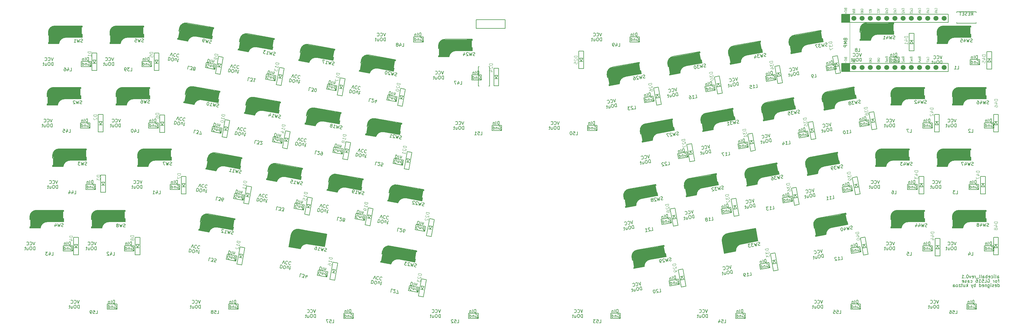
<source format=gbr>
G04 #@! TF.GenerationSoftware,KiCad,Pcbnew,(6.0.0-0)*
G04 #@! TF.CreationDate,2022-01-02T14:27:22+09:00*
G04 #@! TF.ProjectId,aliceball,616c6963-6562-4616-9c6c-2e6b69636164,rev?*
G04 #@! TF.SameCoordinates,Original*
G04 #@! TF.FileFunction,Legend,Bot*
G04 #@! TF.FilePolarity,Positive*
%FSLAX46Y46*%
G04 Gerber Fmt 4.6, Leading zero omitted, Abs format (unit mm)*
G04 Created by KiCad (PCBNEW (6.0.0-0)) date 2022-01-02 14:27:22*
%MOMM*%
%LPD*%
G01*
G04 APERTURE LIST*
%ADD10C,0.150000*%
%ADD11C,0.125000*%
%ADD12C,0.300000*%
%ADD13C,0.400000*%
%ADD14C,0.500000*%
%ADD15C,3.000000*%
%ADD16C,0.800000*%
%ADD17C,1.000000*%
%ADD18C,3.500000*%
%ADD19C,0.200000*%
%ADD20C,0.100000*%
%ADD21C,0.120000*%
%ADD22C,1.524000*%
G04 APERTURE END LIST*
D10*
X322753904Y-102274714D02*
X322372952Y-102274714D01*
X322611047Y-102941380D02*
X322611047Y-102084238D01*
X322563428Y-101989000D01*
X322468190Y-101941380D01*
X322372952Y-101941380D01*
X321896761Y-102941380D02*
X321992000Y-102893761D01*
X322039619Y-102846142D01*
X322087238Y-102750904D01*
X322087238Y-102465190D01*
X322039619Y-102369952D01*
X321992000Y-102322333D01*
X321896761Y-102274714D01*
X321753904Y-102274714D01*
X321658666Y-102322333D01*
X321611047Y-102369952D01*
X321563428Y-102465190D01*
X321563428Y-102750904D01*
X321611047Y-102846142D01*
X321658666Y-102893761D01*
X321753904Y-102941380D01*
X321896761Y-102941380D01*
X321134857Y-102941380D02*
X321134857Y-102274714D01*
X321134857Y-102465190D02*
X321087238Y-102369952D01*
X321039619Y-102322333D01*
X320944380Y-102274714D01*
X320849142Y-102274714D01*
X319230095Y-101989000D02*
X319325333Y-101941380D01*
X319468190Y-101941380D01*
X319611047Y-101989000D01*
X319706285Y-102084238D01*
X319753904Y-102179476D01*
X319801523Y-102369952D01*
X319801523Y-102512809D01*
X319753904Y-102703285D01*
X319706285Y-102798523D01*
X319611047Y-102893761D01*
X319468190Y-102941380D01*
X319372952Y-102941380D01*
X319230095Y-102893761D01*
X319182476Y-102846142D01*
X319182476Y-102512809D01*
X319372952Y-102512809D01*
X318277714Y-102941380D02*
X318753904Y-102941380D01*
X318753904Y-101941380D01*
X317468190Y-101941380D02*
X317944380Y-101941380D01*
X317992000Y-102417571D01*
X317944380Y-102369952D01*
X317849142Y-102322333D01*
X317611047Y-102322333D01*
X317515809Y-102369952D01*
X317468190Y-102417571D01*
X317420571Y-102512809D01*
X317420571Y-102750904D01*
X317468190Y-102846142D01*
X317515809Y-102893761D01*
X317611047Y-102941380D01*
X317849142Y-102941380D01*
X317944380Y-102893761D01*
X317992000Y-102846142D01*
X316468190Y-102941380D02*
X317039619Y-102941380D01*
X316753904Y-102941380D02*
X316753904Y-101941380D01*
X316849142Y-102084238D01*
X316944380Y-102179476D01*
X317039619Y-102227095D01*
X315611047Y-101941380D02*
X315801523Y-101941380D01*
X315896761Y-101989000D01*
X315944380Y-102036619D01*
X316039619Y-102179476D01*
X316087238Y-102369952D01*
X316087238Y-102750904D01*
X316039619Y-102846142D01*
X315992000Y-102893761D01*
X315896761Y-102941380D01*
X315706285Y-102941380D01*
X315611047Y-102893761D01*
X315563428Y-102846142D01*
X315515809Y-102750904D01*
X315515809Y-102512809D01*
X315563428Y-102417571D01*
X315611047Y-102369952D01*
X315706285Y-102322333D01*
X315896761Y-102322333D01*
X315992000Y-102369952D01*
X316039619Y-102417571D01*
X316087238Y-102512809D01*
X313896761Y-102893761D02*
X313992000Y-102941380D01*
X314182476Y-102941380D01*
X314277714Y-102893761D01*
X314325333Y-102846142D01*
X314372952Y-102750904D01*
X314372952Y-102465190D01*
X314325333Y-102369952D01*
X314277714Y-102322333D01*
X314182476Y-102274714D01*
X313992000Y-102274714D01*
X313896761Y-102322333D01*
X313039619Y-102941380D02*
X313039619Y-102417571D01*
X313087238Y-102322333D01*
X313182476Y-102274714D01*
X313372952Y-102274714D01*
X313468190Y-102322333D01*
X313039619Y-102893761D02*
X313134857Y-102941380D01*
X313372952Y-102941380D01*
X313468190Y-102893761D01*
X313515809Y-102798523D01*
X313515809Y-102703285D01*
X313468190Y-102608047D01*
X313372952Y-102560428D01*
X313134857Y-102560428D01*
X313039619Y-102512809D01*
X312611047Y-102893761D02*
X312515809Y-102941380D01*
X312325333Y-102941380D01*
X312230095Y-102893761D01*
X312182476Y-102798523D01*
X312182476Y-102750904D01*
X312230095Y-102655666D01*
X312325333Y-102608047D01*
X312468190Y-102608047D01*
X312563428Y-102560428D01*
X312611047Y-102465190D01*
X312611047Y-102417571D01*
X312563428Y-102322333D01*
X312468190Y-102274714D01*
X312325333Y-102274714D01*
X312230095Y-102322333D01*
X311372952Y-102893761D02*
X311468190Y-102941380D01*
X311658666Y-102941380D01*
X311753904Y-102893761D01*
X311801523Y-102798523D01*
X311801523Y-102417571D01*
X311753904Y-102322333D01*
X311658666Y-102274714D01*
X311468190Y-102274714D01*
X311372952Y-102322333D01*
X311325333Y-102417571D01*
X311325333Y-102512809D01*
X311801523Y-102608047D01*
X322348976Y-104274880D02*
X322348976Y-103274880D01*
X322348976Y-104227261D02*
X322444214Y-104274880D01*
X322634690Y-104274880D01*
X322729928Y-104227261D01*
X322777547Y-104179642D01*
X322825166Y-104084404D01*
X322825166Y-103798690D01*
X322777547Y-103703452D01*
X322729928Y-103655833D01*
X322634690Y-103608214D01*
X322444214Y-103608214D01*
X322348976Y-103655833D01*
X321491833Y-104227261D02*
X321587071Y-104274880D01*
X321777547Y-104274880D01*
X321872785Y-104227261D01*
X321920404Y-104132023D01*
X321920404Y-103751071D01*
X321872785Y-103655833D01*
X321777547Y-103608214D01*
X321587071Y-103608214D01*
X321491833Y-103655833D01*
X321444214Y-103751071D01*
X321444214Y-103846309D01*
X321920404Y-103941547D01*
X321063261Y-104227261D02*
X320968023Y-104274880D01*
X320777547Y-104274880D01*
X320682309Y-104227261D01*
X320634690Y-104132023D01*
X320634690Y-104084404D01*
X320682309Y-103989166D01*
X320777547Y-103941547D01*
X320920404Y-103941547D01*
X321015642Y-103893928D01*
X321063261Y-103798690D01*
X321063261Y-103751071D01*
X321015642Y-103655833D01*
X320920404Y-103608214D01*
X320777547Y-103608214D01*
X320682309Y-103655833D01*
X320206119Y-104274880D02*
X320206119Y-103608214D01*
X320206119Y-103274880D02*
X320253738Y-103322500D01*
X320206119Y-103370119D01*
X320158500Y-103322500D01*
X320206119Y-103274880D01*
X320206119Y-103370119D01*
X319301357Y-103608214D02*
X319301357Y-104417738D01*
X319348976Y-104512976D01*
X319396595Y-104560595D01*
X319491833Y-104608214D01*
X319634690Y-104608214D01*
X319729928Y-104560595D01*
X319301357Y-104227261D02*
X319396595Y-104274880D01*
X319587071Y-104274880D01*
X319682309Y-104227261D01*
X319729928Y-104179642D01*
X319777547Y-104084404D01*
X319777547Y-103798690D01*
X319729928Y-103703452D01*
X319682309Y-103655833D01*
X319587071Y-103608214D01*
X319396595Y-103608214D01*
X319301357Y-103655833D01*
X318825166Y-103608214D02*
X318825166Y-104274880D01*
X318825166Y-103703452D02*
X318777547Y-103655833D01*
X318682309Y-103608214D01*
X318539452Y-103608214D01*
X318444214Y-103655833D01*
X318396595Y-103751071D01*
X318396595Y-104274880D01*
X317539452Y-104227261D02*
X317634690Y-104274880D01*
X317825166Y-104274880D01*
X317920404Y-104227261D01*
X317968023Y-104132023D01*
X317968023Y-103751071D01*
X317920404Y-103655833D01*
X317825166Y-103608214D01*
X317634690Y-103608214D01*
X317539452Y-103655833D01*
X317491833Y-103751071D01*
X317491833Y-103846309D01*
X317968023Y-103941547D01*
X316634690Y-104274880D02*
X316634690Y-103274880D01*
X316634690Y-104227261D02*
X316729928Y-104274880D01*
X316920404Y-104274880D01*
X317015642Y-104227261D01*
X317063261Y-104179642D01*
X317110880Y-104084404D01*
X317110880Y-103798690D01*
X317063261Y-103703452D01*
X317015642Y-103655833D01*
X316920404Y-103608214D01*
X316729928Y-103608214D01*
X316634690Y-103655833D01*
X315396595Y-104274880D02*
X315396595Y-103274880D01*
X315396595Y-103655833D02*
X315301357Y-103608214D01*
X315110880Y-103608214D01*
X315015642Y-103655833D01*
X314968023Y-103703452D01*
X314920404Y-103798690D01*
X314920404Y-104084404D01*
X314968023Y-104179642D01*
X315015642Y-104227261D01*
X315110880Y-104274880D01*
X315301357Y-104274880D01*
X315396595Y-104227261D01*
X314587071Y-103608214D02*
X314348976Y-104274880D01*
X314110880Y-103608214D02*
X314348976Y-104274880D01*
X314444214Y-104512976D01*
X314491833Y-104560595D01*
X314587071Y-104608214D01*
X312968023Y-104274880D02*
X312968023Y-103274880D01*
X312872785Y-103893928D02*
X312587071Y-104274880D01*
X312587071Y-103608214D02*
X312968023Y-103989166D01*
X311729928Y-103608214D02*
X311729928Y-104274880D01*
X312158500Y-103608214D02*
X312158500Y-104132023D01*
X312110880Y-104227261D01*
X312015642Y-104274880D01*
X311872785Y-104274880D01*
X311777547Y-104227261D01*
X311729928Y-104179642D01*
X311396595Y-103608214D02*
X311015642Y-103608214D01*
X311253738Y-103274880D02*
X311253738Y-104132023D01*
X311206119Y-104227261D01*
X311110880Y-104274880D01*
X311015642Y-104274880D01*
X310777547Y-103608214D02*
X310253738Y-103608214D01*
X310777547Y-104274880D01*
X310253738Y-104274880D01*
X309729928Y-104274880D02*
X309825166Y-104227261D01*
X309872785Y-104179642D01*
X309920404Y-104084404D01*
X309920404Y-103798690D01*
X309872785Y-103703452D01*
X309825166Y-103655833D01*
X309729928Y-103608214D01*
X309587071Y-103608214D01*
X309491833Y-103655833D01*
X309444214Y-103703452D01*
X309396595Y-103798690D01*
X309396595Y-104084404D01*
X309444214Y-104179642D01*
X309491833Y-104227261D01*
X309587071Y-104274880D01*
X309729928Y-104274880D01*
X308539452Y-104274880D02*
X308539452Y-103751071D01*
X308587071Y-103655833D01*
X308682309Y-103608214D01*
X308872785Y-103608214D01*
X308968023Y-103655833D01*
X308539452Y-104227261D02*
X308634690Y-104274880D01*
X308872785Y-104274880D01*
X308968023Y-104227261D01*
X309015642Y-104132023D01*
X309015642Y-104036785D01*
X308968023Y-103941547D01*
X308872785Y-103893928D01*
X308634690Y-103893928D01*
X308539452Y-103846309D01*
X322211904Y-101562380D02*
X322211904Y-101038571D01*
X322259523Y-100943333D01*
X322354761Y-100895714D01*
X322545238Y-100895714D01*
X322640476Y-100943333D01*
X322211904Y-101514761D02*
X322307142Y-101562380D01*
X322545238Y-101562380D01*
X322640476Y-101514761D01*
X322688095Y-101419523D01*
X322688095Y-101324285D01*
X322640476Y-101229047D01*
X322545238Y-101181428D01*
X322307142Y-101181428D01*
X322211904Y-101133809D01*
X321592857Y-101562380D02*
X321688095Y-101514761D01*
X321735714Y-101419523D01*
X321735714Y-100562380D01*
X321211904Y-101562380D02*
X321211904Y-100895714D01*
X321211904Y-100562380D02*
X321259523Y-100610000D01*
X321211904Y-100657619D01*
X321164285Y-100610000D01*
X321211904Y-100562380D01*
X321211904Y-100657619D01*
X320307142Y-101514761D02*
X320402380Y-101562380D01*
X320592857Y-101562380D01*
X320688095Y-101514761D01*
X320735714Y-101467142D01*
X320783333Y-101371904D01*
X320783333Y-101086190D01*
X320735714Y-100990952D01*
X320688095Y-100943333D01*
X320592857Y-100895714D01*
X320402380Y-100895714D01*
X320307142Y-100943333D01*
X319497619Y-101514761D02*
X319592857Y-101562380D01*
X319783333Y-101562380D01*
X319878571Y-101514761D01*
X319926190Y-101419523D01*
X319926190Y-101038571D01*
X319878571Y-100943333D01*
X319783333Y-100895714D01*
X319592857Y-100895714D01*
X319497619Y-100943333D01*
X319450000Y-101038571D01*
X319450000Y-101133809D01*
X319926190Y-101229047D01*
X319021428Y-101562380D02*
X319021428Y-100562380D01*
X319021428Y-100943333D02*
X318926190Y-100895714D01*
X318735714Y-100895714D01*
X318640476Y-100943333D01*
X318592857Y-100990952D01*
X318545238Y-101086190D01*
X318545238Y-101371904D01*
X318592857Y-101467142D01*
X318640476Y-101514761D01*
X318735714Y-101562380D01*
X318926190Y-101562380D01*
X319021428Y-101514761D01*
X317688095Y-101562380D02*
X317688095Y-101038571D01*
X317735714Y-100943333D01*
X317830952Y-100895714D01*
X318021428Y-100895714D01*
X318116666Y-100943333D01*
X317688095Y-101514761D02*
X317783333Y-101562380D01*
X318021428Y-101562380D01*
X318116666Y-101514761D01*
X318164285Y-101419523D01*
X318164285Y-101324285D01*
X318116666Y-101229047D01*
X318021428Y-101181428D01*
X317783333Y-101181428D01*
X317688095Y-101133809D01*
X317069047Y-101562380D02*
X317164285Y-101514761D01*
X317211904Y-101419523D01*
X317211904Y-100562380D01*
X316545238Y-101562380D02*
X316640476Y-101514761D01*
X316688095Y-101419523D01*
X316688095Y-100562380D01*
X316402380Y-101657619D02*
X315640476Y-101657619D01*
X315402380Y-101562380D02*
X315402380Y-100895714D01*
X315402380Y-101086190D02*
X315354761Y-100990952D01*
X315307142Y-100943333D01*
X315211904Y-100895714D01*
X315116666Y-100895714D01*
X314402380Y-101514761D02*
X314497619Y-101562380D01*
X314688095Y-101562380D01*
X314783333Y-101514761D01*
X314830952Y-101419523D01*
X314830952Y-101038571D01*
X314783333Y-100943333D01*
X314688095Y-100895714D01*
X314497619Y-100895714D01*
X314402380Y-100943333D01*
X314354761Y-101038571D01*
X314354761Y-101133809D01*
X314830952Y-101229047D01*
X314021428Y-100895714D02*
X313783333Y-101562380D01*
X313545238Y-100895714D01*
X312973809Y-100562380D02*
X312878571Y-100562380D01*
X312783333Y-100610000D01*
X312735714Y-100657619D01*
X312688095Y-100752857D01*
X312640476Y-100943333D01*
X312640476Y-101181428D01*
X312688095Y-101371904D01*
X312735714Y-101467142D01*
X312783333Y-101514761D01*
X312878571Y-101562380D01*
X312973809Y-101562380D01*
X313069047Y-101514761D01*
X313116666Y-101467142D01*
X313164285Y-101371904D01*
X313211904Y-101181428D01*
X313211904Y-100943333D01*
X313164285Y-100752857D01*
X313116666Y-100657619D01*
X313069047Y-100610000D01*
X312973809Y-100562380D01*
X312211904Y-101467142D02*
X312164285Y-101514761D01*
X312211904Y-101562380D01*
X312259523Y-101514761D01*
X312211904Y-101467142D01*
X312211904Y-101562380D01*
X311211904Y-101562380D02*
X311783333Y-101562380D01*
X311497619Y-101562380D02*
X311497619Y-100562380D01*
X311592857Y-100705238D01*
X311688095Y-100800476D01*
X311783333Y-100848095D01*
X59723333Y-47294761D02*
X59580476Y-47342380D01*
X59342380Y-47342380D01*
X59247142Y-47294761D01*
X59199523Y-47247142D01*
X59151904Y-47151904D01*
X59151904Y-47056666D01*
X59199523Y-46961428D01*
X59247142Y-46913809D01*
X59342380Y-46866190D01*
X59532857Y-46818571D01*
X59628095Y-46770952D01*
X59675714Y-46723333D01*
X59723333Y-46628095D01*
X59723333Y-46532857D01*
X59675714Y-46437619D01*
X59628095Y-46390000D01*
X59532857Y-46342380D01*
X59294761Y-46342380D01*
X59151904Y-46390000D01*
X58818571Y-46342380D02*
X58580476Y-47342380D01*
X58390000Y-46628095D01*
X58199523Y-47342380D01*
X57961428Y-46342380D01*
X57151904Y-46342380D02*
X57342380Y-46342380D01*
X57437619Y-46390000D01*
X57485238Y-46437619D01*
X57580476Y-46580476D01*
X57628095Y-46770952D01*
X57628095Y-47151904D01*
X57580476Y-47247142D01*
X57532857Y-47294761D01*
X57437619Y-47342380D01*
X57247142Y-47342380D01*
X57151904Y-47294761D01*
X57104285Y-47247142D01*
X57056666Y-47151904D01*
X57056666Y-46913809D01*
X57104285Y-46818571D01*
X57151904Y-46770952D01*
X57247142Y-46723333D01*
X57437619Y-46723333D01*
X57532857Y-46770952D01*
X57580476Y-46818571D01*
X57628095Y-46913809D01*
X57863333Y-28344761D02*
X57720476Y-28392380D01*
X57482380Y-28392380D01*
X57387142Y-28344761D01*
X57339523Y-28297142D01*
X57291904Y-28201904D01*
X57291904Y-28106666D01*
X57339523Y-28011428D01*
X57387142Y-27963809D01*
X57482380Y-27916190D01*
X57672857Y-27868571D01*
X57768095Y-27820952D01*
X57815714Y-27773333D01*
X57863333Y-27678095D01*
X57863333Y-27582857D01*
X57815714Y-27487619D01*
X57768095Y-27440000D01*
X57672857Y-27392380D01*
X57434761Y-27392380D01*
X57291904Y-27440000D01*
X56958571Y-27392380D02*
X56720476Y-28392380D01*
X56530000Y-27678095D01*
X56339523Y-28392380D01*
X56101428Y-27392380D01*
X55244285Y-27392380D02*
X55720476Y-27392380D01*
X55768095Y-27868571D01*
X55720476Y-27820952D01*
X55625238Y-27773333D01*
X55387142Y-27773333D01*
X55291904Y-27820952D01*
X55244285Y-27868571D01*
X55196666Y-27963809D01*
X55196666Y-28201904D01*
X55244285Y-28297142D01*
X55291904Y-28344761D01*
X55387142Y-28392380D01*
X55625238Y-28392380D01*
X55720476Y-28344761D01*
X55768095Y-28297142D01*
X40323333Y-66514761D02*
X40180476Y-66562380D01*
X39942380Y-66562380D01*
X39847142Y-66514761D01*
X39799523Y-66467142D01*
X39751904Y-66371904D01*
X39751904Y-66276666D01*
X39799523Y-66181428D01*
X39847142Y-66133809D01*
X39942380Y-66086190D01*
X40132857Y-66038571D01*
X40228095Y-65990952D01*
X40275714Y-65943333D01*
X40323333Y-65848095D01*
X40323333Y-65752857D01*
X40275714Y-65657619D01*
X40228095Y-65610000D01*
X40132857Y-65562380D01*
X39894761Y-65562380D01*
X39751904Y-65610000D01*
X39418571Y-65562380D02*
X39180476Y-66562380D01*
X38990000Y-65848095D01*
X38799523Y-66562380D01*
X38561428Y-65562380D01*
X38275714Y-65562380D02*
X37656666Y-65562380D01*
X37990000Y-65943333D01*
X37847142Y-65943333D01*
X37751904Y-65990952D01*
X37704285Y-66038571D01*
X37656666Y-66133809D01*
X37656666Y-66371904D01*
X37704285Y-66467142D01*
X37751904Y-66514761D01*
X37847142Y-66562380D01*
X38132857Y-66562380D01*
X38228095Y-66514761D01*
X38275714Y-66467142D01*
X39033333Y-28434761D02*
X38890476Y-28482380D01*
X38652380Y-28482380D01*
X38557142Y-28434761D01*
X38509523Y-28387142D01*
X38461904Y-28291904D01*
X38461904Y-28196666D01*
X38509523Y-28101428D01*
X38557142Y-28053809D01*
X38652380Y-28006190D01*
X38842857Y-27958571D01*
X38938095Y-27910952D01*
X38985714Y-27863333D01*
X39033333Y-27768095D01*
X39033333Y-27672857D01*
X38985714Y-27577619D01*
X38938095Y-27530000D01*
X38842857Y-27482380D01*
X38604761Y-27482380D01*
X38461904Y-27530000D01*
X38128571Y-27482380D02*
X37890476Y-28482380D01*
X37700000Y-27768095D01*
X37509523Y-28482380D01*
X37271428Y-27482380D01*
X36366666Y-28482380D02*
X36938095Y-28482380D01*
X36652380Y-28482380D02*
X36652380Y-27482380D01*
X36747619Y-27625238D01*
X36842857Y-27720476D01*
X36938095Y-27768095D01*
X38773333Y-47514761D02*
X38630476Y-47562380D01*
X38392380Y-47562380D01*
X38297142Y-47514761D01*
X38249523Y-47467142D01*
X38201904Y-47371904D01*
X38201904Y-47276666D01*
X38249523Y-47181428D01*
X38297142Y-47133809D01*
X38392380Y-47086190D01*
X38582857Y-47038571D01*
X38678095Y-46990952D01*
X38725714Y-46943333D01*
X38773333Y-46848095D01*
X38773333Y-46752857D01*
X38725714Y-46657619D01*
X38678095Y-46610000D01*
X38582857Y-46562380D01*
X38344761Y-46562380D01*
X38201904Y-46610000D01*
X37868571Y-46562380D02*
X37630476Y-47562380D01*
X37440000Y-46848095D01*
X37249523Y-47562380D01*
X37011428Y-46562380D01*
X36678095Y-46657619D02*
X36630476Y-46610000D01*
X36535238Y-46562380D01*
X36297142Y-46562380D01*
X36201904Y-46610000D01*
X36154285Y-46657619D01*
X36106666Y-46752857D01*
X36106666Y-46848095D01*
X36154285Y-46990952D01*
X36725714Y-47562380D01*
X36106666Y-47562380D01*
X114431746Y-93302833D02*
X114282791Y-93324921D01*
X114048313Y-93283577D01*
X113962790Y-93220143D01*
X113924164Y-93164978D01*
X113893806Y-93062918D01*
X113910344Y-92969127D01*
X113973777Y-92883605D01*
X114028942Y-92844978D01*
X114131002Y-92814621D01*
X114326854Y-92800801D01*
X114428914Y-92770443D01*
X114484078Y-92731816D01*
X114547512Y-92646294D01*
X114564050Y-92552503D01*
X114533692Y-92450443D01*
X114495065Y-92395278D01*
X114409543Y-92331845D01*
X114175065Y-92290500D01*
X114026109Y-92312589D01*
X113706109Y-92207810D02*
X113297983Y-93151273D01*
X113234435Y-92414763D01*
X112922818Y-93085122D01*
X112861988Y-92058969D01*
X111797323Y-92886666D02*
X112360071Y-92985894D01*
X112078697Y-92936280D02*
X112252345Y-91951472D01*
X112321330Y-92108697D01*
X112398583Y-92219026D01*
X112484105Y-92282460D01*
X111126851Y-91753017D02*
X111314433Y-91786093D01*
X111399955Y-91849527D01*
X111438582Y-91904691D01*
X111507566Y-92061916D01*
X111521386Y-92257767D01*
X111455234Y-92632932D01*
X111391801Y-92718455D01*
X111336636Y-92757081D01*
X111234576Y-92787439D01*
X111046994Y-92754363D01*
X110961471Y-92690930D01*
X110922845Y-92635765D01*
X110892487Y-92533705D01*
X110933832Y-92299227D01*
X110997265Y-92213705D01*
X111052430Y-92175078D01*
X111154490Y-92144720D01*
X111342073Y-92177796D01*
X111427595Y-92241230D01*
X111466222Y-92296394D01*
X111496579Y-92398454D01*
X52193333Y-85694761D02*
X52050476Y-85742380D01*
X51812380Y-85742380D01*
X51717142Y-85694761D01*
X51669523Y-85647142D01*
X51621904Y-85551904D01*
X51621904Y-85456666D01*
X51669523Y-85361428D01*
X51717142Y-85313809D01*
X51812380Y-85266190D01*
X52002857Y-85218571D01*
X52098095Y-85170952D01*
X52145714Y-85123333D01*
X52193333Y-85028095D01*
X52193333Y-84932857D01*
X52145714Y-84837619D01*
X52098095Y-84790000D01*
X52002857Y-84742380D01*
X51764761Y-84742380D01*
X51621904Y-84790000D01*
X51288571Y-84742380D02*
X51050476Y-85742380D01*
X50860000Y-85028095D01*
X50669523Y-85742380D01*
X50431428Y-84742380D01*
X49907619Y-85170952D02*
X50002857Y-85123333D01*
X50050476Y-85075714D01*
X50098095Y-84980476D01*
X50098095Y-84932857D01*
X50050476Y-84837619D01*
X50002857Y-84790000D01*
X49907619Y-84742380D01*
X49717142Y-84742380D01*
X49621904Y-84790000D01*
X49574285Y-84837619D01*
X49526666Y-84932857D01*
X49526666Y-84980476D01*
X49574285Y-85075714D01*
X49621904Y-85123333D01*
X49717142Y-85170952D01*
X49907619Y-85170952D01*
X50002857Y-85218571D01*
X50050476Y-85266190D01*
X50098095Y-85361428D01*
X50098095Y-85551904D01*
X50050476Y-85647142D01*
X50002857Y-85694761D01*
X49907619Y-85742380D01*
X49717142Y-85742380D01*
X49621904Y-85694761D01*
X49574285Y-85647142D01*
X49526666Y-85551904D01*
X49526666Y-85361428D01*
X49574285Y-85266190D01*
X49621904Y-85218571D01*
X49717142Y-85170952D01*
X66593333Y-66514761D02*
X66450476Y-66562380D01*
X66212380Y-66562380D01*
X66117142Y-66514761D01*
X66069523Y-66467142D01*
X66021904Y-66371904D01*
X66021904Y-66276666D01*
X66069523Y-66181428D01*
X66117142Y-66133809D01*
X66212380Y-66086190D01*
X66402857Y-66038571D01*
X66498095Y-65990952D01*
X66545714Y-65943333D01*
X66593333Y-65848095D01*
X66593333Y-65752857D01*
X66545714Y-65657619D01*
X66498095Y-65610000D01*
X66402857Y-65562380D01*
X66164761Y-65562380D01*
X66021904Y-65610000D01*
X65688571Y-65562380D02*
X65450476Y-66562380D01*
X65260000Y-65848095D01*
X65069523Y-66562380D01*
X64831428Y-65562380D01*
X64545714Y-65562380D02*
X63879047Y-65562380D01*
X64307619Y-66562380D01*
X78752790Y-28800143D02*
X78603835Y-28822232D01*
X78369357Y-28780887D01*
X78283834Y-28717453D01*
X78245208Y-28662289D01*
X78214850Y-28560229D01*
X78231388Y-28466437D01*
X78294821Y-28380915D01*
X78349986Y-28342289D01*
X78452046Y-28311931D01*
X78647898Y-28298111D01*
X78749958Y-28267753D01*
X78805122Y-28229127D01*
X78868556Y-28143605D01*
X78885094Y-28049813D01*
X78854736Y-27947753D01*
X78816109Y-27892589D01*
X78730587Y-27829155D01*
X78496109Y-27787810D01*
X78347153Y-27809899D01*
X78027153Y-27705121D02*
X77619027Y-28648584D01*
X77555479Y-27912074D01*
X77243862Y-28582432D01*
X77183032Y-27556279D01*
X76587323Y-28466666D02*
X76399741Y-28433591D01*
X76314219Y-28370157D01*
X76275592Y-28314993D01*
X76206608Y-28157768D01*
X76192788Y-27961916D01*
X76258940Y-27586752D01*
X76322373Y-27501229D01*
X76377538Y-27462603D01*
X76479598Y-27432245D01*
X76667180Y-27465321D01*
X76752703Y-27528754D01*
X76791329Y-27583919D01*
X76821687Y-27685979D01*
X76780342Y-27920457D01*
X76716909Y-28005979D01*
X76661744Y-28044606D01*
X76559684Y-28074964D01*
X76372101Y-28041888D01*
X76286579Y-27978454D01*
X76247953Y-27923290D01*
X76217595Y-27821230D01*
X33043333Y-85584761D02*
X32900476Y-85632380D01*
X32662380Y-85632380D01*
X32567142Y-85584761D01*
X32519523Y-85537142D01*
X32471904Y-85441904D01*
X32471904Y-85346666D01*
X32519523Y-85251428D01*
X32567142Y-85203809D01*
X32662380Y-85156190D01*
X32852857Y-85108571D01*
X32948095Y-85060952D01*
X32995714Y-85013333D01*
X33043333Y-84918095D01*
X33043333Y-84822857D01*
X32995714Y-84727619D01*
X32948095Y-84680000D01*
X32852857Y-84632380D01*
X32614761Y-84632380D01*
X32471904Y-84680000D01*
X32138571Y-84632380D02*
X31900476Y-85632380D01*
X31710000Y-84918095D01*
X31519523Y-85632380D01*
X31281428Y-84632380D01*
X30471904Y-84965714D02*
X30471904Y-85632380D01*
X30710000Y-84584761D02*
X30948095Y-85299047D01*
X30329047Y-85299047D01*
X98531746Y-32512833D02*
X98382791Y-32534921D01*
X98148313Y-32493577D01*
X98062790Y-32430143D01*
X98024164Y-32374978D01*
X97993806Y-32272918D01*
X98010344Y-32179127D01*
X98073777Y-32093605D01*
X98128942Y-32054978D01*
X98231002Y-32024621D01*
X98426854Y-32010801D01*
X98528914Y-31980443D01*
X98584078Y-31941816D01*
X98647512Y-31856294D01*
X98664050Y-31762503D01*
X98633692Y-31660443D01*
X98595065Y-31605278D01*
X98509543Y-31541845D01*
X98275065Y-31500500D01*
X98126109Y-31522589D01*
X97806109Y-31417810D02*
X97397983Y-32361273D01*
X97334435Y-31624763D01*
X97022818Y-32295122D01*
X96961988Y-31268969D01*
X95897323Y-32096666D02*
X96460071Y-32195894D01*
X96178697Y-32146280D02*
X96352345Y-31161472D01*
X96421330Y-31318697D01*
X96498583Y-31429026D01*
X96584105Y-31492460D01*
X95742702Y-31053976D02*
X95133059Y-30946480D01*
X95395177Y-31379527D01*
X95254490Y-31354720D01*
X95152430Y-31385078D01*
X95097265Y-31423705D01*
X95033832Y-31509227D01*
X94992487Y-31743705D01*
X95022845Y-31845765D01*
X95061471Y-31900930D01*
X95146994Y-31964363D01*
X95428367Y-32013977D01*
X95530428Y-31983619D01*
X95585592Y-31944993D01*
X142241746Y-98102833D02*
X142092791Y-98124921D01*
X141858313Y-98083577D01*
X141772790Y-98020143D01*
X141734164Y-97964978D01*
X141703806Y-97862918D01*
X141720344Y-97769127D01*
X141783777Y-97683605D01*
X141838942Y-97644978D01*
X141941002Y-97614621D01*
X142136854Y-97600801D01*
X142238914Y-97570443D01*
X142294078Y-97531816D01*
X142357512Y-97446294D01*
X142374050Y-97352503D01*
X142343692Y-97250443D01*
X142305065Y-97195278D01*
X142219543Y-97131845D01*
X141985065Y-97090500D01*
X141836109Y-97112589D01*
X141516109Y-97007810D02*
X141107983Y-97951273D01*
X141044435Y-97214763D01*
X140732818Y-97885122D01*
X140671988Y-96858969D01*
X140327181Y-96894877D02*
X140288554Y-96839713D01*
X140203032Y-96776279D01*
X139968554Y-96734935D01*
X139866494Y-96765292D01*
X139811329Y-96803919D01*
X139747896Y-96889441D01*
X139731358Y-96983232D01*
X139753447Y-97132188D01*
X140216966Y-97794163D01*
X139607323Y-97686666D01*
X139452702Y-96643976D02*
X138843059Y-96536480D01*
X139105177Y-96969527D01*
X138964490Y-96944720D01*
X138862430Y-96975078D01*
X138807265Y-97013705D01*
X138743832Y-97099227D01*
X138702487Y-97333705D01*
X138732845Y-97435765D01*
X138771471Y-97490930D01*
X138856994Y-97554363D01*
X139138367Y-97603977D01*
X139240428Y-97573619D01*
X139295592Y-97534993D01*
X116801746Y-35512833D02*
X116652791Y-35534921D01*
X116418313Y-35493577D01*
X116332790Y-35430143D01*
X116294164Y-35374978D01*
X116263806Y-35272918D01*
X116280344Y-35179127D01*
X116343777Y-35093605D01*
X116398942Y-35054978D01*
X116501002Y-35024621D01*
X116696854Y-35010801D01*
X116798914Y-34980443D01*
X116854078Y-34941816D01*
X116917512Y-34856294D01*
X116934050Y-34762503D01*
X116903692Y-34660443D01*
X116865065Y-34605278D01*
X116779543Y-34541845D01*
X116545065Y-34500500D01*
X116396109Y-34522589D01*
X116076109Y-34417810D02*
X115667983Y-35361273D01*
X115604435Y-34624763D01*
X115292818Y-35295122D01*
X115231988Y-34268969D01*
X114167323Y-35096666D02*
X114730071Y-35195894D01*
X114448697Y-35146280D02*
X114622345Y-34161472D01*
X114691330Y-34318697D01*
X114768583Y-34429026D01*
X114854105Y-34492460D01*
X114012702Y-34053976D02*
X113356164Y-33938211D01*
X113604576Y-34997439D01*
X136191746Y-38892833D02*
X136042791Y-38914921D01*
X135808313Y-38873577D01*
X135722790Y-38810143D01*
X135684164Y-38754978D01*
X135653806Y-38652918D01*
X135670344Y-38559127D01*
X135733777Y-38473605D01*
X135788942Y-38434978D01*
X135891002Y-38404621D01*
X136086854Y-38390801D01*
X136188914Y-38360443D01*
X136244078Y-38321816D01*
X136307512Y-38236294D01*
X136324050Y-38142503D01*
X136293692Y-38040443D01*
X136255065Y-37985278D01*
X136169543Y-37921845D01*
X135935065Y-37880500D01*
X135786109Y-37902589D01*
X135466109Y-37797810D02*
X135057983Y-38741273D01*
X134994435Y-38004763D01*
X134682818Y-38675122D01*
X134621988Y-37648969D01*
X134277181Y-37684877D02*
X134238554Y-37629713D01*
X134153032Y-37566279D01*
X133918554Y-37524935D01*
X133816494Y-37555292D01*
X133761329Y-37593919D01*
X133697896Y-37679441D01*
X133681358Y-37773232D01*
X133703447Y-37922188D01*
X134166966Y-38584163D01*
X133557323Y-38476666D01*
X133121329Y-37384362D02*
X133027538Y-37367824D01*
X132925477Y-37398182D01*
X132870313Y-37436809D01*
X132806879Y-37522331D01*
X132726908Y-37701644D01*
X132685563Y-37936122D01*
X132699383Y-38131974D01*
X132729740Y-38234034D01*
X132768367Y-38289199D01*
X132853889Y-38352632D01*
X132947681Y-38369170D01*
X133049741Y-38338812D01*
X133104905Y-38300186D01*
X133168339Y-38214663D01*
X133248310Y-38035350D01*
X133289655Y-37800872D01*
X133275835Y-37605021D01*
X133245478Y-37502960D01*
X133206851Y-37447796D01*
X133121329Y-37384362D01*
X319519523Y-85524761D02*
X319376666Y-85572380D01*
X319138571Y-85572380D01*
X319043333Y-85524761D01*
X318995714Y-85477142D01*
X318948095Y-85381904D01*
X318948095Y-85286666D01*
X318995714Y-85191428D01*
X319043333Y-85143809D01*
X319138571Y-85096190D01*
X319329047Y-85048571D01*
X319424285Y-85000952D01*
X319471904Y-84953333D01*
X319519523Y-84858095D01*
X319519523Y-84762857D01*
X319471904Y-84667619D01*
X319424285Y-84620000D01*
X319329047Y-84572380D01*
X319090952Y-84572380D01*
X318948095Y-84620000D01*
X318614761Y-84572380D02*
X318376666Y-85572380D01*
X318186190Y-84858095D01*
X317995714Y-85572380D01*
X317757619Y-84572380D01*
X316948095Y-84905714D02*
X316948095Y-85572380D01*
X317186190Y-84524761D02*
X317424285Y-85239047D01*
X316805238Y-85239047D01*
X316281428Y-85000952D02*
X316376666Y-84953333D01*
X316424285Y-84905714D01*
X316471904Y-84810476D01*
X316471904Y-84762857D01*
X316424285Y-84667619D01*
X316376666Y-84620000D01*
X316281428Y-84572380D01*
X316090952Y-84572380D01*
X315995714Y-84620000D01*
X315948095Y-84667619D01*
X315900476Y-84762857D01*
X315900476Y-84810476D01*
X315948095Y-84905714D01*
X315995714Y-84953333D01*
X316090952Y-85000952D01*
X316281428Y-85000952D01*
X316376666Y-85048571D01*
X316424285Y-85096190D01*
X316471904Y-85191428D01*
X316471904Y-85381904D01*
X316424285Y-85477142D01*
X316376666Y-85524761D01*
X316281428Y-85572380D01*
X316090952Y-85572380D01*
X315995714Y-85524761D01*
X315948095Y-85477142D01*
X315900476Y-85381904D01*
X315900476Y-85191428D01*
X315948095Y-85096190D01*
X315995714Y-85048571D01*
X316090952Y-85000952D01*
X319519523Y-47524761D02*
X319376666Y-47572380D01*
X319138571Y-47572380D01*
X319043333Y-47524761D01*
X318995714Y-47477142D01*
X318948095Y-47381904D01*
X318948095Y-47286666D01*
X318995714Y-47191428D01*
X319043333Y-47143809D01*
X319138571Y-47096190D01*
X319329047Y-47048571D01*
X319424285Y-47000952D01*
X319471904Y-46953333D01*
X319519523Y-46858095D01*
X319519523Y-46762857D01*
X319471904Y-46667619D01*
X319424285Y-46620000D01*
X319329047Y-46572380D01*
X319090952Y-46572380D01*
X318948095Y-46620000D01*
X318614761Y-46572380D02*
X318376666Y-47572380D01*
X318186190Y-46858095D01*
X317995714Y-47572380D01*
X317757619Y-46572380D01*
X316948095Y-46905714D02*
X316948095Y-47572380D01*
X317186190Y-46524761D02*
X317424285Y-47239047D01*
X316805238Y-47239047D01*
X315995714Y-46572380D02*
X316186190Y-46572380D01*
X316281428Y-46620000D01*
X316329047Y-46667619D01*
X316424285Y-46810476D01*
X316471904Y-47000952D01*
X316471904Y-47381904D01*
X316424285Y-47477142D01*
X316376666Y-47524761D01*
X316281428Y-47572380D01*
X316090952Y-47572380D01*
X315995714Y-47524761D01*
X315948095Y-47477142D01*
X315900476Y-47381904D01*
X315900476Y-47143809D01*
X315948095Y-47048571D01*
X315995714Y-47000952D01*
X316090952Y-46953333D01*
X316281428Y-46953333D01*
X316376666Y-47000952D01*
X316424285Y-47048571D01*
X316471904Y-47143809D01*
X314739523Y-66574761D02*
X314596666Y-66622380D01*
X314358571Y-66622380D01*
X314263333Y-66574761D01*
X314215714Y-66527142D01*
X314168095Y-66431904D01*
X314168095Y-66336666D01*
X314215714Y-66241428D01*
X314263333Y-66193809D01*
X314358571Y-66146190D01*
X314549047Y-66098571D01*
X314644285Y-66050952D01*
X314691904Y-66003333D01*
X314739523Y-65908095D01*
X314739523Y-65812857D01*
X314691904Y-65717619D01*
X314644285Y-65670000D01*
X314549047Y-65622380D01*
X314310952Y-65622380D01*
X314168095Y-65670000D01*
X313834761Y-65622380D02*
X313596666Y-66622380D01*
X313406190Y-65908095D01*
X313215714Y-66622380D01*
X312977619Y-65622380D01*
X312168095Y-65955714D02*
X312168095Y-66622380D01*
X312406190Y-65574761D02*
X312644285Y-66289047D01*
X312025238Y-66289047D01*
X311739523Y-65622380D02*
X311072857Y-65622380D01*
X311501428Y-66622380D01*
X314429523Y-28364761D02*
X314286666Y-28412380D01*
X314048571Y-28412380D01*
X313953333Y-28364761D01*
X313905714Y-28317142D01*
X313858095Y-28221904D01*
X313858095Y-28126666D01*
X313905714Y-28031428D01*
X313953333Y-27983809D01*
X314048571Y-27936190D01*
X314239047Y-27888571D01*
X314334285Y-27840952D01*
X314381904Y-27793333D01*
X314429523Y-27698095D01*
X314429523Y-27602857D01*
X314381904Y-27507619D01*
X314334285Y-27460000D01*
X314239047Y-27412380D01*
X314000952Y-27412380D01*
X313858095Y-27460000D01*
X313524761Y-27412380D02*
X313286666Y-28412380D01*
X313096190Y-27698095D01*
X312905714Y-28412380D01*
X312667619Y-27412380D01*
X311858095Y-27745714D02*
X311858095Y-28412380D01*
X312096190Y-27364761D02*
X312334285Y-28079047D01*
X311715238Y-28079047D01*
X310858095Y-27412380D02*
X311334285Y-27412380D01*
X311381904Y-27888571D01*
X311334285Y-27840952D01*
X311239047Y-27793333D01*
X311000952Y-27793333D01*
X310905714Y-27840952D01*
X310858095Y-27888571D01*
X310810476Y-27983809D01*
X310810476Y-28221904D01*
X310858095Y-28317142D01*
X310905714Y-28364761D01*
X311000952Y-28412380D01*
X311239047Y-28412380D01*
X311334285Y-28364761D01*
X311381904Y-28317142D01*
X233728901Y-83659916D02*
X234197857Y-83577226D01*
X234024209Y-82592418D01*
X232884780Y-83808757D02*
X233447528Y-83709530D01*
X233166154Y-83759143D02*
X232992506Y-82774336D01*
X233111104Y-82898484D01*
X233221433Y-82975738D01*
X233323493Y-83006095D01*
X232222806Y-83345237D02*
X232308328Y-83281804D01*
X232346954Y-83226639D01*
X232377312Y-83124579D01*
X232369043Y-83077683D01*
X232305610Y-82992161D01*
X232250445Y-82953535D01*
X232148385Y-82923177D01*
X231960803Y-82956253D01*
X231875280Y-83019686D01*
X231836654Y-83074851D01*
X231806296Y-83176911D01*
X231814565Y-83223807D01*
X231877998Y-83309329D01*
X231933163Y-83347955D01*
X232035223Y-83378313D01*
X232222806Y-83345237D01*
X232324866Y-83375595D01*
X232380030Y-83414222D01*
X232443464Y-83499744D01*
X232476540Y-83687326D01*
X232446182Y-83789387D01*
X232407555Y-83844551D01*
X232322033Y-83907985D01*
X232134451Y-83941060D01*
X232032391Y-83910703D01*
X231977226Y-83872076D01*
X231913792Y-83786554D01*
X231880717Y-83598971D01*
X231911074Y-83496911D01*
X231949701Y-83441747D01*
X232035223Y-83378313D01*
X238871876Y-80059772D02*
X238957398Y-79996338D01*
X239098085Y-79971531D01*
X239247041Y-79993620D01*
X239357370Y-80070873D01*
X239420804Y-80156396D01*
X239500775Y-80335709D01*
X239525582Y-80476396D01*
X239511762Y-80672247D01*
X239481405Y-80774307D01*
X239404151Y-80884637D01*
X239271733Y-80956339D01*
X239177942Y-80972877D01*
X239028986Y-80950788D01*
X238973822Y-80912162D01*
X238915939Y-80583892D01*
X239103522Y-80550816D01*
X238452534Y-80423835D02*
X238568299Y-81080373D01*
X238469072Y-80517626D02*
X238413907Y-80478999D01*
X238311847Y-80448642D01*
X238171160Y-80473449D01*
X238085638Y-80536882D01*
X238055280Y-80638942D01*
X238146239Y-81154794D01*
X237255222Y-81311904D02*
X237081574Y-80327097D01*
X237246953Y-81265009D02*
X237349013Y-81295366D01*
X237536596Y-81262291D01*
X237622118Y-81198857D01*
X237660745Y-81143692D01*
X237691102Y-81041632D01*
X237641489Y-80760259D01*
X237578055Y-80674736D01*
X237522891Y-80636110D01*
X237420830Y-80605752D01*
X237233248Y-80638828D01*
X237147726Y-80702261D01*
X227956666Y-80463696D02*
X227802045Y-81506387D01*
X227300128Y-80579462D01*
X226566222Y-81627588D02*
X226621386Y-81666215D01*
X226770342Y-81688304D01*
X226864133Y-81671766D01*
X226996551Y-81600063D01*
X227073804Y-81489734D01*
X227104162Y-81387674D01*
X227117982Y-81191823D01*
X227093175Y-81051136D01*
X227013204Y-80871822D01*
X226949770Y-80786300D01*
X226839441Y-80709047D01*
X226690485Y-80686958D01*
X226596694Y-80703496D01*
X226464276Y-80775198D01*
X226425649Y-80830363D01*
X225581414Y-81801237D02*
X225636578Y-81839863D01*
X225785534Y-81861952D01*
X225879325Y-81845414D01*
X226011743Y-81773711D01*
X226088997Y-81663382D01*
X226119354Y-81561322D01*
X226133174Y-81365471D01*
X226108367Y-81224784D01*
X226028396Y-81045471D01*
X225964962Y-80959948D01*
X225854633Y-80882695D01*
X225705677Y-80860606D01*
X225611886Y-80877144D01*
X225479468Y-80948847D01*
X225440842Y-81004011D01*
X238886380Y-79511302D02*
X238712732Y-78526494D01*
X238478254Y-78567839D01*
X238345836Y-78639541D01*
X238268582Y-78749870D01*
X238238225Y-78851930D01*
X238224405Y-79047782D01*
X238249212Y-79188469D01*
X238329183Y-79367782D01*
X238392617Y-79453304D01*
X238502946Y-79530558D01*
X238651902Y-79552646D01*
X238886380Y-79511302D01*
X237901572Y-79684950D02*
X237727924Y-78700142D01*
X237316850Y-79111101D02*
X237432616Y-79767639D01*
X237333388Y-79204892D02*
X237278224Y-79166265D01*
X237176164Y-79135908D01*
X237035477Y-79160715D01*
X236949955Y-79224148D01*
X236919597Y-79326208D01*
X237010555Y-79842060D01*
X228371559Y-82929105D02*
X228197911Y-81944297D01*
X227963433Y-81985642D01*
X227831015Y-82057345D01*
X227753762Y-82167674D01*
X227723404Y-82269734D01*
X227709584Y-82465585D01*
X227734391Y-82606272D01*
X227814363Y-82785586D01*
X227877796Y-82871108D01*
X227988125Y-82948361D01*
X228137081Y-82970450D01*
X228371559Y-82929105D01*
X227025521Y-82151021D02*
X226837938Y-82184097D01*
X226752416Y-82247531D01*
X226675163Y-82357860D01*
X226661343Y-82553711D01*
X226719226Y-82881980D01*
X226799197Y-83061294D01*
X226909526Y-83138547D01*
X227011586Y-83168905D01*
X227199169Y-83135829D01*
X227284691Y-83072396D01*
X227361944Y-82962066D01*
X227375764Y-82766215D01*
X227317881Y-82437946D01*
X227237910Y-82258632D01*
X227127581Y-82181379D01*
X227025521Y-82151021D01*
X225817222Y-82702552D02*
X225932987Y-83359091D01*
X226239282Y-82628132D02*
X226330241Y-83143984D01*
X226299883Y-83246044D01*
X226214361Y-83309477D01*
X226073674Y-83334284D01*
X225971614Y-83303926D01*
X225916450Y-83265300D01*
X225488953Y-82760435D02*
X225113788Y-82826587D01*
X225290383Y-82456973D02*
X225439225Y-83301094D01*
X225408867Y-83403154D01*
X225323345Y-83466587D01*
X225229553Y-83483125D01*
D11*
X44392380Y-69621904D02*
X43392380Y-69621904D01*
X43392380Y-69860000D01*
X43440000Y-70002857D01*
X43535238Y-70098095D01*
X43630476Y-70145714D01*
X43820952Y-70193333D01*
X43963809Y-70193333D01*
X44154285Y-70145714D01*
X44249523Y-70098095D01*
X44344761Y-70002857D01*
X44392380Y-69860000D01*
X44392380Y-69621904D01*
X43392380Y-70526666D02*
X43392380Y-71145714D01*
X43773333Y-70812380D01*
X43773333Y-70955238D01*
X43820952Y-71050476D01*
X43868571Y-71098095D01*
X43963809Y-71145714D01*
X44201904Y-71145714D01*
X44297142Y-71098095D01*
X44344761Y-71050476D01*
X44392380Y-70955238D01*
X44392380Y-70669523D01*
X44344761Y-70574285D01*
X44297142Y-70526666D01*
D10*
X128338627Y-45962649D02*
X127869671Y-45879960D01*
X127696023Y-46864767D01*
X128462890Y-46903280D02*
X128501517Y-46958444D01*
X128587039Y-47021878D01*
X128821517Y-47063222D01*
X128923577Y-47032865D01*
X128978742Y-46994238D01*
X129042176Y-46908716D01*
X129058713Y-46814925D01*
X129036625Y-46665969D01*
X128573105Y-46003994D01*
X129182748Y-46111491D01*
X129911103Y-46916870D02*
X130026869Y-46260332D01*
X129610474Y-47250690D02*
X129500030Y-46505911D01*
X130109673Y-46613408D01*
X133994338Y-43720692D02*
X133820690Y-44705500D01*
X134055168Y-44746845D01*
X134204124Y-44724756D01*
X134314453Y-44647503D01*
X134377887Y-44561980D01*
X134457858Y-44382667D01*
X134482665Y-44241980D01*
X134468845Y-44046129D01*
X134438488Y-43944068D01*
X134361234Y-43833739D01*
X134228817Y-43762037D01*
X133994338Y-43720692D01*
X134979146Y-43894340D02*
X134805498Y-44879148D01*
X135332337Y-44633568D02*
X135448102Y-43977030D01*
X135348875Y-44539777D02*
X135387501Y-44594942D01*
X135473024Y-44658375D01*
X135613711Y-44683182D01*
X135715771Y-44652824D01*
X135779204Y-44567302D01*
X135870163Y-44051450D01*
X134072006Y-46214447D02*
X133969946Y-46244805D01*
X133829259Y-46219998D01*
X133696841Y-46148296D01*
X133619588Y-46037967D01*
X133589230Y-45935906D01*
X133575410Y-45740055D01*
X133600217Y-45599368D01*
X133680188Y-45420055D01*
X133743622Y-45334532D01*
X133853951Y-45257279D01*
X134002907Y-45235190D01*
X134096698Y-45251728D01*
X134229116Y-45323431D01*
X134267743Y-45378595D01*
X134209860Y-45706865D01*
X134022277Y-45673789D01*
X134590576Y-46015763D02*
X134706341Y-45359225D01*
X134607113Y-45921972D02*
X134645740Y-45977137D01*
X134731262Y-46040570D01*
X134871949Y-46065377D01*
X134974009Y-46035019D01*
X135037443Y-45949497D01*
X135128401Y-45433646D01*
X136019418Y-45590756D02*
X135845770Y-46575564D01*
X136011149Y-45637651D02*
X135925627Y-45574218D01*
X135738044Y-45541142D01*
X135635984Y-45571500D01*
X135580820Y-45610126D01*
X135517386Y-45695649D01*
X135467772Y-45977022D01*
X135498130Y-46079082D01*
X135536757Y-46134247D01*
X135622279Y-46197681D01*
X135809861Y-46230756D01*
X135911922Y-46200399D01*
X121819187Y-43137641D02*
X121645539Y-44122449D01*
X121880017Y-44163794D01*
X122028973Y-44141705D01*
X122139302Y-44064452D01*
X122202736Y-43978930D01*
X122282707Y-43799616D01*
X122307514Y-43658929D01*
X122293694Y-43463078D01*
X122263336Y-43361018D01*
X122186083Y-43250689D01*
X122053665Y-43178986D01*
X121819187Y-43137641D01*
X122817929Y-44329173D02*
X123005512Y-44362249D01*
X123107572Y-44331891D01*
X123217901Y-44254638D01*
X123297872Y-44075325D01*
X123355755Y-43747055D01*
X123341935Y-43551204D01*
X123264682Y-43440875D01*
X123179160Y-43377441D01*
X122991577Y-43344366D01*
X122889517Y-43374723D01*
X122779188Y-43451976D01*
X122699217Y-43631290D01*
X122641334Y-43959559D01*
X122655154Y-44155411D01*
X122732407Y-44265740D01*
X122817929Y-44329173D01*
X124141993Y-44224166D02*
X124257759Y-43567627D01*
X123719933Y-44149745D02*
X123810891Y-43633894D01*
X123874325Y-43548371D01*
X123976385Y-43518014D01*
X124117072Y-43542821D01*
X124202594Y-43606254D01*
X124241221Y-43661419D01*
X124470263Y-44282049D02*
X124845427Y-44348200D01*
X124553067Y-44635125D02*
X124701908Y-43791004D01*
X124765341Y-43705482D01*
X124867402Y-43675124D01*
X124961193Y-43691662D01*
X122300403Y-42714780D02*
X122802321Y-41787855D01*
X122956942Y-42830546D01*
X124005069Y-42096639D02*
X123966442Y-42041475D01*
X123834024Y-41969772D01*
X123740233Y-41953234D01*
X123591277Y-41975323D01*
X123480948Y-42052576D01*
X123417515Y-42138099D01*
X123337543Y-42317412D01*
X123312736Y-42458099D01*
X123326556Y-42653950D01*
X123356914Y-42756010D01*
X123434167Y-42866340D01*
X123566585Y-42938042D01*
X123660376Y-42954580D01*
X123809332Y-42932491D01*
X123864496Y-42893865D01*
X124989876Y-42270287D02*
X124951250Y-42215123D01*
X124818832Y-42143420D01*
X124725041Y-42126882D01*
X124576085Y-42148971D01*
X124465756Y-42226224D01*
X124402322Y-42311747D01*
X124322351Y-42491060D01*
X124297544Y-42631747D01*
X124311364Y-42827598D01*
X124341721Y-42929659D01*
X124418975Y-43039988D01*
X124551393Y-43111690D01*
X124645184Y-43128228D01*
X124794140Y-43106139D01*
X124849304Y-43067513D01*
X80652857Y-112580380D02*
X81129047Y-112580380D01*
X81129047Y-111580380D01*
X79843333Y-111580380D02*
X80319523Y-111580380D01*
X80367142Y-112056571D01*
X80319523Y-112008952D01*
X80224285Y-111961333D01*
X79986190Y-111961333D01*
X79890952Y-112008952D01*
X79843333Y-112056571D01*
X79795714Y-112151809D01*
X79795714Y-112389904D01*
X79843333Y-112485142D01*
X79890952Y-112532761D01*
X79986190Y-112580380D01*
X80224285Y-112580380D01*
X80319523Y-112532761D01*
X80367142Y-112485142D01*
X79224285Y-112008952D02*
X79319523Y-111961333D01*
X79367142Y-111913714D01*
X79414761Y-111818476D01*
X79414761Y-111770857D01*
X79367142Y-111675619D01*
X79319523Y-111628000D01*
X79224285Y-111580380D01*
X79033809Y-111580380D01*
X78938571Y-111628000D01*
X78890952Y-111675619D01*
X78843333Y-111770857D01*
X78843333Y-111818476D01*
X78890952Y-111913714D01*
X78938571Y-111961333D01*
X79033809Y-112008952D01*
X79224285Y-112008952D01*
X79319523Y-112056571D01*
X79367142Y-112104190D01*
X79414761Y-112199428D01*
X79414761Y-112389904D01*
X79367142Y-112485142D01*
X79319523Y-112532761D01*
X79224285Y-112580380D01*
X79033809Y-112580380D01*
X78938571Y-112532761D01*
X78890952Y-112485142D01*
X78843333Y-112389904D01*
X78843333Y-112199428D01*
X78890952Y-112104190D01*
X78938571Y-112056571D01*
X79033809Y-112008952D01*
X75523333Y-108430380D02*
X75190000Y-109430380D01*
X74856666Y-108430380D01*
X73951904Y-109335142D02*
X73999523Y-109382761D01*
X74142380Y-109430380D01*
X74237619Y-109430380D01*
X74380476Y-109382761D01*
X74475714Y-109287523D01*
X74523333Y-109192285D01*
X74570952Y-109001809D01*
X74570952Y-108858952D01*
X74523333Y-108668476D01*
X74475714Y-108573238D01*
X74380476Y-108478000D01*
X74237619Y-108430380D01*
X74142380Y-108430380D01*
X73999523Y-108478000D01*
X73951904Y-108525619D01*
X72951904Y-109335142D02*
X72999523Y-109382761D01*
X73142380Y-109430380D01*
X73237619Y-109430380D01*
X73380476Y-109382761D01*
X73475714Y-109287523D01*
X73523333Y-109192285D01*
X73570952Y-109001809D01*
X73570952Y-108858952D01*
X73523333Y-108668476D01*
X73475714Y-108573238D01*
X73380476Y-108478000D01*
X73237619Y-108430380D01*
X73142380Y-108430380D01*
X72999523Y-108478000D01*
X72951904Y-108525619D01*
X75503809Y-110930380D02*
X75503809Y-109930380D01*
X75265714Y-109930380D01*
X75122857Y-109978000D01*
X75027619Y-110073238D01*
X74980000Y-110168476D01*
X74932380Y-110358952D01*
X74932380Y-110501809D01*
X74980000Y-110692285D01*
X75027619Y-110787523D01*
X75122857Y-110882761D01*
X75265714Y-110930380D01*
X75503809Y-110930380D01*
X74313333Y-109930380D02*
X74122857Y-109930380D01*
X74027619Y-109978000D01*
X73932380Y-110073238D01*
X73884761Y-110263714D01*
X73884761Y-110597047D01*
X73932380Y-110787523D01*
X74027619Y-110882761D01*
X74122857Y-110930380D01*
X74313333Y-110930380D01*
X74408571Y-110882761D01*
X74503809Y-110787523D01*
X74551428Y-110597047D01*
X74551428Y-110263714D01*
X74503809Y-110073238D01*
X74408571Y-109978000D01*
X74313333Y-109930380D01*
X73027619Y-110263714D02*
X73027619Y-110930380D01*
X73456190Y-110263714D02*
X73456190Y-110787523D01*
X73408571Y-110882761D01*
X73313333Y-110930380D01*
X73170476Y-110930380D01*
X73075238Y-110882761D01*
X73027619Y-110835142D01*
X72694285Y-110263714D02*
X72313333Y-110263714D01*
X72551428Y-109930380D02*
X72551428Y-110787523D01*
X72503809Y-110882761D01*
X72408571Y-110930380D01*
X72313333Y-110930380D01*
X86342857Y-109928000D02*
X86438095Y-109880380D01*
X86580952Y-109880380D01*
X86723809Y-109928000D01*
X86819047Y-110023238D01*
X86866666Y-110118476D01*
X86914285Y-110308952D01*
X86914285Y-110451809D01*
X86866666Y-110642285D01*
X86819047Y-110737523D01*
X86723809Y-110832761D01*
X86580952Y-110880380D01*
X86485714Y-110880380D01*
X86342857Y-110832761D01*
X86295238Y-110785142D01*
X86295238Y-110451809D01*
X86485714Y-110451809D01*
X85866666Y-110213714D02*
X85866666Y-110880380D01*
X85866666Y-110308952D02*
X85819047Y-110261333D01*
X85723809Y-110213714D01*
X85580952Y-110213714D01*
X85485714Y-110261333D01*
X85438095Y-110356571D01*
X85438095Y-110880380D01*
X84533333Y-110880380D02*
X84533333Y-109880380D01*
X84533333Y-110832761D02*
X84628571Y-110880380D01*
X84819047Y-110880380D01*
X84914285Y-110832761D01*
X84961904Y-110785142D01*
X85009523Y-110689904D01*
X85009523Y-110404190D01*
X84961904Y-110308952D01*
X84914285Y-110261333D01*
X84819047Y-110213714D01*
X84628571Y-110213714D01*
X84533333Y-110261333D01*
X86452380Y-109390380D02*
X86452380Y-108390380D01*
X86214285Y-108390380D01*
X86071428Y-108438000D01*
X85976190Y-108533238D01*
X85928571Y-108628476D01*
X85880952Y-108818952D01*
X85880952Y-108961809D01*
X85928571Y-109152285D01*
X85976190Y-109247523D01*
X86071428Y-109342761D01*
X86214285Y-109390380D01*
X86452380Y-109390380D01*
X85452380Y-109390380D02*
X85452380Y-108390380D01*
X84976190Y-108723714D02*
X84976190Y-109390380D01*
X84976190Y-108818952D02*
X84928571Y-108771333D01*
X84833333Y-108723714D01*
X84690476Y-108723714D01*
X84595238Y-108771333D01*
X84547619Y-108866571D01*
X84547619Y-109390380D01*
X137917357Y-29712880D02*
X138393547Y-29712880D01*
X138393547Y-28712880D01*
X137155452Y-29046214D02*
X137155452Y-29712880D01*
X137393547Y-28665261D02*
X137631642Y-29379547D01*
X137012595Y-29379547D01*
X136488785Y-29141452D02*
X136584023Y-29093833D01*
X136631642Y-29046214D01*
X136679261Y-28950976D01*
X136679261Y-28903357D01*
X136631642Y-28808119D01*
X136584023Y-28760500D01*
X136488785Y-28712880D01*
X136298309Y-28712880D01*
X136203071Y-28760500D01*
X136155452Y-28808119D01*
X136107833Y-28903357D01*
X136107833Y-28950976D01*
X136155452Y-29046214D01*
X136203071Y-29093833D01*
X136298309Y-29141452D01*
X136488785Y-29141452D01*
X136584023Y-29189071D01*
X136631642Y-29236690D01*
X136679261Y-29331928D01*
X136679261Y-29522404D01*
X136631642Y-29617642D01*
X136584023Y-29665261D01*
X136488785Y-29712880D01*
X136298309Y-29712880D01*
X136203071Y-29665261D01*
X136155452Y-29617642D01*
X136107833Y-29522404D01*
X136107833Y-29331928D01*
X136155452Y-29236690D01*
X136203071Y-29189071D01*
X136298309Y-29141452D01*
X143716880Y-26522880D02*
X143716880Y-25522880D01*
X143478785Y-25522880D01*
X143335928Y-25570500D01*
X143240690Y-25665738D01*
X143193071Y-25760976D01*
X143145452Y-25951452D01*
X143145452Y-26094309D01*
X143193071Y-26284785D01*
X143240690Y-26380023D01*
X143335928Y-26475261D01*
X143478785Y-26522880D01*
X143716880Y-26522880D01*
X142716880Y-26522880D02*
X142716880Y-25522880D01*
X142240690Y-25856214D02*
X142240690Y-26522880D01*
X142240690Y-25951452D02*
X142193071Y-25903833D01*
X142097833Y-25856214D01*
X141954976Y-25856214D01*
X141859738Y-25903833D01*
X141812119Y-25999071D01*
X141812119Y-26522880D01*
X132787833Y-25562880D02*
X132454500Y-26562880D01*
X132121166Y-25562880D01*
X131216404Y-26467642D02*
X131264023Y-26515261D01*
X131406880Y-26562880D01*
X131502119Y-26562880D01*
X131644976Y-26515261D01*
X131740214Y-26420023D01*
X131787833Y-26324785D01*
X131835452Y-26134309D01*
X131835452Y-25991452D01*
X131787833Y-25800976D01*
X131740214Y-25705738D01*
X131644976Y-25610500D01*
X131502119Y-25562880D01*
X131406880Y-25562880D01*
X131264023Y-25610500D01*
X131216404Y-25658119D01*
X130216404Y-26467642D02*
X130264023Y-26515261D01*
X130406880Y-26562880D01*
X130502119Y-26562880D01*
X130644976Y-26515261D01*
X130740214Y-26420023D01*
X130787833Y-26324785D01*
X130835452Y-26134309D01*
X130835452Y-25991452D01*
X130787833Y-25800976D01*
X130740214Y-25705738D01*
X130644976Y-25610500D01*
X130502119Y-25562880D01*
X130406880Y-25562880D01*
X130264023Y-25610500D01*
X130216404Y-25658119D01*
X132768309Y-28062880D02*
X132768309Y-27062880D01*
X132530214Y-27062880D01*
X132387357Y-27110500D01*
X132292119Y-27205738D01*
X132244500Y-27300976D01*
X132196880Y-27491452D01*
X132196880Y-27634309D01*
X132244500Y-27824785D01*
X132292119Y-27920023D01*
X132387357Y-28015261D01*
X132530214Y-28062880D01*
X132768309Y-28062880D01*
X131577833Y-27062880D02*
X131387357Y-27062880D01*
X131292119Y-27110500D01*
X131196880Y-27205738D01*
X131149261Y-27396214D01*
X131149261Y-27729547D01*
X131196880Y-27920023D01*
X131292119Y-28015261D01*
X131387357Y-28062880D01*
X131577833Y-28062880D01*
X131673071Y-28015261D01*
X131768309Y-27920023D01*
X131815928Y-27729547D01*
X131815928Y-27396214D01*
X131768309Y-27205738D01*
X131673071Y-27110500D01*
X131577833Y-27062880D01*
X130292119Y-27396214D02*
X130292119Y-28062880D01*
X130720690Y-27396214D02*
X130720690Y-27920023D01*
X130673071Y-28015261D01*
X130577833Y-28062880D01*
X130434976Y-28062880D01*
X130339738Y-28015261D01*
X130292119Y-27967642D01*
X129958785Y-27396214D02*
X129577833Y-27396214D01*
X129815928Y-27062880D02*
X129815928Y-27920023D01*
X129768309Y-28015261D01*
X129673071Y-28062880D01*
X129577833Y-28062880D01*
X143607357Y-27060500D02*
X143702595Y-27012880D01*
X143845452Y-27012880D01*
X143988309Y-27060500D01*
X144083547Y-27155738D01*
X144131166Y-27250976D01*
X144178785Y-27441452D01*
X144178785Y-27584309D01*
X144131166Y-27774785D01*
X144083547Y-27870023D01*
X143988309Y-27965261D01*
X143845452Y-28012880D01*
X143750214Y-28012880D01*
X143607357Y-27965261D01*
X143559738Y-27917642D01*
X143559738Y-27584309D01*
X143750214Y-27584309D01*
X143131166Y-27346214D02*
X143131166Y-28012880D01*
X143131166Y-27441452D02*
X143083547Y-27393833D01*
X142988309Y-27346214D01*
X142845452Y-27346214D01*
X142750214Y-27393833D01*
X142702595Y-27489071D01*
X142702595Y-28012880D01*
X141797833Y-28012880D02*
X141797833Y-27012880D01*
X141797833Y-27965261D02*
X141893071Y-28012880D01*
X142083547Y-28012880D01*
X142178785Y-27965261D01*
X142226404Y-27917642D01*
X142274023Y-27822404D01*
X142274023Y-27536690D01*
X142226404Y-27441452D01*
X142178785Y-27393833D01*
X142083547Y-27346214D01*
X141893071Y-27346214D01*
X141797833Y-27393833D01*
D11*
X316652380Y-68325714D02*
X315652380Y-68325714D01*
X315652380Y-68563809D01*
X315700000Y-68706666D01*
X315795238Y-68801904D01*
X315890476Y-68849523D01*
X316080952Y-68897142D01*
X316223809Y-68897142D01*
X316414285Y-68849523D01*
X316509523Y-68801904D01*
X316604761Y-68706666D01*
X316652380Y-68563809D01*
X316652380Y-68325714D01*
X315985714Y-69754285D02*
X316652380Y-69754285D01*
X315604761Y-69516190D02*
X316319047Y-69278095D01*
X316319047Y-69897142D01*
X315652380Y-70182857D02*
X315652380Y-70849523D01*
X316652380Y-70420952D01*
D10*
X106851708Y-100294899D02*
X106382752Y-100212210D01*
X106209104Y-101197017D01*
X106912538Y-101321052D02*
X107522181Y-101428548D01*
X107260063Y-100995501D01*
X107400750Y-101020308D01*
X107502810Y-100989950D01*
X107557975Y-100951323D01*
X107621408Y-100865801D01*
X107662753Y-100631323D01*
X107632395Y-100529263D01*
X107593769Y-100474098D01*
X107508246Y-100410665D01*
X107226873Y-100361051D01*
X107124813Y-100391409D01*
X107069648Y-100430035D01*
X108424184Y-101249120D02*
X108539950Y-100592582D01*
X108123555Y-101582940D02*
X108013111Y-100838161D01*
X108622754Y-100945658D01*
X100332268Y-97469891D02*
X100158620Y-98454699D01*
X100393098Y-98496044D01*
X100542054Y-98473955D01*
X100652383Y-98396702D01*
X100715817Y-98311180D01*
X100795788Y-98131866D01*
X100820595Y-97991179D01*
X100806775Y-97795328D01*
X100776417Y-97693268D01*
X100699164Y-97582939D01*
X100566746Y-97511236D01*
X100332268Y-97469891D01*
X101331010Y-98661423D02*
X101518593Y-98694499D01*
X101620653Y-98664141D01*
X101730982Y-98586888D01*
X101810953Y-98407575D01*
X101868836Y-98079305D01*
X101855016Y-97883454D01*
X101777763Y-97773125D01*
X101692241Y-97709691D01*
X101504658Y-97676616D01*
X101402598Y-97706973D01*
X101292269Y-97784226D01*
X101212298Y-97963540D01*
X101154415Y-98291809D01*
X101168235Y-98487661D01*
X101245488Y-98597990D01*
X101331010Y-98661423D01*
X102655074Y-98556416D02*
X102770840Y-97899877D01*
X102233014Y-98481995D02*
X102323972Y-97966144D01*
X102387406Y-97880621D01*
X102489466Y-97850264D01*
X102630153Y-97875071D01*
X102715675Y-97938504D01*
X102754302Y-97993669D01*
X102983344Y-98614299D02*
X103358508Y-98680450D01*
X103066148Y-98967375D02*
X103214989Y-98123254D01*
X103278422Y-98037732D01*
X103380483Y-98007374D01*
X103474274Y-98023912D01*
X112507419Y-98052942D02*
X112333771Y-99037750D01*
X112568249Y-99079095D01*
X112717205Y-99057006D01*
X112827534Y-98979753D01*
X112890968Y-98894230D01*
X112970939Y-98714917D01*
X112995746Y-98574230D01*
X112981926Y-98378379D01*
X112951569Y-98276318D01*
X112874315Y-98165989D01*
X112741898Y-98094287D01*
X112507419Y-98052942D01*
X113492227Y-98226590D02*
X113318579Y-99211398D01*
X113845418Y-98965818D02*
X113961183Y-98309280D01*
X113861956Y-98872027D02*
X113900582Y-98927192D01*
X113986105Y-98990625D01*
X114126792Y-99015432D01*
X114228852Y-98985074D01*
X114292285Y-98899552D01*
X114383244Y-98383700D01*
X100813484Y-97047030D02*
X101315402Y-96120105D01*
X101470023Y-97162796D01*
X102518150Y-96428889D02*
X102479523Y-96373725D01*
X102347105Y-96302022D01*
X102253314Y-96285484D01*
X102104358Y-96307573D01*
X101994029Y-96384826D01*
X101930596Y-96470349D01*
X101850624Y-96649662D01*
X101825817Y-96790349D01*
X101839637Y-96986200D01*
X101869995Y-97088260D01*
X101947248Y-97198590D01*
X102079666Y-97270292D01*
X102173457Y-97286830D01*
X102322413Y-97264741D01*
X102377577Y-97226115D01*
X103502957Y-96602537D02*
X103464331Y-96547373D01*
X103331913Y-96475670D01*
X103238122Y-96459132D01*
X103089166Y-96481221D01*
X102978837Y-96558474D01*
X102915403Y-96643997D01*
X102835432Y-96823310D01*
X102810625Y-96963997D01*
X102824445Y-97159848D01*
X102854802Y-97261909D01*
X102932056Y-97372238D01*
X103064474Y-97443940D01*
X103158265Y-97460478D01*
X103307221Y-97438389D01*
X103362385Y-97399763D01*
X112585087Y-100546697D02*
X112483027Y-100577055D01*
X112342340Y-100552248D01*
X112209922Y-100480546D01*
X112132669Y-100370217D01*
X112102311Y-100268156D01*
X112088491Y-100072305D01*
X112113298Y-99931618D01*
X112193269Y-99752305D01*
X112256703Y-99666782D01*
X112367032Y-99589529D01*
X112515988Y-99567440D01*
X112609779Y-99583978D01*
X112742197Y-99655681D01*
X112780824Y-99710845D01*
X112722941Y-100039115D01*
X112535358Y-100006039D01*
X113103657Y-100348013D02*
X113219422Y-99691475D01*
X113120194Y-100254222D02*
X113158821Y-100309387D01*
X113244343Y-100372820D01*
X113385030Y-100397627D01*
X113487090Y-100367269D01*
X113550524Y-100281747D01*
X113641482Y-99765896D01*
X114532499Y-99923006D02*
X114358851Y-100907814D01*
X114524230Y-99969901D02*
X114438708Y-99906468D01*
X114251125Y-99873392D01*
X114149065Y-99903750D01*
X114093901Y-99942376D01*
X114030467Y-100027899D01*
X113980853Y-100309272D01*
X114011211Y-100411332D01*
X114049838Y-100466497D01*
X114135360Y-100529931D01*
X114322942Y-100563006D01*
X114425003Y-100532649D01*
X92905627Y-58916649D02*
X92436671Y-58833960D01*
X92263023Y-59818767D01*
X92966457Y-59942802D02*
X93576100Y-60050298D01*
X93313982Y-59617251D01*
X93454669Y-59642058D01*
X93556729Y-59611700D01*
X93611894Y-59573073D01*
X93675327Y-59487551D01*
X93716672Y-59253073D01*
X93686314Y-59151013D01*
X93647688Y-59095848D01*
X93562165Y-59032415D01*
X93280792Y-58982801D01*
X93178732Y-59013159D01*
X93123567Y-59051785D01*
X93967802Y-60022659D02*
X94006429Y-60077823D01*
X94091951Y-60141257D01*
X94326429Y-60182602D01*
X94428490Y-60152244D01*
X94483654Y-60113617D01*
X94547088Y-60028095D01*
X94563626Y-59934304D01*
X94541537Y-59785348D01*
X94078017Y-59123373D01*
X94687660Y-59230870D01*
X86867403Y-55668780D02*
X87369321Y-54741855D01*
X87523942Y-55784546D01*
X88572069Y-55050639D02*
X88533442Y-54995475D01*
X88401024Y-54923772D01*
X88307233Y-54907234D01*
X88158277Y-54929323D01*
X88047948Y-55006576D01*
X87984515Y-55092099D01*
X87904543Y-55271412D01*
X87879736Y-55412099D01*
X87893556Y-55607950D01*
X87923914Y-55710010D01*
X88001167Y-55820340D01*
X88133585Y-55892042D01*
X88227376Y-55908580D01*
X88376332Y-55886491D01*
X88431496Y-55847865D01*
X89556876Y-55224287D02*
X89518250Y-55169123D01*
X89385832Y-55097420D01*
X89292041Y-55080882D01*
X89143085Y-55102971D01*
X89032756Y-55180224D01*
X88969322Y-55265747D01*
X88889351Y-55445060D01*
X88864544Y-55585747D01*
X88878364Y-55781598D01*
X88908721Y-55883659D01*
X88985975Y-55993988D01*
X89118393Y-56065690D01*
X89212184Y-56082228D01*
X89361140Y-56060139D01*
X89416304Y-56021513D01*
X86386187Y-56091641D02*
X86212539Y-57076449D01*
X86447017Y-57117794D01*
X86595973Y-57095705D01*
X86706302Y-57018452D01*
X86769736Y-56932930D01*
X86849707Y-56753616D01*
X86874514Y-56612929D01*
X86860694Y-56417078D01*
X86830336Y-56315018D01*
X86753083Y-56204689D01*
X86620665Y-56132986D01*
X86386187Y-56091641D01*
X87384929Y-57283173D02*
X87572512Y-57316249D01*
X87674572Y-57285891D01*
X87784901Y-57208638D01*
X87864872Y-57029325D01*
X87922755Y-56701055D01*
X87908935Y-56505204D01*
X87831682Y-56394875D01*
X87746160Y-56331441D01*
X87558577Y-56298366D01*
X87456517Y-56328723D01*
X87346188Y-56405976D01*
X87266217Y-56585290D01*
X87208334Y-56913559D01*
X87222154Y-57109411D01*
X87299407Y-57219740D01*
X87384929Y-57283173D01*
X88708993Y-57178166D02*
X88824759Y-56521627D01*
X88286933Y-57103745D02*
X88377891Y-56587894D01*
X88441325Y-56502371D01*
X88543385Y-56472014D01*
X88684072Y-56496821D01*
X88769594Y-56560254D01*
X88808221Y-56615419D01*
X89037263Y-57236049D02*
X89412427Y-57302200D01*
X89120067Y-57589125D02*
X89268908Y-56745004D01*
X89332341Y-56659482D01*
X89434402Y-56629124D01*
X89528193Y-56645662D01*
X98561338Y-56674692D02*
X98387690Y-57659500D01*
X98622168Y-57700845D01*
X98771124Y-57678756D01*
X98881453Y-57601503D01*
X98944887Y-57515980D01*
X99024858Y-57336667D01*
X99049665Y-57195980D01*
X99035845Y-57000129D01*
X99005488Y-56898068D01*
X98928234Y-56787739D01*
X98795817Y-56716037D01*
X98561338Y-56674692D01*
X99546146Y-56848340D02*
X99372498Y-57833148D01*
X99899337Y-57587568D02*
X100015102Y-56931030D01*
X99915875Y-57493777D02*
X99954501Y-57548942D01*
X100040024Y-57612375D01*
X100180711Y-57637182D01*
X100282771Y-57606824D01*
X100346204Y-57521302D01*
X100437163Y-57005450D01*
X98639006Y-59168447D02*
X98536946Y-59198805D01*
X98396259Y-59173998D01*
X98263841Y-59102296D01*
X98186588Y-58991967D01*
X98156230Y-58889906D01*
X98142410Y-58694055D01*
X98167217Y-58553368D01*
X98247188Y-58374055D01*
X98310622Y-58288532D01*
X98420951Y-58211279D01*
X98569907Y-58189190D01*
X98663698Y-58205728D01*
X98796116Y-58277431D01*
X98834743Y-58332595D01*
X98776860Y-58660865D01*
X98589277Y-58627789D01*
X99157576Y-58969763D02*
X99273341Y-58313225D01*
X99174113Y-58875972D02*
X99212740Y-58931137D01*
X99298262Y-58994570D01*
X99438949Y-59019377D01*
X99541009Y-58989019D01*
X99604443Y-58903497D01*
X99695401Y-58387646D01*
X100586418Y-58544756D02*
X100412770Y-59529564D01*
X100578149Y-58591651D02*
X100492627Y-58528218D01*
X100305044Y-58495142D01*
X100202984Y-58525500D01*
X100147820Y-58564126D01*
X100084386Y-58649649D01*
X100034772Y-58931022D01*
X100065130Y-59033082D01*
X100103757Y-59088247D01*
X100189279Y-59151681D01*
X100376861Y-59184756D01*
X100478922Y-59154399D01*
X309348166Y-75432880D02*
X309824357Y-75432880D01*
X309824357Y-74432880D01*
X309110071Y-74432880D02*
X308491023Y-74432880D01*
X308824357Y-74813833D01*
X308681500Y-74813833D01*
X308586261Y-74861452D01*
X308538642Y-74909071D01*
X308491023Y-75004309D01*
X308491023Y-75242404D01*
X308538642Y-75337642D01*
X308586261Y-75385261D01*
X308681500Y-75432880D01*
X308967214Y-75432880D01*
X309062452Y-75385261D01*
X309110071Y-75337642D01*
X304694833Y-71282880D02*
X304361500Y-72282880D01*
X304028166Y-71282880D01*
X303123404Y-72187642D02*
X303171023Y-72235261D01*
X303313880Y-72282880D01*
X303409119Y-72282880D01*
X303551976Y-72235261D01*
X303647214Y-72140023D01*
X303694833Y-72044785D01*
X303742452Y-71854309D01*
X303742452Y-71711452D01*
X303694833Y-71520976D01*
X303647214Y-71425738D01*
X303551976Y-71330500D01*
X303409119Y-71282880D01*
X303313880Y-71282880D01*
X303171023Y-71330500D01*
X303123404Y-71378119D01*
X302123404Y-72187642D02*
X302171023Y-72235261D01*
X302313880Y-72282880D01*
X302409119Y-72282880D01*
X302551976Y-72235261D01*
X302647214Y-72140023D01*
X302694833Y-72044785D01*
X302742452Y-71854309D01*
X302742452Y-71711452D01*
X302694833Y-71520976D01*
X302647214Y-71425738D01*
X302551976Y-71330500D01*
X302409119Y-71282880D01*
X302313880Y-71282880D01*
X302171023Y-71330500D01*
X302123404Y-71378119D01*
X304675309Y-73782880D02*
X304675309Y-72782880D01*
X304437214Y-72782880D01*
X304294357Y-72830500D01*
X304199119Y-72925738D01*
X304151500Y-73020976D01*
X304103880Y-73211452D01*
X304103880Y-73354309D01*
X304151500Y-73544785D01*
X304199119Y-73640023D01*
X304294357Y-73735261D01*
X304437214Y-73782880D01*
X304675309Y-73782880D01*
X303484833Y-72782880D02*
X303294357Y-72782880D01*
X303199119Y-72830500D01*
X303103880Y-72925738D01*
X303056261Y-73116214D01*
X303056261Y-73449547D01*
X303103880Y-73640023D01*
X303199119Y-73735261D01*
X303294357Y-73782880D01*
X303484833Y-73782880D01*
X303580071Y-73735261D01*
X303675309Y-73640023D01*
X303722928Y-73449547D01*
X303722928Y-73116214D01*
X303675309Y-72925738D01*
X303580071Y-72830500D01*
X303484833Y-72782880D01*
X302199119Y-73116214D02*
X302199119Y-73782880D01*
X302627690Y-73116214D02*
X302627690Y-73640023D01*
X302580071Y-73735261D01*
X302484833Y-73782880D01*
X302341976Y-73782880D01*
X302246738Y-73735261D01*
X302199119Y-73687642D01*
X301865785Y-73116214D02*
X301484833Y-73116214D01*
X301722928Y-72782880D02*
X301722928Y-73640023D01*
X301675309Y-73735261D01*
X301580071Y-73782880D01*
X301484833Y-73782880D01*
X315623880Y-72242880D02*
X315623880Y-71242880D01*
X315385785Y-71242880D01*
X315242928Y-71290500D01*
X315147690Y-71385738D01*
X315100071Y-71480976D01*
X315052452Y-71671452D01*
X315052452Y-71814309D01*
X315100071Y-72004785D01*
X315147690Y-72100023D01*
X315242928Y-72195261D01*
X315385785Y-72242880D01*
X315623880Y-72242880D01*
X314623880Y-72242880D02*
X314623880Y-71242880D01*
X314147690Y-71576214D02*
X314147690Y-72242880D01*
X314147690Y-71671452D02*
X314100071Y-71623833D01*
X314004833Y-71576214D01*
X313861976Y-71576214D01*
X313766738Y-71623833D01*
X313719119Y-71719071D01*
X313719119Y-72242880D01*
X315514357Y-72780500D02*
X315609595Y-72732880D01*
X315752452Y-72732880D01*
X315895309Y-72780500D01*
X315990547Y-72875738D01*
X316038166Y-72970976D01*
X316085785Y-73161452D01*
X316085785Y-73304309D01*
X316038166Y-73494785D01*
X315990547Y-73590023D01*
X315895309Y-73685261D01*
X315752452Y-73732880D01*
X315657214Y-73732880D01*
X315514357Y-73685261D01*
X315466738Y-73637642D01*
X315466738Y-73304309D01*
X315657214Y-73304309D01*
X315038166Y-73066214D02*
X315038166Y-73732880D01*
X315038166Y-73161452D02*
X314990547Y-73113833D01*
X314895309Y-73066214D01*
X314752452Y-73066214D01*
X314657214Y-73113833D01*
X314609595Y-73209071D01*
X314609595Y-73732880D01*
X313704833Y-73732880D02*
X313704833Y-72732880D01*
X313704833Y-73685261D02*
X313800071Y-73732880D01*
X313990547Y-73732880D01*
X314085785Y-73685261D01*
X314133404Y-73637642D01*
X314181023Y-73542404D01*
X314181023Y-73256690D01*
X314133404Y-73161452D01*
X314085785Y-73113833D01*
X313990547Y-73066214D01*
X313800071Y-73066214D01*
X313704833Y-73113833D01*
D11*
X257824649Y-72095606D02*
X256839842Y-72269255D01*
X256881186Y-72503733D01*
X256952889Y-72636150D01*
X257063218Y-72713404D01*
X257165278Y-72743761D01*
X257361130Y-72757581D01*
X257501816Y-72732774D01*
X257681130Y-72652803D01*
X257766652Y-72589369D01*
X257843905Y-72479040D01*
X257865994Y-72330084D01*
X257824649Y-72095606D01*
X256996952Y-73160271D02*
X257104448Y-73769914D01*
X257421730Y-73375493D01*
X257446537Y-73516180D01*
X257509971Y-73601702D01*
X257565135Y-73640329D01*
X257667196Y-73670686D01*
X257901674Y-73629342D01*
X257987196Y-73565908D01*
X258025822Y-73510744D01*
X258056180Y-73408683D01*
X258006566Y-73127310D01*
X257943133Y-73041787D01*
X257887968Y-73003161D01*
X257253290Y-74614035D02*
X257220214Y-74426452D01*
X257250571Y-74324392D01*
X257289198Y-74269228D01*
X257413347Y-74150630D01*
X257592660Y-74070658D01*
X257967825Y-74004507D01*
X258069885Y-74034864D01*
X258125050Y-74073491D01*
X258188484Y-74159013D01*
X258221559Y-74346596D01*
X258191202Y-74448656D01*
X258152575Y-74503820D01*
X258067053Y-74567254D01*
X257832575Y-74608599D01*
X257730515Y-74578241D01*
X257675350Y-74539614D01*
X257611916Y-74454092D01*
X257578841Y-74266510D01*
X257609198Y-74164449D01*
X257647825Y-74109285D01*
X257733347Y-74045851D01*
X302542380Y-87225714D02*
X301542380Y-87225714D01*
X301542380Y-87463809D01*
X301590000Y-87606666D01*
X301685238Y-87701904D01*
X301780476Y-87749523D01*
X301970952Y-87797142D01*
X302113809Y-87797142D01*
X302304285Y-87749523D01*
X302399523Y-87701904D01*
X302494761Y-87606666D01*
X302542380Y-87463809D01*
X302542380Y-87225714D01*
X301875714Y-88654285D02*
X302542380Y-88654285D01*
X301494761Y-88416190D02*
X302209047Y-88178095D01*
X302209047Y-88797142D01*
X301875714Y-89606666D02*
X302542380Y-89606666D01*
X301494761Y-89368571D02*
X302209047Y-89130476D01*
X302209047Y-89749523D01*
X101726366Y-54142717D02*
X100741559Y-53969068D01*
X100700214Y-54203547D01*
X100722302Y-54352502D01*
X100799556Y-54462831D01*
X100885078Y-54526265D01*
X101064391Y-54606236D01*
X101205078Y-54631043D01*
X101400930Y-54617224D01*
X101502990Y-54586866D01*
X101613319Y-54509613D01*
X101685021Y-54377195D01*
X101726366Y-54142717D01*
X101461760Y-55643376D02*
X101560987Y-55080629D01*
X101511373Y-55362002D02*
X100526566Y-55188354D01*
X100683790Y-55119370D01*
X100794119Y-55042117D01*
X100857553Y-54956594D01*
X100656380Y-56371732D02*
X101312918Y-56487497D01*
X100322560Y-56071102D02*
X101067339Y-55960658D01*
X100959842Y-56570301D01*
D10*
X300219523Y-47414761D02*
X300076666Y-47462380D01*
X299838571Y-47462380D01*
X299743333Y-47414761D01*
X299695714Y-47367142D01*
X299648095Y-47271904D01*
X299648095Y-47176666D01*
X299695714Y-47081428D01*
X299743333Y-47033809D01*
X299838571Y-46986190D01*
X300029047Y-46938571D01*
X300124285Y-46890952D01*
X300171904Y-46843333D01*
X300219523Y-46748095D01*
X300219523Y-46652857D01*
X300171904Y-46557619D01*
X300124285Y-46510000D01*
X300029047Y-46462380D01*
X299790952Y-46462380D01*
X299648095Y-46510000D01*
X299314761Y-46462380D02*
X299076666Y-47462380D01*
X298886190Y-46748095D01*
X298695714Y-47462380D01*
X298457619Y-46462380D01*
X297648095Y-46795714D02*
X297648095Y-47462380D01*
X297886190Y-46414761D02*
X298124285Y-47129047D01*
X297505238Y-47129047D01*
X297171904Y-46557619D02*
X297124285Y-46510000D01*
X297029047Y-46462380D01*
X296790952Y-46462380D01*
X296695714Y-46510000D01*
X296648095Y-46557619D01*
X296600476Y-46652857D01*
X296600476Y-46748095D01*
X296648095Y-46890952D01*
X297219523Y-47462380D01*
X296600476Y-47462380D01*
X80943708Y-76482399D02*
X80474752Y-76399710D01*
X80301104Y-77384517D01*
X81004538Y-77508552D02*
X81614181Y-77616048D01*
X81352063Y-77183001D01*
X81492750Y-77207808D01*
X81594810Y-77177450D01*
X81649975Y-77138823D01*
X81713408Y-77053301D01*
X81754753Y-76818823D01*
X81724395Y-76716763D01*
X81685769Y-76661598D01*
X81600246Y-76598165D01*
X81318873Y-76548551D01*
X81216813Y-76578909D01*
X81161648Y-76617535D01*
X82458302Y-77764890D02*
X82270719Y-77731814D01*
X82185197Y-77668380D01*
X82146570Y-77613216D01*
X82077586Y-77455991D01*
X82063766Y-77260140D01*
X82129918Y-76884975D01*
X82193351Y-76799452D01*
X82248516Y-76760826D01*
X82350576Y-76730468D01*
X82538159Y-76763544D01*
X82623681Y-76826977D01*
X82662307Y-76882142D01*
X82692665Y-76984202D01*
X82651320Y-77218680D01*
X82587887Y-77304202D01*
X82532722Y-77342829D01*
X82430662Y-77373187D01*
X82243080Y-77340111D01*
X82157557Y-77276677D01*
X82118931Y-77221513D01*
X82088573Y-77119453D01*
X74905484Y-73234530D02*
X75407402Y-72307605D01*
X75562023Y-73350296D01*
X76610150Y-72616389D02*
X76571523Y-72561225D01*
X76439105Y-72489522D01*
X76345314Y-72472984D01*
X76196358Y-72495073D01*
X76086029Y-72572326D01*
X76022596Y-72657849D01*
X75942624Y-72837162D01*
X75917817Y-72977849D01*
X75931637Y-73173700D01*
X75961995Y-73275760D01*
X76039248Y-73386090D01*
X76171666Y-73457792D01*
X76265457Y-73474330D01*
X76414413Y-73452241D01*
X76469577Y-73413615D01*
X77594957Y-72790037D02*
X77556331Y-72734873D01*
X77423913Y-72663170D01*
X77330122Y-72646632D01*
X77181166Y-72668721D01*
X77070837Y-72745974D01*
X77007403Y-72831497D01*
X76927432Y-73010810D01*
X76902625Y-73151497D01*
X76916445Y-73347348D01*
X76946802Y-73449409D01*
X77024056Y-73559738D01*
X77156474Y-73631440D01*
X77250265Y-73647978D01*
X77399221Y-73625889D01*
X77454385Y-73587263D01*
X74424268Y-73657391D02*
X74250620Y-74642199D01*
X74485098Y-74683544D01*
X74634054Y-74661455D01*
X74744383Y-74584202D01*
X74807817Y-74498680D01*
X74887788Y-74319366D01*
X74912595Y-74178679D01*
X74898775Y-73982828D01*
X74868417Y-73880768D01*
X74791164Y-73770439D01*
X74658746Y-73698736D01*
X74424268Y-73657391D01*
X75423010Y-74848923D02*
X75610593Y-74881999D01*
X75712653Y-74851641D01*
X75822982Y-74774388D01*
X75902953Y-74595075D01*
X75960836Y-74266805D01*
X75947016Y-74070954D01*
X75869763Y-73960625D01*
X75784241Y-73897191D01*
X75596658Y-73864116D01*
X75494598Y-73894473D01*
X75384269Y-73971726D01*
X75304298Y-74151040D01*
X75246415Y-74479309D01*
X75260235Y-74675161D01*
X75337488Y-74785490D01*
X75423010Y-74848923D01*
X76747074Y-74743916D02*
X76862840Y-74087377D01*
X76325014Y-74669495D02*
X76415972Y-74153644D01*
X76479406Y-74068121D01*
X76581466Y-74037764D01*
X76722153Y-74062571D01*
X76807675Y-74126004D01*
X76846302Y-74181169D01*
X77075344Y-74801799D02*
X77450508Y-74867950D01*
X77158148Y-75154875D02*
X77306989Y-74310754D01*
X77370422Y-74225232D01*
X77472483Y-74194874D01*
X77566274Y-74211412D01*
X86677087Y-76734197D02*
X86575027Y-76764555D01*
X86434340Y-76739748D01*
X86301922Y-76668046D01*
X86224669Y-76557717D01*
X86194311Y-76455656D01*
X86180491Y-76259805D01*
X86205298Y-76119118D01*
X86285269Y-75939805D01*
X86348703Y-75854282D01*
X86459032Y-75777029D01*
X86607988Y-75754940D01*
X86701779Y-75771478D01*
X86834197Y-75843181D01*
X86872824Y-75898345D01*
X86814941Y-76226615D01*
X86627358Y-76193539D01*
X87195657Y-76535513D02*
X87311422Y-75878975D01*
X87212194Y-76441722D02*
X87250821Y-76496887D01*
X87336343Y-76560320D01*
X87477030Y-76585127D01*
X87579090Y-76554769D01*
X87642524Y-76469247D01*
X87733482Y-75953396D01*
X88624499Y-76110506D02*
X88450851Y-77095314D01*
X88616230Y-76157401D02*
X88530708Y-76093968D01*
X88343125Y-76060892D01*
X88241065Y-76091250D01*
X88185901Y-76129876D01*
X88122467Y-76215399D01*
X88072853Y-76496772D01*
X88103211Y-76598832D01*
X88141838Y-76653997D01*
X88227360Y-76717431D01*
X88414942Y-76750506D01*
X88517003Y-76720149D01*
X86599419Y-74240442D02*
X86425771Y-75225250D01*
X86660249Y-75266595D01*
X86809205Y-75244506D01*
X86919534Y-75167253D01*
X86982968Y-75081730D01*
X87062939Y-74902417D01*
X87087746Y-74761730D01*
X87073926Y-74565879D01*
X87043569Y-74463818D01*
X86966315Y-74353489D01*
X86833898Y-74281787D01*
X86599419Y-74240442D01*
X87584227Y-74414090D02*
X87410579Y-75398898D01*
X87937418Y-75153318D02*
X88053183Y-74496780D01*
X87953956Y-75059527D02*
X87992582Y-75114692D01*
X88078105Y-75178125D01*
X88218792Y-75202932D01*
X88320852Y-75172574D01*
X88384285Y-75087052D01*
X88475244Y-74571200D01*
X271148873Y-76992416D02*
X271617829Y-76909726D01*
X271444181Y-75924918D01*
X270304752Y-77141257D02*
X270867500Y-77042030D01*
X270586126Y-77091643D02*
X270412478Y-76106836D01*
X270531076Y-76230984D01*
X270641405Y-76308238D01*
X270743465Y-76338595D01*
X269366840Y-77306636D02*
X269929588Y-77207409D01*
X269648214Y-77257023D02*
X269474566Y-76272215D01*
X269593164Y-76396364D01*
X269703493Y-76473617D01*
X269805553Y-76503975D01*
X276306352Y-72843802D02*
X276132704Y-71858994D01*
X275898226Y-71900339D01*
X275765808Y-71972041D01*
X275688554Y-72082370D01*
X275658197Y-72184430D01*
X275644377Y-72380282D01*
X275669184Y-72520969D01*
X275749155Y-72700282D01*
X275812589Y-72785804D01*
X275922918Y-72863058D01*
X276071874Y-72885146D01*
X276306352Y-72843802D01*
X275321544Y-73017450D02*
X275147896Y-72032642D01*
X274736822Y-72443601D02*
X274852588Y-73100139D01*
X274753360Y-72537392D02*
X274698196Y-72498765D01*
X274596136Y-72468408D01*
X274455449Y-72493215D01*
X274369927Y-72556648D01*
X274339569Y-72658708D01*
X274430527Y-73174560D01*
X276291848Y-73392272D02*
X276377370Y-73328838D01*
X276518057Y-73304031D01*
X276667013Y-73326120D01*
X276777342Y-73403373D01*
X276840776Y-73488896D01*
X276920747Y-73668209D01*
X276945554Y-73808896D01*
X276931734Y-74004747D01*
X276901377Y-74106807D01*
X276824123Y-74217137D01*
X276691705Y-74288839D01*
X276597914Y-74305377D01*
X276448958Y-74283288D01*
X276393794Y-74244662D01*
X276335911Y-73916392D01*
X276523494Y-73883316D01*
X275872506Y-73756335D02*
X275988271Y-74412873D01*
X275889044Y-73850126D02*
X275833879Y-73811499D01*
X275731819Y-73781142D01*
X275591132Y-73805949D01*
X275505610Y-73869382D01*
X275475252Y-73971442D01*
X275566211Y-74487294D01*
X274675194Y-74644404D02*
X274501546Y-73659597D01*
X274666925Y-74597509D02*
X274768985Y-74627866D01*
X274956568Y-74594791D01*
X275042090Y-74531357D01*
X275080717Y-74476192D01*
X275111074Y-74374132D01*
X275061461Y-74092759D01*
X274998027Y-74007236D01*
X274942863Y-73968610D01*
X274840802Y-73938252D01*
X274653220Y-73971328D01*
X274567698Y-74034761D01*
X265376638Y-73796196D02*
X265222017Y-74838887D01*
X264720100Y-73911962D01*
X263986194Y-74960088D02*
X264041358Y-74998715D01*
X264190314Y-75020804D01*
X264284105Y-75004266D01*
X264416523Y-74932563D01*
X264493776Y-74822234D01*
X264524134Y-74720174D01*
X264537954Y-74524323D01*
X264513147Y-74383636D01*
X264433176Y-74204322D01*
X264369742Y-74118800D01*
X264259413Y-74041547D01*
X264110457Y-74019458D01*
X264016666Y-74035996D01*
X263884248Y-74107698D01*
X263845621Y-74162863D01*
X263001386Y-75133737D02*
X263056550Y-75172363D01*
X263205506Y-75194452D01*
X263299297Y-75177914D01*
X263431715Y-75106211D01*
X263508969Y-74995882D01*
X263539326Y-74893822D01*
X263553146Y-74697971D01*
X263528339Y-74557284D01*
X263448368Y-74377971D01*
X263384934Y-74292448D01*
X263274605Y-74215195D01*
X263125649Y-74193106D01*
X263031858Y-74209644D01*
X262899440Y-74281347D01*
X262860814Y-74336511D01*
X265791531Y-76261605D02*
X265617883Y-75276797D01*
X265383405Y-75318142D01*
X265250987Y-75389845D01*
X265173734Y-75500174D01*
X265143376Y-75602234D01*
X265129556Y-75798085D01*
X265154363Y-75938772D01*
X265234335Y-76118086D01*
X265297768Y-76203608D01*
X265408097Y-76280861D01*
X265557053Y-76302950D01*
X265791531Y-76261605D01*
X264445493Y-75483521D02*
X264257910Y-75516597D01*
X264172388Y-75580031D01*
X264095135Y-75690360D01*
X264081315Y-75886211D01*
X264139198Y-76214480D01*
X264219169Y-76393794D01*
X264329498Y-76471047D01*
X264431558Y-76501405D01*
X264619141Y-76468329D01*
X264704663Y-76404896D01*
X264781916Y-76294566D01*
X264795736Y-76098715D01*
X264737853Y-75770446D01*
X264657882Y-75591132D01*
X264547553Y-75513879D01*
X264445493Y-75483521D01*
X263237194Y-76035052D02*
X263352959Y-76691591D01*
X263659254Y-75960632D02*
X263750213Y-76476484D01*
X263719855Y-76578544D01*
X263634333Y-76641977D01*
X263493646Y-76666784D01*
X263391586Y-76636426D01*
X263336422Y-76597800D01*
X262908925Y-76092935D02*
X262533760Y-76159087D01*
X262710355Y-75789473D02*
X262859197Y-76633594D01*
X262828839Y-76735654D01*
X262743317Y-76799087D01*
X262649525Y-76815625D01*
X221292319Y-96164392D02*
X221159901Y-96236094D01*
X220925423Y-96277439D01*
X220823363Y-96247081D01*
X220768198Y-96208455D01*
X220704765Y-96122932D01*
X220688227Y-96029141D01*
X220718584Y-95927081D01*
X220757211Y-95871916D01*
X220842733Y-95808483D01*
X221022047Y-95728511D01*
X221107569Y-95665078D01*
X221146196Y-95609913D01*
X221176553Y-95507853D01*
X221160015Y-95414062D01*
X221096582Y-95328540D01*
X221041417Y-95289913D01*
X220939357Y-95259555D01*
X220704879Y-95300900D01*
X220572461Y-95372603D01*
X220235923Y-95383590D02*
X220175093Y-96409742D01*
X219863476Y-95739384D01*
X219799928Y-96475894D01*
X219391802Y-95532431D01*
X219080071Y-95684105D02*
X219024906Y-95645478D01*
X218922846Y-95615121D01*
X218688368Y-95656465D01*
X218602846Y-95719899D01*
X218564219Y-95775064D01*
X218533861Y-95877124D01*
X218550399Y-95970915D01*
X218622102Y-96103333D01*
X219284077Y-96566853D01*
X218674434Y-96674349D01*
X218205478Y-96757039D02*
X218017895Y-96790115D01*
X217915835Y-96759757D01*
X217860670Y-96721130D01*
X217742072Y-96596981D01*
X217662101Y-96417668D01*
X217595949Y-96042503D01*
X217626307Y-95940443D01*
X217664934Y-95885278D01*
X217750456Y-95821845D01*
X217938038Y-95788769D01*
X218040098Y-95819127D01*
X218095263Y-95857753D01*
X218158697Y-95943275D01*
X218200041Y-96177753D01*
X218169684Y-96279814D01*
X218131057Y-96334978D01*
X218045535Y-96398412D01*
X217857952Y-96431488D01*
X217755892Y-96401130D01*
X217700728Y-96362503D01*
X217637294Y-96276981D01*
D11*
X165892380Y-35125714D02*
X164892380Y-35125714D01*
X164892380Y-35363809D01*
X164940000Y-35506666D01*
X165035238Y-35601904D01*
X165130476Y-35649523D01*
X165320952Y-35697142D01*
X165463809Y-35697142D01*
X165654285Y-35649523D01*
X165749523Y-35601904D01*
X165844761Y-35506666D01*
X165892380Y-35363809D01*
X165892380Y-35125714D01*
X164987619Y-36078095D02*
X164940000Y-36125714D01*
X164892380Y-36220952D01*
X164892380Y-36459047D01*
X164940000Y-36554285D01*
X164987619Y-36601904D01*
X165082857Y-36649523D01*
X165178095Y-36649523D01*
X165320952Y-36601904D01*
X165892380Y-36030476D01*
X165892380Y-36649523D01*
X165225714Y-37506666D02*
X165892380Y-37506666D01*
X164844761Y-37268571D02*
X165559047Y-37030476D01*
X165559047Y-37649523D01*
X192179880Y-32694714D02*
X191179880Y-32694714D01*
X191179880Y-32932809D01*
X191227500Y-33075666D01*
X191322738Y-33170904D01*
X191417976Y-33218523D01*
X191608452Y-33266142D01*
X191751309Y-33266142D01*
X191941785Y-33218523D01*
X192037023Y-33170904D01*
X192132261Y-33075666D01*
X192179880Y-32932809D01*
X192179880Y-32694714D01*
X191275119Y-33647095D02*
X191227500Y-33694714D01*
X191179880Y-33789952D01*
X191179880Y-34028047D01*
X191227500Y-34123285D01*
X191275119Y-34170904D01*
X191370357Y-34218523D01*
X191465595Y-34218523D01*
X191608452Y-34170904D01*
X192179880Y-33599476D01*
X192179880Y-34218523D01*
X191179880Y-35123285D02*
X191179880Y-34647095D01*
X191656071Y-34599476D01*
X191608452Y-34647095D01*
X191560833Y-34742333D01*
X191560833Y-34980428D01*
X191608452Y-35075666D01*
X191656071Y-35123285D01*
X191751309Y-35170904D01*
X191989404Y-35170904D01*
X192084642Y-35123285D01*
X192132261Y-35075666D01*
X192179880Y-34980428D01*
X192179880Y-34742333D01*
X192132261Y-34647095D01*
X192084642Y-34599476D01*
D10*
X274412319Y-67354392D02*
X274279901Y-67426094D01*
X274045423Y-67467439D01*
X273943363Y-67437081D01*
X273888198Y-67398455D01*
X273824765Y-67312932D01*
X273808227Y-67219141D01*
X273838584Y-67117081D01*
X273877211Y-67061916D01*
X273962733Y-66998483D01*
X274142047Y-66918511D01*
X274227569Y-66855078D01*
X274266196Y-66799913D01*
X274296553Y-66697853D01*
X274280015Y-66604062D01*
X274216582Y-66518540D01*
X274161417Y-66479913D01*
X274059357Y-66449555D01*
X273824879Y-66490900D01*
X273692461Y-66562603D01*
X273355923Y-66573590D02*
X273295093Y-67599742D01*
X272983476Y-66929384D01*
X272919928Y-67665894D01*
X272511802Y-66722431D01*
X272230428Y-66772045D02*
X271620786Y-66879541D01*
X272015206Y-67196823D01*
X271874520Y-67221630D01*
X271788997Y-67285064D01*
X271750371Y-67340228D01*
X271720013Y-67442289D01*
X271761358Y-67676767D01*
X271824791Y-67762289D01*
X271879956Y-67800916D01*
X271982016Y-67831273D01*
X272263390Y-67781659D01*
X272348912Y-67718226D01*
X272387539Y-67663061D01*
X271325478Y-67947039D02*
X271137895Y-67980115D01*
X271035835Y-67949757D01*
X270980670Y-67911130D01*
X270862072Y-67786981D01*
X270782101Y-67607668D01*
X270715949Y-67232503D01*
X270746307Y-67130443D01*
X270784934Y-67075278D01*
X270870456Y-67011845D01*
X271058038Y-66978769D01*
X271160098Y-67009127D01*
X271215263Y-67047753D01*
X271278697Y-67133275D01*
X271320041Y-67367753D01*
X271289684Y-67469814D01*
X271251057Y-67524978D01*
X271165535Y-67588412D01*
X270977952Y-67621488D01*
X270875892Y-67591130D01*
X270820728Y-67552503D01*
X270757294Y-67466981D01*
X74085708Y-55717899D02*
X73616752Y-55635210D01*
X73443104Y-56620017D01*
X74146538Y-56744052D02*
X74756181Y-56851548D01*
X74494063Y-56418501D01*
X74634750Y-56443308D01*
X74736810Y-56412950D01*
X74791975Y-56374323D01*
X74855408Y-56288801D01*
X74896753Y-56054323D01*
X74866395Y-55952263D01*
X74827769Y-55897098D01*
X74742246Y-55833665D01*
X74460873Y-55784051D01*
X74358813Y-55814409D01*
X74303648Y-55853035D01*
X75084450Y-56909431D02*
X75740988Y-57025196D01*
X75492576Y-55965968D01*
X67566268Y-52892891D02*
X67392620Y-53877699D01*
X67627098Y-53919044D01*
X67776054Y-53896955D01*
X67886383Y-53819702D01*
X67949817Y-53734180D01*
X68029788Y-53554866D01*
X68054595Y-53414179D01*
X68040775Y-53218328D01*
X68010417Y-53116268D01*
X67933164Y-53005939D01*
X67800746Y-52934236D01*
X67566268Y-52892891D01*
X68565010Y-54084423D02*
X68752593Y-54117499D01*
X68854653Y-54087141D01*
X68964982Y-54009888D01*
X69044953Y-53830575D01*
X69102836Y-53502305D01*
X69089016Y-53306454D01*
X69011763Y-53196125D01*
X68926241Y-53132691D01*
X68738658Y-53099616D01*
X68636598Y-53129973D01*
X68526269Y-53207226D01*
X68446298Y-53386540D01*
X68388415Y-53714809D01*
X68402235Y-53910661D01*
X68479488Y-54020990D01*
X68565010Y-54084423D01*
X69889074Y-53979416D02*
X70004840Y-53322877D01*
X69467014Y-53904995D02*
X69557972Y-53389144D01*
X69621406Y-53303621D01*
X69723466Y-53273264D01*
X69864153Y-53298071D01*
X69949675Y-53361504D01*
X69988302Y-53416669D01*
X70217344Y-54037299D02*
X70592508Y-54103450D01*
X70300148Y-54390375D02*
X70448989Y-53546254D01*
X70512422Y-53460732D01*
X70614483Y-53430374D01*
X70708274Y-53446912D01*
X68047484Y-52470030D02*
X68549402Y-51543105D01*
X68704023Y-52585796D01*
X69752150Y-51851889D02*
X69713523Y-51796725D01*
X69581105Y-51725022D01*
X69487314Y-51708484D01*
X69338358Y-51730573D01*
X69228029Y-51807826D01*
X69164596Y-51893349D01*
X69084624Y-52072662D01*
X69059817Y-52213349D01*
X69073637Y-52409200D01*
X69103995Y-52511260D01*
X69181248Y-52621590D01*
X69313666Y-52693292D01*
X69407457Y-52709830D01*
X69556413Y-52687741D01*
X69611577Y-52649115D01*
X70736957Y-52025537D02*
X70698331Y-51970373D01*
X70565913Y-51898670D01*
X70472122Y-51882132D01*
X70323166Y-51904221D01*
X70212837Y-51981474D01*
X70149403Y-52066997D01*
X70069432Y-52246310D01*
X70044625Y-52386997D01*
X70058445Y-52582848D01*
X70088802Y-52684909D01*
X70166056Y-52795238D01*
X70298474Y-52866940D01*
X70392265Y-52883478D01*
X70541221Y-52861389D01*
X70596385Y-52822763D01*
X79741419Y-53475942D02*
X79567771Y-54460750D01*
X79802249Y-54502095D01*
X79951205Y-54480006D01*
X80061534Y-54402753D01*
X80124968Y-54317230D01*
X80204939Y-54137917D01*
X80229746Y-53997230D01*
X80215926Y-53801379D01*
X80185569Y-53699318D01*
X80108315Y-53588989D01*
X79975898Y-53517287D01*
X79741419Y-53475942D01*
X80726227Y-53649590D02*
X80552579Y-54634398D01*
X81079418Y-54388818D02*
X81195183Y-53732280D01*
X81095956Y-54295027D02*
X81134582Y-54350192D01*
X81220105Y-54413625D01*
X81360792Y-54438432D01*
X81462852Y-54408074D01*
X81526285Y-54322552D01*
X81617244Y-53806700D01*
X79819087Y-55969697D02*
X79717027Y-56000055D01*
X79576340Y-55975248D01*
X79443922Y-55903546D01*
X79366669Y-55793217D01*
X79336311Y-55691156D01*
X79322491Y-55495305D01*
X79347298Y-55354618D01*
X79427269Y-55175305D01*
X79490703Y-55089782D01*
X79601032Y-55012529D01*
X79749988Y-54990440D01*
X79843779Y-55006978D01*
X79976197Y-55078681D01*
X80014824Y-55133845D01*
X79956941Y-55462115D01*
X79769358Y-55429039D01*
X80337657Y-55771013D02*
X80453422Y-55114475D01*
X80354194Y-55677222D02*
X80392821Y-55732387D01*
X80478343Y-55795820D01*
X80619030Y-55820627D01*
X80721090Y-55790269D01*
X80784524Y-55704747D01*
X80875482Y-55188896D01*
X81766499Y-55346006D02*
X81592851Y-56330814D01*
X81758230Y-55392901D02*
X81672708Y-55329468D01*
X81485125Y-55296392D01*
X81383065Y-55326750D01*
X81327901Y-55365376D01*
X81264467Y-55450899D01*
X81214853Y-55732272D01*
X81245211Y-55834332D01*
X81283838Y-55889497D01*
X81369360Y-55952931D01*
X81556942Y-55986006D01*
X81659003Y-55955649D01*
X209725901Y-49179416D02*
X210194857Y-49096726D01*
X210021209Y-48111918D01*
X209287417Y-48338013D02*
X209232253Y-48299386D01*
X209130193Y-48269029D01*
X208895715Y-48310373D01*
X208810192Y-48373807D01*
X208771566Y-48428972D01*
X208741208Y-48531032D01*
X208757746Y-48624823D01*
X208829448Y-48757241D01*
X209491423Y-49220761D01*
X208881780Y-49328257D01*
X208379863Y-48401332D02*
X207770220Y-48508829D01*
X208164641Y-48826111D01*
X208023954Y-48850918D01*
X207938432Y-48914351D01*
X207899805Y-48969516D01*
X207869448Y-49071576D01*
X207910792Y-49306054D01*
X207974226Y-49391576D01*
X208029391Y-49430203D01*
X208131451Y-49460560D01*
X208412824Y-49410947D01*
X208498347Y-49347513D01*
X208536973Y-49292349D01*
X214883380Y-45030802D02*
X214709732Y-44045994D01*
X214475254Y-44087339D01*
X214342836Y-44159041D01*
X214265582Y-44269370D01*
X214235225Y-44371430D01*
X214221405Y-44567282D01*
X214246212Y-44707969D01*
X214326183Y-44887282D01*
X214389617Y-44972804D01*
X214499946Y-45050058D01*
X214648902Y-45072146D01*
X214883380Y-45030802D01*
X213898572Y-45204450D02*
X213724924Y-44219642D01*
X213313850Y-44630601D02*
X213429616Y-45287139D01*
X213330388Y-44724392D02*
X213275224Y-44685765D01*
X213173164Y-44655408D01*
X213032477Y-44680215D01*
X212946955Y-44743648D01*
X212916597Y-44845708D01*
X213007555Y-45361560D01*
X214868876Y-45579272D02*
X214954398Y-45515838D01*
X215095085Y-45491031D01*
X215244041Y-45513120D01*
X215354370Y-45590373D01*
X215417804Y-45675896D01*
X215497775Y-45855209D01*
X215522582Y-45995896D01*
X215508762Y-46191747D01*
X215478405Y-46293807D01*
X215401151Y-46404137D01*
X215268733Y-46475839D01*
X215174942Y-46492377D01*
X215025986Y-46470288D01*
X214970822Y-46431662D01*
X214912939Y-46103392D01*
X215100522Y-46070316D01*
X214449534Y-45943335D02*
X214565299Y-46599873D01*
X214466072Y-46037126D02*
X214410907Y-45998499D01*
X214308847Y-45968142D01*
X214168160Y-45992949D01*
X214082638Y-46056382D01*
X214052280Y-46158442D01*
X214143239Y-46674294D01*
X213252222Y-46831404D02*
X213078574Y-45846597D01*
X213243953Y-46784509D02*
X213346013Y-46814866D01*
X213533596Y-46781791D01*
X213619118Y-46718357D01*
X213657745Y-46663192D01*
X213688102Y-46561132D01*
X213638489Y-46279759D01*
X213575055Y-46194236D01*
X213519891Y-46155610D01*
X213417830Y-46125252D01*
X213230248Y-46158328D01*
X213144726Y-46221761D01*
X203953666Y-45983196D02*
X203799045Y-47025887D01*
X203297128Y-46098962D01*
X202563222Y-47147088D02*
X202618386Y-47185715D01*
X202767342Y-47207804D01*
X202861133Y-47191266D01*
X202993551Y-47119563D01*
X203070804Y-47009234D01*
X203101162Y-46907174D01*
X203114982Y-46711323D01*
X203090175Y-46570636D01*
X203010204Y-46391322D01*
X202946770Y-46305800D01*
X202836441Y-46228547D01*
X202687485Y-46206458D01*
X202593694Y-46222996D01*
X202461276Y-46294698D01*
X202422649Y-46349863D01*
X201578414Y-47320737D02*
X201633578Y-47359363D01*
X201782534Y-47381452D01*
X201876325Y-47364914D01*
X202008743Y-47293211D01*
X202085997Y-47182882D01*
X202116354Y-47080822D01*
X202130174Y-46884971D01*
X202105367Y-46744284D01*
X202025396Y-46564971D01*
X201961962Y-46479448D01*
X201851633Y-46402195D01*
X201702677Y-46380106D01*
X201608886Y-46396644D01*
X201476468Y-46468347D01*
X201437842Y-46523511D01*
X204368559Y-48448605D02*
X204194911Y-47463797D01*
X203960433Y-47505142D01*
X203828015Y-47576845D01*
X203750762Y-47687174D01*
X203720404Y-47789234D01*
X203706584Y-47985085D01*
X203731391Y-48125772D01*
X203811363Y-48305086D01*
X203874796Y-48390608D01*
X203985125Y-48467861D01*
X204134081Y-48489950D01*
X204368559Y-48448605D01*
X203022521Y-47670521D02*
X202834938Y-47703597D01*
X202749416Y-47767031D01*
X202672163Y-47877360D01*
X202658343Y-48073211D01*
X202716226Y-48401480D01*
X202796197Y-48580794D01*
X202906526Y-48658047D01*
X203008586Y-48688405D01*
X203196169Y-48655329D01*
X203281691Y-48591896D01*
X203358944Y-48481566D01*
X203372764Y-48285715D01*
X203314881Y-47957446D01*
X203234910Y-47778132D01*
X203124581Y-47700879D01*
X203022521Y-47670521D01*
X201814222Y-48222052D02*
X201929987Y-48878591D01*
X202236282Y-48147632D02*
X202327241Y-48663484D01*
X202296883Y-48765544D01*
X202211361Y-48828977D01*
X202070674Y-48853784D01*
X201968614Y-48823426D01*
X201913450Y-48784800D01*
X201485953Y-48279935D02*
X201110788Y-48346087D01*
X201287383Y-47976473D02*
X201436225Y-48820594D01*
X201405867Y-48922654D01*
X201320345Y-48986087D01*
X201226553Y-49002625D01*
X237624857Y-115437880D02*
X238101047Y-115437880D01*
X238101047Y-114437880D01*
X236815333Y-114437880D02*
X237291523Y-114437880D01*
X237339142Y-114914071D01*
X237291523Y-114866452D01*
X237196285Y-114818833D01*
X236958190Y-114818833D01*
X236862952Y-114866452D01*
X236815333Y-114914071D01*
X236767714Y-115009309D01*
X236767714Y-115247404D01*
X236815333Y-115342642D01*
X236862952Y-115390261D01*
X236958190Y-115437880D01*
X237196285Y-115437880D01*
X237291523Y-115390261D01*
X237339142Y-115342642D01*
X235910571Y-114771214D02*
X235910571Y-115437880D01*
X236148666Y-114390261D02*
X236386761Y-115104547D01*
X235767714Y-115104547D01*
X232495333Y-111287880D02*
X232162000Y-112287880D01*
X231828666Y-111287880D01*
X230923904Y-112192642D02*
X230971523Y-112240261D01*
X231114380Y-112287880D01*
X231209619Y-112287880D01*
X231352476Y-112240261D01*
X231447714Y-112145023D01*
X231495333Y-112049785D01*
X231542952Y-111859309D01*
X231542952Y-111716452D01*
X231495333Y-111525976D01*
X231447714Y-111430738D01*
X231352476Y-111335500D01*
X231209619Y-111287880D01*
X231114380Y-111287880D01*
X230971523Y-111335500D01*
X230923904Y-111383119D01*
X229923904Y-112192642D02*
X229971523Y-112240261D01*
X230114380Y-112287880D01*
X230209619Y-112287880D01*
X230352476Y-112240261D01*
X230447714Y-112145023D01*
X230495333Y-112049785D01*
X230542952Y-111859309D01*
X230542952Y-111716452D01*
X230495333Y-111525976D01*
X230447714Y-111430738D01*
X230352476Y-111335500D01*
X230209619Y-111287880D01*
X230114380Y-111287880D01*
X229971523Y-111335500D01*
X229923904Y-111383119D01*
X243424380Y-112247880D02*
X243424380Y-111247880D01*
X243186285Y-111247880D01*
X243043428Y-111295500D01*
X242948190Y-111390738D01*
X242900571Y-111485976D01*
X242852952Y-111676452D01*
X242852952Y-111819309D01*
X242900571Y-112009785D01*
X242948190Y-112105023D01*
X243043428Y-112200261D01*
X243186285Y-112247880D01*
X243424380Y-112247880D01*
X242424380Y-112247880D02*
X242424380Y-111247880D01*
X241948190Y-111581214D02*
X241948190Y-112247880D01*
X241948190Y-111676452D02*
X241900571Y-111628833D01*
X241805333Y-111581214D01*
X241662476Y-111581214D01*
X241567238Y-111628833D01*
X241519619Y-111724071D01*
X241519619Y-112247880D01*
X232475809Y-113787880D02*
X232475809Y-112787880D01*
X232237714Y-112787880D01*
X232094857Y-112835500D01*
X231999619Y-112930738D01*
X231952000Y-113025976D01*
X231904380Y-113216452D01*
X231904380Y-113359309D01*
X231952000Y-113549785D01*
X231999619Y-113645023D01*
X232094857Y-113740261D01*
X232237714Y-113787880D01*
X232475809Y-113787880D01*
X231285333Y-112787880D02*
X231094857Y-112787880D01*
X230999619Y-112835500D01*
X230904380Y-112930738D01*
X230856761Y-113121214D01*
X230856761Y-113454547D01*
X230904380Y-113645023D01*
X230999619Y-113740261D01*
X231094857Y-113787880D01*
X231285333Y-113787880D01*
X231380571Y-113740261D01*
X231475809Y-113645023D01*
X231523428Y-113454547D01*
X231523428Y-113121214D01*
X231475809Y-112930738D01*
X231380571Y-112835500D01*
X231285333Y-112787880D01*
X229999619Y-113121214D02*
X229999619Y-113787880D01*
X230428190Y-113121214D02*
X230428190Y-113645023D01*
X230380571Y-113740261D01*
X230285333Y-113787880D01*
X230142476Y-113787880D01*
X230047238Y-113740261D01*
X229999619Y-113692642D01*
X229666285Y-113121214D02*
X229285333Y-113121214D01*
X229523428Y-112787880D02*
X229523428Y-113645023D01*
X229475809Y-113740261D01*
X229380571Y-113787880D01*
X229285333Y-113787880D01*
X243314857Y-112785500D02*
X243410095Y-112737880D01*
X243552952Y-112737880D01*
X243695809Y-112785500D01*
X243791047Y-112880738D01*
X243838666Y-112975976D01*
X243886285Y-113166452D01*
X243886285Y-113309309D01*
X243838666Y-113499785D01*
X243791047Y-113595023D01*
X243695809Y-113690261D01*
X243552952Y-113737880D01*
X243457714Y-113737880D01*
X243314857Y-113690261D01*
X243267238Y-113642642D01*
X243267238Y-113309309D01*
X243457714Y-113309309D01*
X242838666Y-113071214D02*
X242838666Y-113737880D01*
X242838666Y-113166452D02*
X242791047Y-113118833D01*
X242695809Y-113071214D01*
X242552952Y-113071214D01*
X242457714Y-113118833D01*
X242410095Y-113214071D01*
X242410095Y-113737880D01*
X241505333Y-113737880D02*
X241505333Y-112737880D01*
X241505333Y-113690261D02*
X241600571Y-113737880D01*
X241791047Y-113737880D01*
X241886285Y-113690261D01*
X241933904Y-113642642D01*
X241981523Y-113547404D01*
X241981523Y-113261690D01*
X241933904Y-113166452D01*
X241886285Y-113118833D01*
X241791047Y-113071214D01*
X241600571Y-113071214D01*
X241505333Y-113118833D01*
X53792357Y-37332880D02*
X54268547Y-37332880D01*
X54268547Y-36332880D01*
X53554261Y-36332880D02*
X52935214Y-36332880D01*
X53268547Y-36713833D01*
X53125690Y-36713833D01*
X53030452Y-36761452D01*
X52982833Y-36809071D01*
X52935214Y-36904309D01*
X52935214Y-37142404D01*
X52982833Y-37237642D01*
X53030452Y-37285261D01*
X53125690Y-37332880D01*
X53411404Y-37332880D01*
X53506642Y-37285261D01*
X53554261Y-37237642D01*
X52459023Y-37332880D02*
X52268547Y-37332880D01*
X52173309Y-37285261D01*
X52125690Y-37237642D01*
X52030452Y-37094785D01*
X51982833Y-36904309D01*
X51982833Y-36523357D01*
X52030452Y-36428119D01*
X52078071Y-36380500D01*
X52173309Y-36332880D01*
X52363785Y-36332880D01*
X52459023Y-36380500D01*
X52506642Y-36428119D01*
X52554261Y-36523357D01*
X52554261Y-36761452D01*
X52506642Y-36856690D01*
X52459023Y-36904309D01*
X52363785Y-36951928D01*
X52173309Y-36951928D01*
X52078071Y-36904309D01*
X52030452Y-36856690D01*
X51982833Y-36761452D01*
X48643309Y-35682880D02*
X48643309Y-34682880D01*
X48405214Y-34682880D01*
X48262357Y-34730500D01*
X48167119Y-34825738D01*
X48119500Y-34920976D01*
X48071880Y-35111452D01*
X48071880Y-35254309D01*
X48119500Y-35444785D01*
X48167119Y-35540023D01*
X48262357Y-35635261D01*
X48405214Y-35682880D01*
X48643309Y-35682880D01*
X47452833Y-34682880D02*
X47262357Y-34682880D01*
X47167119Y-34730500D01*
X47071880Y-34825738D01*
X47024261Y-35016214D01*
X47024261Y-35349547D01*
X47071880Y-35540023D01*
X47167119Y-35635261D01*
X47262357Y-35682880D01*
X47452833Y-35682880D01*
X47548071Y-35635261D01*
X47643309Y-35540023D01*
X47690928Y-35349547D01*
X47690928Y-35016214D01*
X47643309Y-34825738D01*
X47548071Y-34730500D01*
X47452833Y-34682880D01*
X46167119Y-35016214D02*
X46167119Y-35682880D01*
X46595690Y-35016214D02*
X46595690Y-35540023D01*
X46548071Y-35635261D01*
X46452833Y-35682880D01*
X46309976Y-35682880D01*
X46214738Y-35635261D01*
X46167119Y-35587642D01*
X45833785Y-35016214D02*
X45452833Y-35016214D01*
X45690928Y-34682880D02*
X45690928Y-35540023D01*
X45643309Y-35635261D01*
X45548071Y-35682880D01*
X45452833Y-35682880D01*
X59591880Y-34142880D02*
X59591880Y-33142880D01*
X59353785Y-33142880D01*
X59210928Y-33190500D01*
X59115690Y-33285738D01*
X59068071Y-33380976D01*
X59020452Y-33571452D01*
X59020452Y-33714309D01*
X59068071Y-33904785D01*
X59115690Y-34000023D01*
X59210928Y-34095261D01*
X59353785Y-34142880D01*
X59591880Y-34142880D01*
X58591880Y-34142880D02*
X58591880Y-33142880D01*
X58115690Y-33476214D02*
X58115690Y-34142880D01*
X58115690Y-33571452D02*
X58068071Y-33523833D01*
X57972833Y-33476214D01*
X57829976Y-33476214D01*
X57734738Y-33523833D01*
X57687119Y-33619071D01*
X57687119Y-34142880D01*
X48662833Y-33182880D02*
X48329500Y-34182880D01*
X47996166Y-33182880D01*
X47091404Y-34087642D02*
X47139023Y-34135261D01*
X47281880Y-34182880D01*
X47377119Y-34182880D01*
X47519976Y-34135261D01*
X47615214Y-34040023D01*
X47662833Y-33944785D01*
X47710452Y-33754309D01*
X47710452Y-33611452D01*
X47662833Y-33420976D01*
X47615214Y-33325738D01*
X47519976Y-33230500D01*
X47377119Y-33182880D01*
X47281880Y-33182880D01*
X47139023Y-33230500D01*
X47091404Y-33278119D01*
X46091404Y-34087642D02*
X46139023Y-34135261D01*
X46281880Y-34182880D01*
X46377119Y-34182880D01*
X46519976Y-34135261D01*
X46615214Y-34040023D01*
X46662833Y-33944785D01*
X46710452Y-33754309D01*
X46710452Y-33611452D01*
X46662833Y-33420976D01*
X46615214Y-33325738D01*
X46519976Y-33230500D01*
X46377119Y-33182880D01*
X46281880Y-33182880D01*
X46139023Y-33230500D01*
X46091404Y-33278119D01*
X59482357Y-34680500D02*
X59577595Y-34632880D01*
X59720452Y-34632880D01*
X59863309Y-34680500D01*
X59958547Y-34775738D01*
X60006166Y-34870976D01*
X60053785Y-35061452D01*
X60053785Y-35204309D01*
X60006166Y-35394785D01*
X59958547Y-35490023D01*
X59863309Y-35585261D01*
X59720452Y-35632880D01*
X59625214Y-35632880D01*
X59482357Y-35585261D01*
X59434738Y-35537642D01*
X59434738Y-35204309D01*
X59625214Y-35204309D01*
X59006166Y-34966214D02*
X59006166Y-35632880D01*
X59006166Y-35061452D02*
X58958547Y-35013833D01*
X58863309Y-34966214D01*
X58720452Y-34966214D01*
X58625214Y-35013833D01*
X58577595Y-35109071D01*
X58577595Y-35632880D01*
X57672833Y-35632880D02*
X57672833Y-34632880D01*
X57672833Y-35585261D02*
X57768071Y-35632880D01*
X57958547Y-35632880D01*
X58053785Y-35585261D01*
X58101404Y-35537642D01*
X58149023Y-35442404D01*
X58149023Y-35156690D01*
X58101404Y-35061452D01*
X58053785Y-35013833D01*
X57958547Y-34966214D01*
X57768071Y-34966214D01*
X57672833Y-35013833D01*
D11*
X244264649Y-55315606D02*
X243279842Y-55489255D01*
X243321186Y-55723733D01*
X243392889Y-55856150D01*
X243503218Y-55933404D01*
X243605278Y-55963761D01*
X243801130Y-55977581D01*
X243941816Y-55952774D01*
X244121130Y-55872803D01*
X244206652Y-55809369D01*
X244283905Y-55699040D01*
X244305994Y-55550084D01*
X244264649Y-55315606D01*
X243436952Y-56380271D02*
X243544448Y-56989914D01*
X243861730Y-56595493D01*
X243886537Y-56736180D01*
X243949971Y-56821702D01*
X244005135Y-56860329D01*
X244107196Y-56890686D01*
X244341674Y-56849342D01*
X244427196Y-56785908D01*
X244465822Y-56730744D01*
X244496180Y-56628683D01*
X244446566Y-56347310D01*
X244383133Y-56261787D01*
X244327968Y-56223161D01*
X244694635Y-57754178D02*
X244595408Y-57191431D01*
X244645021Y-57472804D02*
X243660214Y-57646452D01*
X243784363Y-57527854D01*
X243861616Y-57417525D01*
X243891974Y-57315465D01*
D10*
X309729166Y-36761380D02*
X310205357Y-36761380D01*
X310205357Y-35761380D01*
X308872023Y-36761380D02*
X309443452Y-36761380D01*
X309157738Y-36761380D02*
X309157738Y-35761380D01*
X309252976Y-35904238D01*
X309348214Y-35999476D01*
X309443452Y-36047095D01*
X305075833Y-32611380D02*
X304742500Y-33611380D01*
X304409166Y-32611380D01*
X303504404Y-33516142D02*
X303552023Y-33563761D01*
X303694880Y-33611380D01*
X303790119Y-33611380D01*
X303932976Y-33563761D01*
X304028214Y-33468523D01*
X304075833Y-33373285D01*
X304123452Y-33182809D01*
X304123452Y-33039952D01*
X304075833Y-32849476D01*
X304028214Y-32754238D01*
X303932976Y-32659000D01*
X303790119Y-32611380D01*
X303694880Y-32611380D01*
X303552023Y-32659000D01*
X303504404Y-32706619D01*
X302504404Y-33516142D02*
X302552023Y-33563761D01*
X302694880Y-33611380D01*
X302790119Y-33611380D01*
X302932976Y-33563761D01*
X303028214Y-33468523D01*
X303075833Y-33373285D01*
X303123452Y-33182809D01*
X303123452Y-33039952D01*
X303075833Y-32849476D01*
X303028214Y-32754238D01*
X302932976Y-32659000D01*
X302790119Y-32611380D01*
X302694880Y-32611380D01*
X302552023Y-32659000D01*
X302504404Y-32706619D01*
X305056309Y-35111380D02*
X305056309Y-34111380D01*
X304818214Y-34111380D01*
X304675357Y-34159000D01*
X304580119Y-34254238D01*
X304532500Y-34349476D01*
X304484880Y-34539952D01*
X304484880Y-34682809D01*
X304532500Y-34873285D01*
X304580119Y-34968523D01*
X304675357Y-35063761D01*
X304818214Y-35111380D01*
X305056309Y-35111380D01*
X303865833Y-34111380D02*
X303675357Y-34111380D01*
X303580119Y-34159000D01*
X303484880Y-34254238D01*
X303437261Y-34444714D01*
X303437261Y-34778047D01*
X303484880Y-34968523D01*
X303580119Y-35063761D01*
X303675357Y-35111380D01*
X303865833Y-35111380D01*
X303961071Y-35063761D01*
X304056309Y-34968523D01*
X304103928Y-34778047D01*
X304103928Y-34444714D01*
X304056309Y-34254238D01*
X303961071Y-34159000D01*
X303865833Y-34111380D01*
X302580119Y-34444714D02*
X302580119Y-35111380D01*
X303008690Y-34444714D02*
X303008690Y-34968523D01*
X302961071Y-35063761D01*
X302865833Y-35111380D01*
X302722976Y-35111380D01*
X302627738Y-35063761D01*
X302580119Y-35016142D01*
X302246785Y-34444714D02*
X301865833Y-34444714D01*
X302103928Y-34111380D02*
X302103928Y-34968523D01*
X302056309Y-35063761D01*
X301961071Y-35111380D01*
X301865833Y-35111380D01*
X315895357Y-34109000D02*
X315990595Y-34061380D01*
X316133452Y-34061380D01*
X316276309Y-34109000D01*
X316371547Y-34204238D01*
X316419166Y-34299476D01*
X316466785Y-34489952D01*
X316466785Y-34632809D01*
X316419166Y-34823285D01*
X316371547Y-34918523D01*
X316276309Y-35013761D01*
X316133452Y-35061380D01*
X316038214Y-35061380D01*
X315895357Y-35013761D01*
X315847738Y-34966142D01*
X315847738Y-34632809D01*
X316038214Y-34632809D01*
X315419166Y-34394714D02*
X315419166Y-35061380D01*
X315419166Y-34489952D02*
X315371547Y-34442333D01*
X315276309Y-34394714D01*
X315133452Y-34394714D01*
X315038214Y-34442333D01*
X314990595Y-34537571D01*
X314990595Y-35061380D01*
X314085833Y-35061380D02*
X314085833Y-34061380D01*
X314085833Y-35013761D02*
X314181071Y-35061380D01*
X314371547Y-35061380D01*
X314466785Y-35013761D01*
X314514404Y-34966142D01*
X314562023Y-34870904D01*
X314562023Y-34585190D01*
X314514404Y-34489952D01*
X314466785Y-34442333D01*
X314371547Y-34394714D01*
X314181071Y-34394714D01*
X314085833Y-34442333D01*
X316004880Y-33571380D02*
X316004880Y-32571380D01*
X315766785Y-32571380D01*
X315623928Y-32619000D01*
X315528690Y-32714238D01*
X315481071Y-32809476D01*
X315433452Y-32999952D01*
X315433452Y-33142809D01*
X315481071Y-33333285D01*
X315528690Y-33428523D01*
X315623928Y-33523761D01*
X315766785Y-33571380D01*
X316004880Y-33571380D01*
X315004880Y-33571380D02*
X315004880Y-32571380D01*
X314528690Y-32904714D02*
X314528690Y-33571380D01*
X314528690Y-32999952D02*
X314481071Y-32952333D01*
X314385833Y-32904714D01*
X314242976Y-32904714D01*
X314147738Y-32952333D01*
X314100119Y-33047571D01*
X314100119Y-33571380D01*
X269572319Y-29564392D02*
X269439901Y-29636094D01*
X269205423Y-29677439D01*
X269103363Y-29647081D01*
X269048198Y-29608455D01*
X268984765Y-29522932D01*
X268968227Y-29429141D01*
X268998584Y-29327081D01*
X269037211Y-29271916D01*
X269122733Y-29208483D01*
X269302047Y-29128511D01*
X269387569Y-29065078D01*
X269426196Y-29009913D01*
X269456553Y-28907853D01*
X269440015Y-28814062D01*
X269376582Y-28728540D01*
X269321417Y-28689913D01*
X269219357Y-28659555D01*
X268984879Y-28700900D01*
X268852461Y-28772603D01*
X268515923Y-28783590D02*
X268455093Y-29809742D01*
X268143476Y-29139384D01*
X268079928Y-29875894D01*
X267671802Y-28932431D01*
X267390428Y-28982045D02*
X266780786Y-29089541D01*
X267175206Y-29406823D01*
X267034520Y-29431630D01*
X266948997Y-29495064D01*
X266910371Y-29550228D01*
X266880013Y-29652289D01*
X266921358Y-29886767D01*
X266984791Y-29972289D01*
X267039956Y-30010916D01*
X267142016Y-30041273D01*
X267423390Y-29991659D01*
X267508912Y-29928226D01*
X267547539Y-29873061D01*
X266452516Y-29147424D02*
X265795978Y-29263189D01*
X266391686Y-30173577D01*
X72180708Y-35905899D02*
X71711752Y-35823210D01*
X71538104Y-36808017D01*
X72241538Y-36932052D02*
X72851181Y-37039548D01*
X72589063Y-36606501D01*
X72729750Y-36631308D01*
X72831810Y-36600950D01*
X72886975Y-36562323D01*
X72950408Y-36476801D01*
X72991753Y-36242323D01*
X72961395Y-36140263D01*
X72922769Y-36085098D01*
X72837246Y-36021665D01*
X72555873Y-35972051D01*
X72453813Y-36002409D01*
X72398648Y-36041035D01*
X73488349Y-36716715D02*
X73386288Y-36747073D01*
X73331124Y-36785700D01*
X73267690Y-36871222D01*
X73259421Y-36918118D01*
X73289779Y-37020178D01*
X73328406Y-37075342D01*
X73413928Y-37138776D01*
X73601510Y-37171852D01*
X73703571Y-37141494D01*
X73758735Y-37102867D01*
X73822169Y-37017345D01*
X73830438Y-36970449D01*
X73800080Y-36868389D01*
X73761453Y-36813225D01*
X73675931Y-36749791D01*
X73488349Y-36716715D01*
X73402826Y-36653282D01*
X73364200Y-36598117D01*
X73333842Y-36496057D01*
X73366918Y-36308475D01*
X73430351Y-36222952D01*
X73485516Y-36184326D01*
X73587576Y-36153968D01*
X73775159Y-36187044D01*
X73860681Y-36250477D01*
X73899307Y-36305642D01*
X73929665Y-36407702D01*
X73896589Y-36595285D01*
X73833156Y-36680807D01*
X73777991Y-36719434D01*
X73675931Y-36749791D01*
X77836419Y-33663942D02*
X77662771Y-34648750D01*
X77897249Y-34690095D01*
X78046205Y-34668006D01*
X78156534Y-34590753D01*
X78219968Y-34505230D01*
X78299939Y-34325917D01*
X78324746Y-34185230D01*
X78310926Y-33989379D01*
X78280569Y-33887318D01*
X78203315Y-33776989D01*
X78070898Y-33705287D01*
X77836419Y-33663942D01*
X78821227Y-33837590D02*
X78647579Y-34822398D01*
X79174418Y-34576818D02*
X79290183Y-33920280D01*
X79190956Y-34483027D02*
X79229582Y-34538192D01*
X79315105Y-34601625D01*
X79455792Y-34626432D01*
X79557852Y-34596074D01*
X79621285Y-34510552D01*
X79712244Y-33994700D01*
X66142484Y-32658030D02*
X66644402Y-31731105D01*
X66799023Y-32773796D01*
X67847150Y-32039889D02*
X67808523Y-31984725D01*
X67676105Y-31913022D01*
X67582314Y-31896484D01*
X67433358Y-31918573D01*
X67323029Y-31995826D01*
X67259596Y-32081349D01*
X67179624Y-32260662D01*
X67154817Y-32401349D01*
X67168637Y-32597200D01*
X67198995Y-32699260D01*
X67276248Y-32809590D01*
X67408666Y-32881292D01*
X67502457Y-32897830D01*
X67651413Y-32875741D01*
X67706577Y-32837115D01*
X68831957Y-32213537D02*
X68793331Y-32158373D01*
X68660913Y-32086670D01*
X68567122Y-32070132D01*
X68418166Y-32092221D01*
X68307837Y-32169474D01*
X68244403Y-32254997D01*
X68164432Y-32434310D01*
X68139625Y-32574997D01*
X68153445Y-32770848D01*
X68183802Y-32872909D01*
X68261056Y-32983238D01*
X68393474Y-33054940D01*
X68487265Y-33071478D01*
X68636221Y-33049389D01*
X68691385Y-33010763D01*
X65661268Y-33080891D02*
X65487620Y-34065699D01*
X65722098Y-34107044D01*
X65871054Y-34084955D01*
X65981383Y-34007702D01*
X66044817Y-33922180D01*
X66124788Y-33742866D01*
X66149595Y-33602179D01*
X66135775Y-33406328D01*
X66105417Y-33304268D01*
X66028164Y-33193939D01*
X65895746Y-33122236D01*
X65661268Y-33080891D01*
X66660010Y-34272423D02*
X66847593Y-34305499D01*
X66949653Y-34275141D01*
X67059982Y-34197888D01*
X67139953Y-34018575D01*
X67197836Y-33690305D01*
X67184016Y-33494454D01*
X67106763Y-33384125D01*
X67021241Y-33320691D01*
X66833658Y-33287616D01*
X66731598Y-33317973D01*
X66621269Y-33395226D01*
X66541298Y-33574540D01*
X66483415Y-33902809D01*
X66497235Y-34098661D01*
X66574488Y-34208990D01*
X66660010Y-34272423D01*
X67984074Y-34167416D02*
X68099840Y-33510877D01*
X67562014Y-34092995D02*
X67652972Y-33577144D01*
X67716406Y-33491621D01*
X67818466Y-33461264D01*
X67959153Y-33486071D01*
X68044675Y-33549504D01*
X68083302Y-33604669D01*
X68312344Y-34225299D02*
X68687508Y-34291450D01*
X68395148Y-34578375D02*
X68543989Y-33734254D01*
X68607422Y-33648732D01*
X68709483Y-33618374D01*
X68803274Y-33634912D01*
X77914087Y-36157697D02*
X77812027Y-36188055D01*
X77671340Y-36163248D01*
X77538922Y-36091546D01*
X77461669Y-35981217D01*
X77431311Y-35879156D01*
X77417491Y-35683305D01*
X77442298Y-35542618D01*
X77522269Y-35363305D01*
X77585703Y-35277782D01*
X77696032Y-35200529D01*
X77844988Y-35178440D01*
X77938779Y-35194978D01*
X78071197Y-35266681D01*
X78109824Y-35321845D01*
X78051941Y-35650115D01*
X77864358Y-35617039D01*
X78432657Y-35959013D02*
X78548422Y-35302475D01*
X78449194Y-35865222D02*
X78487821Y-35920387D01*
X78573343Y-35983820D01*
X78714030Y-36008627D01*
X78816090Y-35978269D01*
X78879524Y-35892747D01*
X78970482Y-35376896D01*
X79861499Y-35534006D02*
X79687851Y-36518814D01*
X79853230Y-35580901D02*
X79767708Y-35517468D01*
X79580125Y-35484392D01*
X79478065Y-35514750D01*
X79422901Y-35553376D01*
X79359467Y-35638899D01*
X79309853Y-35920272D01*
X79340211Y-36022332D01*
X79378838Y-36077497D01*
X79464360Y-36140931D01*
X79651942Y-36174006D01*
X79754003Y-36143649D01*
D11*
X276624649Y-68625606D02*
X275639842Y-68799255D01*
X275681186Y-69033733D01*
X275752889Y-69166150D01*
X275863218Y-69243404D01*
X275965278Y-69273761D01*
X276161130Y-69287581D01*
X276301816Y-69262774D01*
X276481130Y-69182803D01*
X276566652Y-69119369D01*
X276643905Y-69009040D01*
X276665994Y-68860084D01*
X276624649Y-68625606D01*
X275796952Y-69690271D02*
X275904448Y-70299914D01*
X276221730Y-69905493D01*
X276246537Y-70046180D01*
X276309971Y-70131702D01*
X276365135Y-70170329D01*
X276467196Y-70200686D01*
X276701674Y-70159342D01*
X276787196Y-70095908D01*
X276825822Y-70040744D01*
X276856180Y-69938683D01*
X276806566Y-69657310D01*
X276743133Y-69571787D01*
X276687968Y-69533161D01*
X276971946Y-70595222D02*
X277005021Y-70782804D01*
X276974664Y-70884864D01*
X276936037Y-70940029D01*
X276811888Y-71058627D01*
X276632575Y-71138599D01*
X276257410Y-71204750D01*
X276155350Y-71174393D01*
X276100185Y-71135766D01*
X276036752Y-71050244D01*
X276003676Y-70862661D01*
X276034033Y-70760601D01*
X276072660Y-70705437D01*
X276158182Y-70642003D01*
X276392660Y-70600658D01*
X276494721Y-70631016D01*
X276549885Y-70669643D01*
X276613319Y-70755165D01*
X276646395Y-70942747D01*
X276616037Y-71044807D01*
X276577410Y-71099972D01*
X276491888Y-71163405D01*
X83066365Y-50912717D02*
X82081558Y-50739068D01*
X82040213Y-50973547D01*
X82062301Y-51122502D01*
X82139555Y-51232831D01*
X82225077Y-51296265D01*
X82404390Y-51376236D01*
X82545077Y-51401043D01*
X82740929Y-51387224D01*
X82842989Y-51356866D01*
X82953318Y-51279613D01*
X83025020Y-51147195D01*
X83066365Y-50912717D01*
X82801759Y-52413376D02*
X82900986Y-51850629D01*
X82851372Y-52132002D02*
X81866565Y-51958354D01*
X82023789Y-51889370D01*
X82134118Y-51812117D01*
X82197552Y-51726594D01*
X81709454Y-52849371D02*
X81692916Y-52943162D01*
X81723274Y-53045222D01*
X81761901Y-53100387D01*
X81847423Y-53163820D01*
X82026736Y-53243792D01*
X82261214Y-53285137D01*
X82457066Y-53271317D01*
X82559126Y-53240959D01*
X82614291Y-53202332D01*
X82677724Y-53116810D01*
X82694262Y-53023019D01*
X82663904Y-52920959D01*
X82625278Y-52865794D01*
X82539755Y-52802361D01*
X82360442Y-52722389D01*
X82125964Y-52681044D01*
X81930113Y-52694864D01*
X81828052Y-52725222D01*
X81772888Y-52763849D01*
X81709454Y-52849371D01*
X281864649Y-48515606D02*
X280879842Y-48689255D01*
X280921186Y-48923733D01*
X280992889Y-49056150D01*
X281103218Y-49133404D01*
X281205278Y-49163761D01*
X281401130Y-49177581D01*
X281541816Y-49152774D01*
X281721130Y-49072803D01*
X281806652Y-49009369D01*
X281883905Y-48899040D01*
X281905994Y-48750084D01*
X281864649Y-48515606D01*
X281036952Y-49580271D02*
X281144448Y-50189914D01*
X281461730Y-49795493D01*
X281486537Y-49936180D01*
X281549971Y-50021702D01*
X281605135Y-50060329D01*
X281707196Y-50090686D01*
X281941674Y-50049342D01*
X282027196Y-49985908D01*
X282065822Y-49930744D01*
X282096180Y-49828683D01*
X282046566Y-49547310D01*
X281983133Y-49461787D01*
X281927968Y-49423161D01*
X281665736Y-50678241D02*
X281602303Y-50592718D01*
X281547138Y-50554092D01*
X281445078Y-50523734D01*
X281398182Y-50532003D01*
X281312660Y-50595437D01*
X281274033Y-50650601D01*
X281243676Y-50752661D01*
X281276752Y-50940244D01*
X281340185Y-51025766D01*
X281395350Y-51064393D01*
X281497410Y-51094750D01*
X281544306Y-51086481D01*
X281629828Y-51023048D01*
X281668454Y-50967883D01*
X281698812Y-50865823D01*
X281665736Y-50678241D01*
X281696094Y-50576180D01*
X281734721Y-50521016D01*
X281820243Y-50457582D01*
X282007825Y-50424507D01*
X282109885Y-50454864D01*
X282165050Y-50493491D01*
X282228484Y-50579013D01*
X282261559Y-50766596D01*
X282231202Y-50868656D01*
X282192575Y-50923820D01*
X282107053Y-50987254D01*
X281919470Y-51020330D01*
X281817410Y-50989972D01*
X281762246Y-50951345D01*
X281698812Y-50865823D01*
X80883677Y-32241673D02*
X79898869Y-32068025D01*
X79857524Y-32302503D01*
X79879613Y-32451458D01*
X79956866Y-32561787D01*
X80042388Y-32625221D01*
X80221702Y-32705192D01*
X80362389Y-32729999D01*
X80558240Y-32716180D01*
X80660300Y-32685822D01*
X80770629Y-32608569D01*
X80842332Y-32476151D01*
X80883677Y-32241673D01*
X80701760Y-33273376D02*
X80668684Y-33460959D01*
X80605250Y-33546481D01*
X80550086Y-33585107D01*
X80392861Y-33654092D01*
X80197009Y-33667912D01*
X79821845Y-33601760D01*
X79736322Y-33538326D01*
X79697696Y-33483162D01*
X79667338Y-33381102D01*
X79700414Y-33193519D01*
X79763847Y-33107997D01*
X79819012Y-33069370D01*
X79921072Y-33039013D01*
X80155550Y-33080357D01*
X80241072Y-33143791D01*
X80279699Y-33198955D01*
X80310057Y-33301016D01*
X80276981Y-33488598D01*
X80213547Y-33574120D01*
X80158383Y-33612747D01*
X80056323Y-33643105D01*
D10*
X217536401Y-105948416D02*
X218005357Y-105865726D01*
X217831709Y-104880918D01*
X217097917Y-105107013D02*
X217042753Y-105068386D01*
X216940693Y-105038029D01*
X216706215Y-105079373D01*
X216620692Y-105142807D01*
X216582066Y-105197972D01*
X216551708Y-105300032D01*
X216568246Y-105393823D01*
X216639948Y-105526241D01*
X217301923Y-105989761D01*
X216692280Y-106097257D01*
X215908989Y-105219946D02*
X215815198Y-105236484D01*
X215729676Y-105299917D01*
X215691049Y-105355082D01*
X215660692Y-105457142D01*
X215646872Y-105652993D01*
X215688217Y-105887471D01*
X215768188Y-106066785D01*
X215831622Y-106152307D01*
X215886786Y-106190934D01*
X215988846Y-106221292D01*
X216082638Y-106204754D01*
X216168160Y-106141320D01*
X216206786Y-106086155D01*
X216237144Y-105984095D01*
X216250964Y-105788244D01*
X216209619Y-105553766D01*
X216129648Y-105374452D01*
X216066214Y-105288930D01*
X216011049Y-105250304D01*
X215908989Y-105219946D01*
X212179059Y-105217605D02*
X212005411Y-104232797D01*
X211770933Y-104274142D01*
X211638515Y-104345845D01*
X211561262Y-104456174D01*
X211530904Y-104558234D01*
X211517084Y-104754085D01*
X211541891Y-104894772D01*
X211621863Y-105074086D01*
X211685296Y-105159608D01*
X211795625Y-105236861D01*
X211944581Y-105258950D01*
X212179059Y-105217605D01*
X210833021Y-104439521D02*
X210645438Y-104472597D01*
X210559916Y-104536031D01*
X210482663Y-104646360D01*
X210468843Y-104842211D01*
X210526726Y-105170480D01*
X210606697Y-105349794D01*
X210717026Y-105427047D01*
X210819086Y-105457405D01*
X211006669Y-105424329D01*
X211092191Y-105360896D01*
X211169444Y-105250566D01*
X211183264Y-105054715D01*
X211125381Y-104726446D01*
X211045410Y-104547132D01*
X210935081Y-104469879D01*
X210833021Y-104439521D01*
X209624722Y-104991052D02*
X209740487Y-105647591D01*
X210046782Y-104916632D02*
X210137741Y-105432484D01*
X210107383Y-105534544D01*
X210021861Y-105597977D01*
X209881174Y-105622784D01*
X209779114Y-105592426D01*
X209723950Y-105553800D01*
X209296453Y-105048935D02*
X208921288Y-105115087D01*
X209097883Y-104745473D02*
X209246725Y-105589594D01*
X209216367Y-105691654D01*
X209130845Y-105755087D01*
X209037053Y-105771625D01*
X222693880Y-101799802D02*
X222520232Y-100814994D01*
X222285754Y-100856339D01*
X222153336Y-100928041D01*
X222076082Y-101038370D01*
X222045725Y-101140430D01*
X222031905Y-101336282D01*
X222056712Y-101476969D01*
X222136683Y-101656282D01*
X222200117Y-101741804D01*
X222310446Y-101819058D01*
X222459402Y-101841146D01*
X222693880Y-101799802D01*
X221709072Y-101973450D02*
X221535424Y-100988642D01*
X221124350Y-101399601D02*
X221240116Y-102056139D01*
X221140888Y-101493392D02*
X221085724Y-101454765D01*
X220983664Y-101424408D01*
X220842977Y-101449215D01*
X220757455Y-101512648D01*
X220727097Y-101614708D01*
X220818055Y-102130560D01*
X211764166Y-102752196D02*
X211609545Y-103794887D01*
X211107628Y-102867962D01*
X210373722Y-103916088D02*
X210428886Y-103954715D01*
X210577842Y-103976804D01*
X210671633Y-103960266D01*
X210804051Y-103888563D01*
X210881304Y-103778234D01*
X210911662Y-103676174D01*
X210925482Y-103480323D01*
X210900675Y-103339636D01*
X210820704Y-103160322D01*
X210757270Y-103074800D01*
X210646941Y-102997547D01*
X210497985Y-102975458D01*
X210404194Y-102991996D01*
X210271776Y-103063698D01*
X210233149Y-103118863D01*
X209388914Y-104089737D02*
X209444078Y-104128363D01*
X209593034Y-104150452D01*
X209686825Y-104133914D01*
X209819243Y-104062211D01*
X209896497Y-103951882D01*
X209926854Y-103849822D01*
X209940674Y-103653971D01*
X209915867Y-103513284D01*
X209835896Y-103333971D01*
X209772462Y-103248448D01*
X209662133Y-103171195D01*
X209513177Y-103149106D01*
X209419386Y-103165644D01*
X209286968Y-103237347D01*
X209248342Y-103292511D01*
X222679376Y-102348272D02*
X222764898Y-102284838D01*
X222905585Y-102260031D01*
X223054541Y-102282120D01*
X223164870Y-102359373D01*
X223228304Y-102444896D01*
X223308275Y-102624209D01*
X223333082Y-102764896D01*
X223319262Y-102960747D01*
X223288905Y-103062807D01*
X223211651Y-103173137D01*
X223079233Y-103244839D01*
X222985442Y-103261377D01*
X222836486Y-103239288D01*
X222781322Y-103200662D01*
X222723439Y-102872392D01*
X222911022Y-102839316D01*
X222260034Y-102712335D02*
X222375799Y-103368873D01*
X222276572Y-102806126D02*
X222221407Y-102767499D01*
X222119347Y-102737142D01*
X221978660Y-102761949D01*
X221893138Y-102825382D01*
X221862780Y-102927442D01*
X221953739Y-103443294D01*
X221062722Y-103600404D02*
X220889074Y-102615597D01*
X221054453Y-103553509D02*
X221156513Y-103583866D01*
X221344096Y-103550791D01*
X221429618Y-103487357D01*
X221468245Y-103432192D01*
X221498602Y-103330132D01*
X221448989Y-103048759D01*
X221385555Y-102963236D01*
X221330391Y-102924610D01*
X221228330Y-102894252D01*
X221040748Y-102927328D01*
X220955226Y-102990761D01*
X276400901Y-56608916D02*
X276869857Y-56526226D01*
X276696209Y-55541418D01*
X275556780Y-56757757D02*
X276119528Y-56658530D01*
X275838154Y-56708143D02*
X275664506Y-55723336D01*
X275783104Y-55847484D01*
X275893433Y-55924738D01*
X275995493Y-55955095D01*
X274773489Y-55880446D02*
X274679698Y-55896984D01*
X274594176Y-55960417D01*
X274555549Y-56015582D01*
X274525192Y-56117642D01*
X274511372Y-56313493D01*
X274552717Y-56547971D01*
X274632688Y-56727285D01*
X274696122Y-56812807D01*
X274751286Y-56851434D01*
X274853346Y-56881792D01*
X274947138Y-56865254D01*
X275032660Y-56801820D01*
X275071286Y-56746655D01*
X275101644Y-56644595D01*
X275115464Y-56448744D01*
X275074119Y-56214266D01*
X274994148Y-56034952D01*
X274930714Y-55949430D01*
X274875549Y-55910804D01*
X274773489Y-55880446D01*
X271043559Y-55878105D02*
X270869911Y-54893297D01*
X270635433Y-54934642D01*
X270503015Y-55006345D01*
X270425762Y-55116674D01*
X270395404Y-55218734D01*
X270381584Y-55414585D01*
X270406391Y-55555272D01*
X270486363Y-55734586D01*
X270549796Y-55820108D01*
X270660125Y-55897361D01*
X270809081Y-55919450D01*
X271043559Y-55878105D01*
X269697521Y-55100021D02*
X269509938Y-55133097D01*
X269424416Y-55196531D01*
X269347163Y-55306860D01*
X269333343Y-55502711D01*
X269391226Y-55830980D01*
X269471197Y-56010294D01*
X269581526Y-56087547D01*
X269683586Y-56117905D01*
X269871169Y-56084829D01*
X269956691Y-56021396D01*
X270033944Y-55911066D01*
X270047764Y-55715215D01*
X269989881Y-55386946D01*
X269909910Y-55207632D01*
X269799581Y-55130379D01*
X269697521Y-55100021D01*
X268489222Y-55651552D02*
X268604987Y-56308091D01*
X268911282Y-55577132D02*
X269002241Y-56092984D01*
X268971883Y-56195044D01*
X268886361Y-56258477D01*
X268745674Y-56283284D01*
X268643614Y-56252926D01*
X268588450Y-56214300D01*
X268160953Y-55709435D02*
X267785788Y-55775587D01*
X267962383Y-55405973D02*
X268111225Y-56250094D01*
X268080867Y-56352154D01*
X267995345Y-56415587D01*
X267901553Y-56432125D01*
X281558380Y-52460302D02*
X281384732Y-51475494D01*
X281150254Y-51516839D01*
X281017836Y-51588541D01*
X280940582Y-51698870D01*
X280910225Y-51800930D01*
X280896405Y-51996782D01*
X280921212Y-52137469D01*
X281001183Y-52316782D01*
X281064617Y-52402304D01*
X281174946Y-52479558D01*
X281323902Y-52501646D01*
X281558380Y-52460302D01*
X280573572Y-52633950D02*
X280399924Y-51649142D01*
X279988850Y-52060101D02*
X280104616Y-52716639D01*
X280005388Y-52153892D02*
X279950224Y-52115265D01*
X279848164Y-52084908D01*
X279707477Y-52109715D01*
X279621955Y-52173148D01*
X279591597Y-52275208D01*
X279682555Y-52791060D01*
X281543876Y-53008772D02*
X281629398Y-52945338D01*
X281770085Y-52920531D01*
X281919041Y-52942620D01*
X282029370Y-53019873D01*
X282092804Y-53105396D01*
X282172775Y-53284709D01*
X282197582Y-53425396D01*
X282183762Y-53621247D01*
X282153405Y-53723307D01*
X282076151Y-53833637D01*
X281943733Y-53905339D01*
X281849942Y-53921877D01*
X281700986Y-53899788D01*
X281645822Y-53861162D01*
X281587939Y-53532892D01*
X281775522Y-53499816D01*
X281124534Y-53372835D02*
X281240299Y-54029373D01*
X281141072Y-53466626D02*
X281085907Y-53427999D01*
X280983847Y-53397642D01*
X280843160Y-53422449D01*
X280757638Y-53485882D01*
X280727280Y-53587942D01*
X280818239Y-54103794D01*
X279927222Y-54260904D02*
X279753574Y-53276097D01*
X279918953Y-54214009D02*
X280021013Y-54244366D01*
X280208596Y-54211291D01*
X280294118Y-54147857D01*
X280332745Y-54092692D01*
X280363102Y-53990632D01*
X280313489Y-53709259D01*
X280250055Y-53623736D01*
X280194891Y-53585110D01*
X280092830Y-53554752D01*
X279905248Y-53587828D01*
X279819726Y-53651261D01*
X270628666Y-53412696D02*
X270474045Y-54455387D01*
X269972128Y-53528462D01*
X269238222Y-54576588D02*
X269293386Y-54615215D01*
X269442342Y-54637304D01*
X269536133Y-54620766D01*
X269668551Y-54549063D01*
X269745804Y-54438734D01*
X269776162Y-54336674D01*
X269789982Y-54140823D01*
X269765175Y-54000136D01*
X269685204Y-53820822D01*
X269621770Y-53735300D01*
X269511441Y-53658047D01*
X269362485Y-53635958D01*
X269268694Y-53652496D01*
X269136276Y-53724198D01*
X269097649Y-53779363D01*
X268253414Y-54750237D02*
X268308578Y-54788863D01*
X268457534Y-54810952D01*
X268551325Y-54794414D01*
X268683743Y-54722711D01*
X268760997Y-54612382D01*
X268791354Y-54510322D01*
X268805174Y-54314471D01*
X268780367Y-54173784D01*
X268700396Y-53994471D01*
X268636962Y-53908948D01*
X268526633Y-53831695D01*
X268377677Y-53809606D01*
X268283886Y-53826144D01*
X268151468Y-53897847D01*
X268112842Y-53953011D01*
D11*
X137326366Y-41232717D02*
X136341559Y-41059068D01*
X136300214Y-41293547D01*
X136322302Y-41442502D01*
X136399556Y-41552831D01*
X136485078Y-41616265D01*
X136664391Y-41696236D01*
X136805078Y-41721043D01*
X137000930Y-41707224D01*
X137102990Y-41676866D01*
X137213319Y-41599613D01*
X137285021Y-41467195D01*
X137326366Y-41232717D01*
X136269971Y-42013519D02*
X136214806Y-42052145D01*
X136151372Y-42137667D01*
X136110028Y-42372145D01*
X136140385Y-42474206D01*
X136179012Y-42529370D01*
X136264534Y-42592804D01*
X136358325Y-42609342D01*
X136507281Y-42587253D01*
X137169256Y-42123733D01*
X137061760Y-42733376D01*
X135969455Y-43169371D02*
X135952917Y-43263162D01*
X135983275Y-43365222D01*
X136021902Y-43420387D01*
X136107424Y-43483820D01*
X136286737Y-43563792D01*
X136521215Y-43605137D01*
X136717067Y-43591317D01*
X136819127Y-43560959D01*
X136874292Y-43522332D01*
X136937725Y-43436810D01*
X136954263Y-43343019D01*
X136923905Y-43240959D01*
X136885279Y-43185794D01*
X136799756Y-43122361D01*
X136620443Y-43042389D01*
X136385965Y-43001044D01*
X136190114Y-43014864D01*
X136088053Y-43045222D01*
X136032889Y-43083849D01*
X135969455Y-43169371D01*
D10*
X295060666Y-94482880D02*
X295536857Y-94482880D01*
X295536857Y-93482880D01*
X294251142Y-93482880D02*
X294727333Y-93482880D01*
X294774952Y-93959071D01*
X294727333Y-93911452D01*
X294632095Y-93863833D01*
X294394000Y-93863833D01*
X294298761Y-93911452D01*
X294251142Y-93959071D01*
X294203523Y-94054309D01*
X294203523Y-94292404D01*
X294251142Y-94387642D01*
X294298761Y-94435261D01*
X294394000Y-94482880D01*
X294632095Y-94482880D01*
X294727333Y-94435261D01*
X294774952Y-94387642D01*
X301336380Y-91292880D02*
X301336380Y-90292880D01*
X301098285Y-90292880D01*
X300955428Y-90340500D01*
X300860190Y-90435738D01*
X300812571Y-90530976D01*
X300764952Y-90721452D01*
X300764952Y-90864309D01*
X300812571Y-91054785D01*
X300860190Y-91150023D01*
X300955428Y-91245261D01*
X301098285Y-91292880D01*
X301336380Y-91292880D01*
X300336380Y-91292880D02*
X300336380Y-90292880D01*
X299860190Y-90626214D02*
X299860190Y-91292880D01*
X299860190Y-90721452D02*
X299812571Y-90673833D01*
X299717333Y-90626214D01*
X299574476Y-90626214D01*
X299479238Y-90673833D01*
X299431619Y-90769071D01*
X299431619Y-91292880D01*
X301226857Y-91830500D02*
X301322095Y-91782880D01*
X301464952Y-91782880D01*
X301607809Y-91830500D01*
X301703047Y-91925738D01*
X301750666Y-92020976D01*
X301798285Y-92211452D01*
X301798285Y-92354309D01*
X301750666Y-92544785D01*
X301703047Y-92640023D01*
X301607809Y-92735261D01*
X301464952Y-92782880D01*
X301369714Y-92782880D01*
X301226857Y-92735261D01*
X301179238Y-92687642D01*
X301179238Y-92354309D01*
X301369714Y-92354309D01*
X300750666Y-92116214D02*
X300750666Y-92782880D01*
X300750666Y-92211452D02*
X300703047Y-92163833D01*
X300607809Y-92116214D01*
X300464952Y-92116214D01*
X300369714Y-92163833D01*
X300322095Y-92259071D01*
X300322095Y-92782880D01*
X299417333Y-92782880D02*
X299417333Y-91782880D01*
X299417333Y-92735261D02*
X299512571Y-92782880D01*
X299703047Y-92782880D01*
X299798285Y-92735261D01*
X299845904Y-92687642D01*
X299893523Y-92592404D01*
X299893523Y-92306690D01*
X299845904Y-92211452D01*
X299798285Y-92163833D01*
X299703047Y-92116214D01*
X299512571Y-92116214D01*
X299417333Y-92163833D01*
X290407333Y-90332880D02*
X290074000Y-91332880D01*
X289740666Y-90332880D01*
X288835904Y-91237642D02*
X288883523Y-91285261D01*
X289026380Y-91332880D01*
X289121619Y-91332880D01*
X289264476Y-91285261D01*
X289359714Y-91190023D01*
X289407333Y-91094785D01*
X289454952Y-90904309D01*
X289454952Y-90761452D01*
X289407333Y-90570976D01*
X289359714Y-90475738D01*
X289264476Y-90380500D01*
X289121619Y-90332880D01*
X289026380Y-90332880D01*
X288883523Y-90380500D01*
X288835904Y-90428119D01*
X287835904Y-91237642D02*
X287883523Y-91285261D01*
X288026380Y-91332880D01*
X288121619Y-91332880D01*
X288264476Y-91285261D01*
X288359714Y-91190023D01*
X288407333Y-91094785D01*
X288454952Y-90904309D01*
X288454952Y-90761452D01*
X288407333Y-90570976D01*
X288359714Y-90475738D01*
X288264476Y-90380500D01*
X288121619Y-90332880D01*
X288026380Y-90332880D01*
X287883523Y-90380500D01*
X287835904Y-90428119D01*
X290387809Y-92832880D02*
X290387809Y-91832880D01*
X290149714Y-91832880D01*
X290006857Y-91880500D01*
X289911619Y-91975738D01*
X289864000Y-92070976D01*
X289816380Y-92261452D01*
X289816380Y-92404309D01*
X289864000Y-92594785D01*
X289911619Y-92690023D01*
X290006857Y-92785261D01*
X290149714Y-92832880D01*
X290387809Y-92832880D01*
X289197333Y-91832880D02*
X289006857Y-91832880D01*
X288911619Y-91880500D01*
X288816380Y-91975738D01*
X288768761Y-92166214D01*
X288768761Y-92499547D01*
X288816380Y-92690023D01*
X288911619Y-92785261D01*
X289006857Y-92832880D01*
X289197333Y-92832880D01*
X289292571Y-92785261D01*
X289387809Y-92690023D01*
X289435428Y-92499547D01*
X289435428Y-92166214D01*
X289387809Y-91975738D01*
X289292571Y-91880500D01*
X289197333Y-91832880D01*
X287911619Y-92166214D02*
X287911619Y-92832880D01*
X288340190Y-92166214D02*
X288340190Y-92690023D01*
X288292571Y-92785261D01*
X288197333Y-92832880D01*
X288054476Y-92832880D01*
X287959238Y-92785261D01*
X287911619Y-92737642D01*
X287578285Y-92166214D02*
X287197333Y-92166214D01*
X287435428Y-91832880D02*
X287435428Y-92690023D01*
X287387809Y-92785261D01*
X287292571Y-92832880D01*
X287197333Y-92832880D01*
X90810127Y-39485649D02*
X90341171Y-39402960D01*
X90167523Y-40387767D01*
X90870957Y-40511802D02*
X91480600Y-40619298D01*
X91218482Y-40186251D01*
X91359169Y-40211058D01*
X91461229Y-40180700D01*
X91516394Y-40142073D01*
X91579827Y-40056551D01*
X91621172Y-39822073D01*
X91590814Y-39720013D01*
X91552188Y-39664848D01*
X91466665Y-39601415D01*
X91185292Y-39551801D01*
X91083232Y-39582159D01*
X91028067Y-39620785D01*
X92592160Y-39799870D02*
X92029413Y-39700642D01*
X92310786Y-39750256D02*
X92137138Y-40735064D01*
X92068154Y-40577839D01*
X91990901Y-40467510D01*
X91905378Y-40404076D01*
X84771903Y-36237780D02*
X85273821Y-35310855D01*
X85428442Y-36353546D01*
X86476569Y-35619639D02*
X86437942Y-35564475D01*
X86305524Y-35492772D01*
X86211733Y-35476234D01*
X86062777Y-35498323D01*
X85952448Y-35575576D01*
X85889015Y-35661099D01*
X85809043Y-35840412D01*
X85784236Y-35981099D01*
X85798056Y-36176950D01*
X85828414Y-36279010D01*
X85905667Y-36389340D01*
X86038085Y-36461042D01*
X86131876Y-36477580D01*
X86280832Y-36455491D01*
X86335996Y-36416865D01*
X87461376Y-35793287D02*
X87422750Y-35738123D01*
X87290332Y-35666420D01*
X87196541Y-35649882D01*
X87047585Y-35671971D01*
X86937256Y-35749224D01*
X86873822Y-35834747D01*
X86793851Y-36014060D01*
X86769044Y-36154747D01*
X86782864Y-36350598D01*
X86813221Y-36452659D01*
X86890475Y-36562988D01*
X87022893Y-36634690D01*
X87116684Y-36651228D01*
X87265640Y-36629139D01*
X87320804Y-36590513D01*
X84290687Y-36660641D02*
X84117039Y-37645449D01*
X84351517Y-37686794D01*
X84500473Y-37664705D01*
X84610802Y-37587452D01*
X84674236Y-37501930D01*
X84754207Y-37322616D01*
X84779014Y-37181929D01*
X84765194Y-36986078D01*
X84734836Y-36884018D01*
X84657583Y-36773689D01*
X84525165Y-36701986D01*
X84290687Y-36660641D01*
X85289429Y-37852173D02*
X85477012Y-37885249D01*
X85579072Y-37854891D01*
X85689401Y-37777638D01*
X85769372Y-37598325D01*
X85827255Y-37270055D01*
X85813435Y-37074204D01*
X85736182Y-36963875D01*
X85650660Y-36900441D01*
X85463077Y-36867366D01*
X85361017Y-36897723D01*
X85250688Y-36974976D01*
X85170717Y-37154290D01*
X85112834Y-37482559D01*
X85126654Y-37678411D01*
X85203907Y-37788740D01*
X85289429Y-37852173D01*
X86613493Y-37747166D02*
X86729259Y-37090627D01*
X86191433Y-37672745D02*
X86282391Y-37156894D01*
X86345825Y-37071371D01*
X86447885Y-37041014D01*
X86588572Y-37065821D01*
X86674094Y-37129254D01*
X86712721Y-37184419D01*
X86941763Y-37805049D02*
X87316927Y-37871200D01*
X87024567Y-38158125D02*
X87173408Y-37314004D01*
X87236841Y-37228482D01*
X87338902Y-37198124D01*
X87432693Y-37214662D01*
X96465838Y-37243692D02*
X96292190Y-38228500D01*
X96526668Y-38269845D01*
X96675624Y-38247756D01*
X96785953Y-38170503D01*
X96849387Y-38084980D01*
X96929358Y-37905667D01*
X96954165Y-37764980D01*
X96940345Y-37569129D01*
X96909988Y-37467068D01*
X96832734Y-37356739D01*
X96700317Y-37285037D01*
X96465838Y-37243692D01*
X97450646Y-37417340D02*
X97276998Y-38402148D01*
X97803837Y-38156568D02*
X97919602Y-37500030D01*
X97820375Y-38062777D02*
X97859001Y-38117942D01*
X97944524Y-38181375D01*
X98085211Y-38206182D01*
X98187271Y-38175824D01*
X98250704Y-38090302D01*
X98341663Y-37574450D01*
X96543506Y-39737447D02*
X96441446Y-39767805D01*
X96300759Y-39742998D01*
X96168341Y-39671296D01*
X96091088Y-39560967D01*
X96060730Y-39458906D01*
X96046910Y-39263055D01*
X96071717Y-39122368D01*
X96151688Y-38943055D01*
X96215122Y-38857532D01*
X96325451Y-38780279D01*
X96474407Y-38758190D01*
X96568198Y-38774728D01*
X96700616Y-38846431D01*
X96739243Y-38901595D01*
X96681360Y-39229865D01*
X96493777Y-39196789D01*
X97062076Y-39538763D02*
X97177841Y-38882225D01*
X97078613Y-39444972D02*
X97117240Y-39500137D01*
X97202762Y-39563570D01*
X97343449Y-39588377D01*
X97445509Y-39558019D01*
X97508943Y-39472497D01*
X97599901Y-38956646D01*
X98490918Y-39113756D02*
X98317270Y-40098564D01*
X98482649Y-39160651D02*
X98397127Y-39097218D01*
X98209544Y-39064142D01*
X98107484Y-39094500D01*
X98052320Y-39133126D01*
X97988886Y-39218649D01*
X97939272Y-39500022D01*
X97969630Y-39602082D01*
X98008257Y-39657247D01*
X98093779Y-39720681D01*
X98281361Y-39753756D01*
X98383422Y-39723399D01*
X43112857Y-112582380D02*
X43589047Y-112582380D01*
X43589047Y-111582380D01*
X42303333Y-111582380D02*
X42779523Y-111582380D01*
X42827142Y-112058571D01*
X42779523Y-112010952D01*
X42684285Y-111963333D01*
X42446190Y-111963333D01*
X42350952Y-112010952D01*
X42303333Y-112058571D01*
X42255714Y-112153809D01*
X42255714Y-112391904D01*
X42303333Y-112487142D01*
X42350952Y-112534761D01*
X42446190Y-112582380D01*
X42684285Y-112582380D01*
X42779523Y-112534761D01*
X42827142Y-112487142D01*
X41779523Y-112582380D02*
X41589047Y-112582380D01*
X41493809Y-112534761D01*
X41446190Y-112487142D01*
X41350952Y-112344285D01*
X41303333Y-112153809D01*
X41303333Y-111772857D01*
X41350952Y-111677619D01*
X41398571Y-111630000D01*
X41493809Y-111582380D01*
X41684285Y-111582380D01*
X41779523Y-111630000D01*
X41827142Y-111677619D01*
X41874761Y-111772857D01*
X41874761Y-112010952D01*
X41827142Y-112106190D01*
X41779523Y-112153809D01*
X41684285Y-112201428D01*
X41493809Y-112201428D01*
X41398571Y-112153809D01*
X41350952Y-112106190D01*
X41303333Y-112010952D01*
X48912380Y-109392380D02*
X48912380Y-108392380D01*
X48674285Y-108392380D01*
X48531428Y-108440000D01*
X48436190Y-108535238D01*
X48388571Y-108630476D01*
X48340952Y-108820952D01*
X48340952Y-108963809D01*
X48388571Y-109154285D01*
X48436190Y-109249523D01*
X48531428Y-109344761D01*
X48674285Y-109392380D01*
X48912380Y-109392380D01*
X47912380Y-109392380D02*
X47912380Y-108392380D01*
X47436190Y-108725714D02*
X47436190Y-109392380D01*
X47436190Y-108820952D02*
X47388571Y-108773333D01*
X47293333Y-108725714D01*
X47150476Y-108725714D01*
X47055238Y-108773333D01*
X47007619Y-108868571D01*
X47007619Y-109392380D01*
X37983333Y-108432380D02*
X37650000Y-109432380D01*
X37316666Y-108432380D01*
X36411904Y-109337142D02*
X36459523Y-109384761D01*
X36602380Y-109432380D01*
X36697619Y-109432380D01*
X36840476Y-109384761D01*
X36935714Y-109289523D01*
X36983333Y-109194285D01*
X37030952Y-109003809D01*
X37030952Y-108860952D01*
X36983333Y-108670476D01*
X36935714Y-108575238D01*
X36840476Y-108480000D01*
X36697619Y-108432380D01*
X36602380Y-108432380D01*
X36459523Y-108480000D01*
X36411904Y-108527619D01*
X35411904Y-109337142D02*
X35459523Y-109384761D01*
X35602380Y-109432380D01*
X35697619Y-109432380D01*
X35840476Y-109384761D01*
X35935714Y-109289523D01*
X35983333Y-109194285D01*
X36030952Y-109003809D01*
X36030952Y-108860952D01*
X35983333Y-108670476D01*
X35935714Y-108575238D01*
X35840476Y-108480000D01*
X35697619Y-108432380D01*
X35602380Y-108432380D01*
X35459523Y-108480000D01*
X35411904Y-108527619D01*
X37963809Y-110932380D02*
X37963809Y-109932380D01*
X37725714Y-109932380D01*
X37582857Y-109980000D01*
X37487619Y-110075238D01*
X37440000Y-110170476D01*
X37392380Y-110360952D01*
X37392380Y-110503809D01*
X37440000Y-110694285D01*
X37487619Y-110789523D01*
X37582857Y-110884761D01*
X37725714Y-110932380D01*
X37963809Y-110932380D01*
X36773333Y-109932380D02*
X36582857Y-109932380D01*
X36487619Y-109980000D01*
X36392380Y-110075238D01*
X36344761Y-110265714D01*
X36344761Y-110599047D01*
X36392380Y-110789523D01*
X36487619Y-110884761D01*
X36582857Y-110932380D01*
X36773333Y-110932380D01*
X36868571Y-110884761D01*
X36963809Y-110789523D01*
X37011428Y-110599047D01*
X37011428Y-110265714D01*
X36963809Y-110075238D01*
X36868571Y-109980000D01*
X36773333Y-109932380D01*
X35487619Y-110265714D02*
X35487619Y-110932380D01*
X35916190Y-110265714D02*
X35916190Y-110789523D01*
X35868571Y-110884761D01*
X35773333Y-110932380D01*
X35630476Y-110932380D01*
X35535238Y-110884761D01*
X35487619Y-110837142D01*
X35154285Y-110265714D02*
X34773333Y-110265714D01*
X35011428Y-109932380D02*
X35011428Y-110789523D01*
X34963809Y-110884761D01*
X34868571Y-110932380D01*
X34773333Y-110932380D01*
X48802857Y-109930000D02*
X48898095Y-109882380D01*
X49040952Y-109882380D01*
X49183809Y-109930000D01*
X49279047Y-110025238D01*
X49326666Y-110120476D01*
X49374285Y-110310952D01*
X49374285Y-110453809D01*
X49326666Y-110644285D01*
X49279047Y-110739523D01*
X49183809Y-110834761D01*
X49040952Y-110882380D01*
X48945714Y-110882380D01*
X48802857Y-110834761D01*
X48755238Y-110787142D01*
X48755238Y-110453809D01*
X48945714Y-110453809D01*
X48326666Y-110215714D02*
X48326666Y-110882380D01*
X48326666Y-110310952D02*
X48279047Y-110263333D01*
X48183809Y-110215714D01*
X48040952Y-110215714D01*
X47945714Y-110263333D01*
X47898095Y-110358571D01*
X47898095Y-110882380D01*
X46993333Y-110882380D02*
X46993333Y-109882380D01*
X46993333Y-110834761D02*
X47088571Y-110882380D01*
X47279047Y-110882380D01*
X47374285Y-110834761D01*
X47421904Y-110787142D01*
X47469523Y-110691904D01*
X47469523Y-110406190D01*
X47421904Y-110310952D01*
X47374285Y-110263333D01*
X47279047Y-110215714D01*
X47088571Y-110215714D01*
X46993333Y-110263333D01*
X309176857Y-112580380D02*
X309653047Y-112580380D01*
X309653047Y-111580380D01*
X308367333Y-111580380D02*
X308843523Y-111580380D01*
X308891142Y-112056571D01*
X308843523Y-112008952D01*
X308748285Y-111961333D01*
X308510190Y-111961333D01*
X308414952Y-112008952D01*
X308367333Y-112056571D01*
X308319714Y-112151809D01*
X308319714Y-112389904D01*
X308367333Y-112485142D01*
X308414952Y-112532761D01*
X308510190Y-112580380D01*
X308748285Y-112580380D01*
X308843523Y-112532761D01*
X308891142Y-112485142D01*
X307462571Y-111580380D02*
X307653047Y-111580380D01*
X307748285Y-111628000D01*
X307795904Y-111675619D01*
X307891142Y-111818476D01*
X307938761Y-112008952D01*
X307938761Y-112389904D01*
X307891142Y-112485142D01*
X307843523Y-112532761D01*
X307748285Y-112580380D01*
X307557809Y-112580380D01*
X307462571Y-112532761D01*
X307414952Y-112485142D01*
X307367333Y-112389904D01*
X307367333Y-112151809D01*
X307414952Y-112056571D01*
X307462571Y-112008952D01*
X307557809Y-111961333D01*
X307748285Y-111961333D01*
X307843523Y-112008952D01*
X307891142Y-112056571D01*
X307938761Y-112151809D01*
X304047333Y-108430380D02*
X303714000Y-109430380D01*
X303380666Y-108430380D01*
X302475904Y-109335142D02*
X302523523Y-109382761D01*
X302666380Y-109430380D01*
X302761619Y-109430380D01*
X302904476Y-109382761D01*
X302999714Y-109287523D01*
X303047333Y-109192285D01*
X303094952Y-109001809D01*
X303094952Y-108858952D01*
X303047333Y-108668476D01*
X302999714Y-108573238D01*
X302904476Y-108478000D01*
X302761619Y-108430380D01*
X302666380Y-108430380D01*
X302523523Y-108478000D01*
X302475904Y-108525619D01*
X301475904Y-109335142D02*
X301523523Y-109382761D01*
X301666380Y-109430380D01*
X301761619Y-109430380D01*
X301904476Y-109382761D01*
X301999714Y-109287523D01*
X302047333Y-109192285D01*
X302094952Y-109001809D01*
X302094952Y-108858952D01*
X302047333Y-108668476D01*
X301999714Y-108573238D01*
X301904476Y-108478000D01*
X301761619Y-108430380D01*
X301666380Y-108430380D01*
X301523523Y-108478000D01*
X301475904Y-108525619D01*
X314866857Y-109928000D02*
X314962095Y-109880380D01*
X315104952Y-109880380D01*
X315247809Y-109928000D01*
X315343047Y-110023238D01*
X315390666Y-110118476D01*
X315438285Y-110308952D01*
X315438285Y-110451809D01*
X315390666Y-110642285D01*
X315343047Y-110737523D01*
X315247809Y-110832761D01*
X315104952Y-110880380D01*
X315009714Y-110880380D01*
X314866857Y-110832761D01*
X314819238Y-110785142D01*
X314819238Y-110451809D01*
X315009714Y-110451809D01*
X314390666Y-110213714D02*
X314390666Y-110880380D01*
X314390666Y-110308952D02*
X314343047Y-110261333D01*
X314247809Y-110213714D01*
X314104952Y-110213714D01*
X314009714Y-110261333D01*
X313962095Y-110356571D01*
X313962095Y-110880380D01*
X313057333Y-110880380D02*
X313057333Y-109880380D01*
X313057333Y-110832761D02*
X313152571Y-110880380D01*
X313343047Y-110880380D01*
X313438285Y-110832761D01*
X313485904Y-110785142D01*
X313533523Y-110689904D01*
X313533523Y-110404190D01*
X313485904Y-110308952D01*
X313438285Y-110261333D01*
X313343047Y-110213714D01*
X313152571Y-110213714D01*
X313057333Y-110261333D01*
X304027809Y-110930380D02*
X304027809Y-109930380D01*
X303789714Y-109930380D01*
X303646857Y-109978000D01*
X303551619Y-110073238D01*
X303504000Y-110168476D01*
X303456380Y-110358952D01*
X303456380Y-110501809D01*
X303504000Y-110692285D01*
X303551619Y-110787523D01*
X303646857Y-110882761D01*
X303789714Y-110930380D01*
X304027809Y-110930380D01*
X302837333Y-109930380D02*
X302646857Y-109930380D01*
X302551619Y-109978000D01*
X302456380Y-110073238D01*
X302408761Y-110263714D01*
X302408761Y-110597047D01*
X302456380Y-110787523D01*
X302551619Y-110882761D01*
X302646857Y-110930380D01*
X302837333Y-110930380D01*
X302932571Y-110882761D01*
X303027809Y-110787523D01*
X303075428Y-110597047D01*
X303075428Y-110263714D01*
X303027809Y-110073238D01*
X302932571Y-109978000D01*
X302837333Y-109930380D01*
X301551619Y-110263714D02*
X301551619Y-110930380D01*
X301980190Y-110263714D02*
X301980190Y-110787523D01*
X301932571Y-110882761D01*
X301837333Y-110930380D01*
X301694476Y-110930380D01*
X301599238Y-110882761D01*
X301551619Y-110835142D01*
X301218285Y-110263714D02*
X300837333Y-110263714D01*
X301075428Y-109930380D02*
X301075428Y-110787523D01*
X301027809Y-110882761D01*
X300932571Y-110930380D01*
X300837333Y-110930380D01*
X314976380Y-109390380D02*
X314976380Y-108390380D01*
X314738285Y-108390380D01*
X314595428Y-108438000D01*
X314500190Y-108533238D01*
X314452571Y-108628476D01*
X314404952Y-108818952D01*
X314404952Y-108961809D01*
X314452571Y-109152285D01*
X314500190Y-109247523D01*
X314595428Y-109342761D01*
X314738285Y-109390380D01*
X314976380Y-109390380D01*
X313976380Y-109390380D02*
X313976380Y-108390380D01*
X313500190Y-108723714D02*
X313500190Y-109390380D01*
X313500190Y-108818952D02*
X313452571Y-108771333D01*
X313357333Y-108723714D01*
X313214476Y-108723714D01*
X313119238Y-108771333D01*
X313071619Y-108866571D01*
X313071619Y-109390380D01*
D11*
X69362380Y-69151904D02*
X68362380Y-69151904D01*
X68362380Y-69390000D01*
X68410000Y-69532857D01*
X68505238Y-69628095D01*
X68600476Y-69675714D01*
X68790952Y-69723333D01*
X68933809Y-69723333D01*
X69124285Y-69675714D01*
X69219523Y-69628095D01*
X69314761Y-69532857D01*
X69362380Y-69390000D01*
X69362380Y-69151904D01*
X68362380Y-70056666D02*
X68362380Y-70723333D01*
X69362380Y-70294761D01*
X60782380Y-31521904D02*
X59782380Y-31521904D01*
X59782380Y-31760000D01*
X59830000Y-31902857D01*
X59925238Y-31998095D01*
X60020476Y-32045714D01*
X60210952Y-32093333D01*
X60353809Y-32093333D01*
X60544285Y-32045714D01*
X60639523Y-31998095D01*
X60734761Y-31902857D01*
X60782380Y-31760000D01*
X60782380Y-31521904D01*
X59782380Y-32998095D02*
X59782380Y-32521904D01*
X60258571Y-32474285D01*
X60210952Y-32521904D01*
X60163333Y-32617142D01*
X60163333Y-32855238D01*
X60210952Y-32950476D01*
X60258571Y-32998095D01*
X60353809Y-33045714D01*
X60591904Y-33045714D01*
X60687142Y-32998095D01*
X60734761Y-32950476D01*
X60782380Y-32855238D01*
X60782380Y-32617142D01*
X60734761Y-32521904D01*
X60687142Y-32474285D01*
D10*
X155900357Y-41523880D02*
X156376547Y-41523880D01*
X156376547Y-40523880D01*
X155138452Y-40857214D02*
X155138452Y-41523880D01*
X155376547Y-40476261D02*
X155614642Y-41190547D01*
X154995595Y-41190547D01*
X154709880Y-40523880D02*
X154043214Y-40523880D01*
X154471785Y-41523880D01*
X150751309Y-39873880D02*
X150751309Y-38873880D01*
X150513214Y-38873880D01*
X150370357Y-38921500D01*
X150275119Y-39016738D01*
X150227500Y-39111976D01*
X150179880Y-39302452D01*
X150179880Y-39445309D01*
X150227500Y-39635785D01*
X150275119Y-39731023D01*
X150370357Y-39826261D01*
X150513214Y-39873880D01*
X150751309Y-39873880D01*
X149560833Y-38873880D02*
X149370357Y-38873880D01*
X149275119Y-38921500D01*
X149179880Y-39016738D01*
X149132261Y-39207214D01*
X149132261Y-39540547D01*
X149179880Y-39731023D01*
X149275119Y-39826261D01*
X149370357Y-39873880D01*
X149560833Y-39873880D01*
X149656071Y-39826261D01*
X149751309Y-39731023D01*
X149798928Y-39540547D01*
X149798928Y-39207214D01*
X149751309Y-39016738D01*
X149656071Y-38921500D01*
X149560833Y-38873880D01*
X148275119Y-39207214D02*
X148275119Y-39873880D01*
X148703690Y-39207214D02*
X148703690Y-39731023D01*
X148656071Y-39826261D01*
X148560833Y-39873880D01*
X148417976Y-39873880D01*
X148322738Y-39826261D01*
X148275119Y-39778642D01*
X147941785Y-39207214D02*
X147560833Y-39207214D01*
X147798928Y-38873880D02*
X147798928Y-39731023D01*
X147751309Y-39826261D01*
X147656071Y-39873880D01*
X147560833Y-39873880D01*
X161590357Y-38871500D02*
X161685595Y-38823880D01*
X161828452Y-38823880D01*
X161971309Y-38871500D01*
X162066547Y-38966738D01*
X162114166Y-39061976D01*
X162161785Y-39252452D01*
X162161785Y-39395309D01*
X162114166Y-39585785D01*
X162066547Y-39681023D01*
X161971309Y-39776261D01*
X161828452Y-39823880D01*
X161733214Y-39823880D01*
X161590357Y-39776261D01*
X161542738Y-39728642D01*
X161542738Y-39395309D01*
X161733214Y-39395309D01*
X161114166Y-39157214D02*
X161114166Y-39823880D01*
X161114166Y-39252452D02*
X161066547Y-39204833D01*
X160971309Y-39157214D01*
X160828452Y-39157214D01*
X160733214Y-39204833D01*
X160685595Y-39300071D01*
X160685595Y-39823880D01*
X159780833Y-39823880D02*
X159780833Y-38823880D01*
X159780833Y-39776261D02*
X159876071Y-39823880D01*
X160066547Y-39823880D01*
X160161785Y-39776261D01*
X160209404Y-39728642D01*
X160257023Y-39633404D01*
X160257023Y-39347690D01*
X160209404Y-39252452D01*
X160161785Y-39204833D01*
X160066547Y-39157214D01*
X159876071Y-39157214D01*
X159780833Y-39204833D01*
X150770833Y-37373880D02*
X150437500Y-38373880D01*
X150104166Y-37373880D01*
X149199404Y-38278642D02*
X149247023Y-38326261D01*
X149389880Y-38373880D01*
X149485119Y-38373880D01*
X149627976Y-38326261D01*
X149723214Y-38231023D01*
X149770833Y-38135785D01*
X149818452Y-37945309D01*
X149818452Y-37802452D01*
X149770833Y-37611976D01*
X149723214Y-37516738D01*
X149627976Y-37421500D01*
X149485119Y-37373880D01*
X149389880Y-37373880D01*
X149247023Y-37421500D01*
X149199404Y-37469119D01*
X148199404Y-38278642D02*
X148247023Y-38326261D01*
X148389880Y-38373880D01*
X148485119Y-38373880D01*
X148627976Y-38326261D01*
X148723214Y-38231023D01*
X148770833Y-38135785D01*
X148818452Y-37945309D01*
X148818452Y-37802452D01*
X148770833Y-37611976D01*
X148723214Y-37516738D01*
X148627976Y-37421500D01*
X148485119Y-37373880D01*
X148389880Y-37373880D01*
X148247023Y-37421500D01*
X148199404Y-37469119D01*
X161699880Y-38333880D02*
X161699880Y-37333880D01*
X161461785Y-37333880D01*
X161318928Y-37381500D01*
X161223690Y-37476738D01*
X161176071Y-37571976D01*
X161128452Y-37762452D01*
X161128452Y-37905309D01*
X161176071Y-38095785D01*
X161223690Y-38191023D01*
X161318928Y-38286261D01*
X161461785Y-38333880D01*
X161699880Y-38333880D01*
X160699880Y-38333880D02*
X160699880Y-37333880D01*
X160223690Y-37667214D02*
X160223690Y-38333880D01*
X160223690Y-37762452D02*
X160176071Y-37714833D01*
X160080833Y-37667214D01*
X159937976Y-37667214D01*
X159842738Y-37714833D01*
X159795119Y-37810071D01*
X159795119Y-38333880D01*
X245539901Y-100804916D02*
X246008857Y-100722226D01*
X245835209Y-99737418D01*
X244695780Y-100953757D02*
X245258528Y-100854530D01*
X244977154Y-100904143D02*
X244803506Y-99919336D01*
X244922104Y-100043484D01*
X245032433Y-100120738D01*
X245134493Y-100151095D01*
X244226824Y-101036447D02*
X244039242Y-101069523D01*
X243937182Y-101039165D01*
X243882017Y-101000538D01*
X243763419Y-100876389D01*
X243683448Y-100697076D01*
X243617296Y-100321911D01*
X243647654Y-100219851D01*
X243686280Y-100164686D01*
X243771803Y-100101253D01*
X243959385Y-100068177D01*
X244061445Y-100098535D01*
X244116610Y-100137161D01*
X244180043Y-100222683D01*
X244221388Y-100457161D01*
X244191030Y-100559222D01*
X244152404Y-100614386D01*
X244066881Y-100677820D01*
X243879299Y-100710896D01*
X243777239Y-100680538D01*
X243722074Y-100641911D01*
X243658641Y-100556389D01*
X239767666Y-97608696D02*
X239613045Y-98651387D01*
X239111128Y-97724462D01*
X238377222Y-98772588D02*
X238432386Y-98811215D01*
X238581342Y-98833304D01*
X238675133Y-98816766D01*
X238807551Y-98745063D01*
X238884804Y-98634734D01*
X238915162Y-98532674D01*
X238928982Y-98336823D01*
X238904175Y-98196136D01*
X238824204Y-98016822D01*
X238760770Y-97931300D01*
X238650441Y-97854047D01*
X238501485Y-97831958D01*
X238407694Y-97848496D01*
X238275276Y-97920198D01*
X238236649Y-97975363D01*
X237392414Y-98946237D02*
X237447578Y-98984863D01*
X237596534Y-99006952D01*
X237690325Y-98990414D01*
X237822743Y-98918711D01*
X237899997Y-98808382D01*
X237930354Y-98706322D01*
X237944174Y-98510471D01*
X237919367Y-98369784D01*
X237839396Y-98190471D01*
X237775962Y-98104948D01*
X237665633Y-98027695D01*
X237516677Y-98005606D01*
X237422886Y-98022144D01*
X237290468Y-98093847D01*
X237251842Y-98149011D01*
X250682876Y-97204772D02*
X250768398Y-97141338D01*
X250909085Y-97116531D01*
X251058041Y-97138620D01*
X251168370Y-97215873D01*
X251231804Y-97301396D01*
X251311775Y-97480709D01*
X251336582Y-97621396D01*
X251322762Y-97817247D01*
X251292405Y-97919307D01*
X251215151Y-98029637D01*
X251082733Y-98101339D01*
X250988942Y-98117877D01*
X250839986Y-98095788D01*
X250784822Y-98057162D01*
X250726939Y-97728892D01*
X250914522Y-97695816D01*
X250263534Y-97568835D02*
X250379299Y-98225373D01*
X250280072Y-97662626D02*
X250224907Y-97623999D01*
X250122847Y-97593642D01*
X249982160Y-97618449D01*
X249896638Y-97681882D01*
X249866280Y-97783942D01*
X249957239Y-98299794D01*
X249066222Y-98456904D02*
X248892574Y-97472097D01*
X249057953Y-98410009D02*
X249160013Y-98440366D01*
X249347596Y-98407291D01*
X249433118Y-98343857D01*
X249471745Y-98288692D01*
X249502102Y-98186632D01*
X249452489Y-97905259D01*
X249389055Y-97819736D01*
X249333891Y-97781110D01*
X249231830Y-97750752D01*
X249044248Y-97783828D01*
X248958726Y-97847261D01*
X250697380Y-96656302D02*
X250523732Y-95671494D01*
X250289254Y-95712839D01*
X250156836Y-95784541D01*
X250079582Y-95894870D01*
X250049225Y-95996930D01*
X250035405Y-96192782D01*
X250060212Y-96333469D01*
X250140183Y-96512782D01*
X250203617Y-96598304D01*
X250313946Y-96675558D01*
X250462902Y-96697646D01*
X250697380Y-96656302D01*
X249712572Y-96829950D02*
X249538924Y-95845142D01*
X249127850Y-96256101D02*
X249243616Y-96912639D01*
X249144388Y-96349892D02*
X249089224Y-96311265D01*
X248987164Y-96280908D01*
X248846477Y-96305715D01*
X248760955Y-96369148D01*
X248730597Y-96471208D01*
X248821555Y-96987060D01*
X240182559Y-100074105D02*
X240008911Y-99089297D01*
X239774433Y-99130642D01*
X239642015Y-99202345D01*
X239564762Y-99312674D01*
X239534404Y-99414734D01*
X239520584Y-99610585D01*
X239545391Y-99751272D01*
X239625363Y-99930586D01*
X239688796Y-100016108D01*
X239799125Y-100093361D01*
X239948081Y-100115450D01*
X240182559Y-100074105D01*
X238836521Y-99296021D02*
X238648938Y-99329097D01*
X238563416Y-99392531D01*
X238486163Y-99502860D01*
X238472343Y-99698711D01*
X238530226Y-100026980D01*
X238610197Y-100206294D01*
X238720526Y-100283547D01*
X238822586Y-100313905D01*
X239010169Y-100280829D01*
X239095691Y-100217396D01*
X239172944Y-100107066D01*
X239186764Y-99911215D01*
X239128881Y-99582946D01*
X239048910Y-99403632D01*
X238938581Y-99326379D01*
X238836521Y-99296021D01*
X237628222Y-99847552D02*
X237743987Y-100504091D01*
X238050282Y-99773132D02*
X238141241Y-100288984D01*
X238110883Y-100391044D01*
X238025361Y-100454477D01*
X237884674Y-100479284D01*
X237782614Y-100448926D01*
X237727450Y-100410300D01*
X237299953Y-99905435D02*
X236924788Y-99971587D01*
X237101383Y-99601973D02*
X237250225Y-100446094D01*
X237219867Y-100548154D01*
X237134345Y-100611587D01*
X237040553Y-100628125D01*
X154932857Y-115452380D02*
X155409047Y-115452380D01*
X155409047Y-114452380D01*
X154123333Y-114452380D02*
X154599523Y-114452380D01*
X154647142Y-114928571D01*
X154599523Y-114880952D01*
X154504285Y-114833333D01*
X154266190Y-114833333D01*
X154170952Y-114880952D01*
X154123333Y-114928571D01*
X154075714Y-115023809D01*
X154075714Y-115261904D01*
X154123333Y-115357142D01*
X154170952Y-115404761D01*
X154266190Y-115452380D01*
X154504285Y-115452380D01*
X154599523Y-115404761D01*
X154647142Y-115357142D01*
X153694761Y-114547619D02*
X153647142Y-114500000D01*
X153551904Y-114452380D01*
X153313809Y-114452380D01*
X153218571Y-114500000D01*
X153170952Y-114547619D01*
X153123333Y-114642857D01*
X153123333Y-114738095D01*
X153170952Y-114880952D01*
X153742380Y-115452380D01*
X153123333Y-115452380D01*
X149803333Y-111302380D02*
X149470000Y-112302380D01*
X149136666Y-111302380D01*
X148231904Y-112207142D02*
X148279523Y-112254761D01*
X148422380Y-112302380D01*
X148517619Y-112302380D01*
X148660476Y-112254761D01*
X148755714Y-112159523D01*
X148803333Y-112064285D01*
X148850952Y-111873809D01*
X148850952Y-111730952D01*
X148803333Y-111540476D01*
X148755714Y-111445238D01*
X148660476Y-111350000D01*
X148517619Y-111302380D01*
X148422380Y-111302380D01*
X148279523Y-111350000D01*
X148231904Y-111397619D01*
X147231904Y-112207142D02*
X147279523Y-112254761D01*
X147422380Y-112302380D01*
X147517619Y-112302380D01*
X147660476Y-112254761D01*
X147755714Y-112159523D01*
X147803333Y-112064285D01*
X147850952Y-111873809D01*
X147850952Y-111730952D01*
X147803333Y-111540476D01*
X147755714Y-111445238D01*
X147660476Y-111350000D01*
X147517619Y-111302380D01*
X147422380Y-111302380D01*
X147279523Y-111350000D01*
X147231904Y-111397619D01*
X160732380Y-112262380D02*
X160732380Y-111262380D01*
X160494285Y-111262380D01*
X160351428Y-111310000D01*
X160256190Y-111405238D01*
X160208571Y-111500476D01*
X160160952Y-111690952D01*
X160160952Y-111833809D01*
X160208571Y-112024285D01*
X160256190Y-112119523D01*
X160351428Y-112214761D01*
X160494285Y-112262380D01*
X160732380Y-112262380D01*
X159732380Y-112262380D02*
X159732380Y-111262380D01*
X159256190Y-111595714D02*
X159256190Y-112262380D01*
X159256190Y-111690952D02*
X159208571Y-111643333D01*
X159113333Y-111595714D01*
X158970476Y-111595714D01*
X158875238Y-111643333D01*
X158827619Y-111738571D01*
X158827619Y-112262380D01*
X160622857Y-112800000D02*
X160718095Y-112752380D01*
X160860952Y-112752380D01*
X161003809Y-112800000D01*
X161099047Y-112895238D01*
X161146666Y-112990476D01*
X161194285Y-113180952D01*
X161194285Y-113323809D01*
X161146666Y-113514285D01*
X161099047Y-113609523D01*
X161003809Y-113704761D01*
X160860952Y-113752380D01*
X160765714Y-113752380D01*
X160622857Y-113704761D01*
X160575238Y-113657142D01*
X160575238Y-113323809D01*
X160765714Y-113323809D01*
X160146666Y-113085714D02*
X160146666Y-113752380D01*
X160146666Y-113180952D02*
X160099047Y-113133333D01*
X160003809Y-113085714D01*
X159860952Y-113085714D01*
X159765714Y-113133333D01*
X159718095Y-113228571D01*
X159718095Y-113752380D01*
X158813333Y-113752380D02*
X158813333Y-112752380D01*
X158813333Y-113704761D02*
X158908571Y-113752380D01*
X159099047Y-113752380D01*
X159194285Y-113704761D01*
X159241904Y-113657142D01*
X159289523Y-113561904D01*
X159289523Y-113276190D01*
X159241904Y-113180952D01*
X159194285Y-113133333D01*
X159099047Y-113085714D01*
X158908571Y-113085714D01*
X158813333Y-113133333D01*
X149783809Y-113802380D02*
X149783809Y-112802380D01*
X149545714Y-112802380D01*
X149402857Y-112850000D01*
X149307619Y-112945238D01*
X149260000Y-113040476D01*
X149212380Y-113230952D01*
X149212380Y-113373809D01*
X149260000Y-113564285D01*
X149307619Y-113659523D01*
X149402857Y-113754761D01*
X149545714Y-113802380D01*
X149783809Y-113802380D01*
X148593333Y-112802380D02*
X148402857Y-112802380D01*
X148307619Y-112850000D01*
X148212380Y-112945238D01*
X148164761Y-113135714D01*
X148164761Y-113469047D01*
X148212380Y-113659523D01*
X148307619Y-113754761D01*
X148402857Y-113802380D01*
X148593333Y-113802380D01*
X148688571Y-113754761D01*
X148783809Y-113659523D01*
X148831428Y-113469047D01*
X148831428Y-113135714D01*
X148783809Y-112945238D01*
X148688571Y-112850000D01*
X148593333Y-112802380D01*
X147307619Y-113135714D02*
X147307619Y-113802380D01*
X147736190Y-113135714D02*
X147736190Y-113659523D01*
X147688571Y-113754761D01*
X147593333Y-113802380D01*
X147450476Y-113802380D01*
X147355238Y-113754761D01*
X147307619Y-113707142D01*
X146974285Y-113135714D02*
X146593333Y-113135714D01*
X146831428Y-112802380D02*
X146831428Y-113659523D01*
X146783809Y-113754761D01*
X146688571Y-113802380D01*
X146593333Y-113802380D01*
X81021746Y-48532833D02*
X80872791Y-48554921D01*
X80638313Y-48513577D01*
X80552790Y-48450143D01*
X80514164Y-48394978D01*
X80483806Y-48292918D01*
X80500344Y-48199127D01*
X80563777Y-48113605D01*
X80618942Y-48074978D01*
X80721002Y-48044621D01*
X80916854Y-48030801D01*
X81018914Y-48000443D01*
X81074078Y-47961816D01*
X81137512Y-47876294D01*
X81154050Y-47782503D01*
X81123692Y-47680443D01*
X81085065Y-47625278D01*
X80999543Y-47561845D01*
X80765065Y-47520500D01*
X80616109Y-47542589D01*
X80296109Y-47437810D02*
X79887983Y-48381273D01*
X79824435Y-47644763D01*
X79512818Y-48315122D01*
X79451988Y-47288969D01*
X78387323Y-48116666D02*
X78950071Y-48215894D01*
X78668697Y-48166280D02*
X78842345Y-47181472D01*
X78911330Y-47338697D01*
X78988583Y-47449026D01*
X79074105Y-47512460D01*
X77951329Y-47024362D02*
X77857538Y-47007824D01*
X77755477Y-47038182D01*
X77700313Y-47076809D01*
X77636879Y-47162331D01*
X77556908Y-47341644D01*
X77515563Y-47576122D01*
X77529383Y-47771974D01*
X77559740Y-47874034D01*
X77598367Y-47929199D01*
X77683889Y-47992632D01*
X77777681Y-48009170D01*
X77879741Y-47978812D01*
X77934905Y-47940186D01*
X77998339Y-47854663D01*
X78078310Y-47675350D01*
X78119655Y-47440872D01*
X78105835Y-47245021D01*
X78075478Y-47142960D01*
X78036851Y-47087796D01*
X77951329Y-47024362D01*
X290489523Y-27414761D02*
X290346666Y-27462380D01*
X290108571Y-27462380D01*
X290013333Y-27414761D01*
X289965714Y-27367142D01*
X289918095Y-27271904D01*
X289918095Y-27176666D01*
X289965714Y-27081428D01*
X290013333Y-27033809D01*
X290108571Y-26986190D01*
X290299047Y-26938571D01*
X290394285Y-26890952D01*
X290441904Y-26843333D01*
X290489523Y-26748095D01*
X290489523Y-26652857D01*
X290441904Y-26557619D01*
X290394285Y-26510000D01*
X290299047Y-26462380D01*
X290060952Y-26462380D01*
X289918095Y-26510000D01*
X289584761Y-26462380D02*
X289346666Y-27462380D01*
X289156190Y-26748095D01*
X288965714Y-27462380D01*
X288727619Y-26462380D01*
X287918095Y-26795714D02*
X287918095Y-27462380D01*
X288156190Y-26414761D02*
X288394285Y-27129047D01*
X287775238Y-27129047D01*
X286870476Y-27462380D02*
X287441904Y-27462380D01*
X287156190Y-27462380D02*
X287156190Y-26462380D01*
X287251428Y-26605238D01*
X287346666Y-26700476D01*
X287441904Y-26748095D01*
D11*
X146356366Y-81322717D02*
X145371559Y-81149068D01*
X145330214Y-81383547D01*
X145352302Y-81532502D01*
X145429556Y-81642831D01*
X145515078Y-81706265D01*
X145694391Y-81786236D01*
X145835078Y-81811043D01*
X146030930Y-81797224D01*
X146132990Y-81766866D01*
X146243319Y-81689613D01*
X146315021Y-81557195D01*
X146356366Y-81322717D01*
X145299971Y-82103519D02*
X145244806Y-82142145D01*
X145181372Y-82227667D01*
X145140028Y-82462145D01*
X145170385Y-82564206D01*
X145209012Y-82619370D01*
X145294534Y-82682804D01*
X145388325Y-82699342D01*
X145537281Y-82677253D01*
X146199256Y-82213733D01*
X146091760Y-82823376D01*
X145134591Y-83041431D02*
X145079427Y-83080057D01*
X145015993Y-83165580D01*
X144974648Y-83400058D01*
X145005006Y-83502118D01*
X145043633Y-83557282D01*
X145129155Y-83620716D01*
X145222946Y-83637254D01*
X145371902Y-83615165D01*
X146033877Y-83151645D01*
X145926380Y-83761288D01*
D10*
X126011746Y-75732833D02*
X125862791Y-75754921D01*
X125628313Y-75713577D01*
X125542790Y-75650143D01*
X125504164Y-75594978D01*
X125473806Y-75492918D01*
X125490344Y-75399127D01*
X125553777Y-75313605D01*
X125608942Y-75274978D01*
X125711002Y-75244621D01*
X125906854Y-75230801D01*
X126008914Y-75200443D01*
X126064078Y-75161816D01*
X126127512Y-75076294D01*
X126144050Y-74982503D01*
X126113692Y-74880443D01*
X126075065Y-74825278D01*
X125989543Y-74761845D01*
X125755065Y-74720500D01*
X125606109Y-74742589D01*
X125286109Y-74637810D02*
X124877983Y-75581273D01*
X124814435Y-74844763D01*
X124502818Y-75515122D01*
X124441988Y-74488969D01*
X123377323Y-75316666D02*
X123940071Y-75415894D01*
X123658697Y-75366280D02*
X123832345Y-74381472D01*
X123901330Y-74538697D01*
X123978583Y-74649026D01*
X124064105Y-74712460D01*
X122908367Y-75233977D02*
X122720785Y-75200901D01*
X122635263Y-75137467D01*
X122596636Y-75082303D01*
X122527652Y-74925078D01*
X122513832Y-74729227D01*
X122579984Y-74354062D01*
X122643417Y-74268540D01*
X122698582Y-74229913D01*
X122800642Y-74199555D01*
X122988224Y-74232631D01*
X123073747Y-74296065D01*
X123112373Y-74351229D01*
X123142731Y-74453289D01*
X123101386Y-74687767D01*
X123037953Y-74773290D01*
X122982788Y-74811916D01*
X122880728Y-74842274D01*
X122693145Y-74809198D01*
X122607623Y-74745765D01*
X122568997Y-74690600D01*
X122538639Y-74588540D01*
D11*
X43399380Y-50941904D02*
X42399380Y-50941904D01*
X42399380Y-51180000D01*
X42447000Y-51322857D01*
X42542238Y-51418095D01*
X42637476Y-51465714D01*
X42827952Y-51513333D01*
X42970809Y-51513333D01*
X43161285Y-51465714D01*
X43256523Y-51418095D01*
X43351761Y-51322857D01*
X43399380Y-51180000D01*
X43399380Y-50941904D01*
X42494619Y-51894285D02*
X42447000Y-51941904D01*
X42399380Y-52037142D01*
X42399380Y-52275238D01*
X42447000Y-52370476D01*
X42494619Y-52418095D01*
X42589857Y-52465714D01*
X42685095Y-52465714D01*
X42827952Y-52418095D01*
X43399380Y-51846666D01*
X43399380Y-52465714D01*
D10*
X314062880Y-20073880D02*
X314396214Y-19597690D01*
X314634309Y-20073880D02*
X314634309Y-19073880D01*
X314253357Y-19073880D01*
X314158119Y-19121500D01*
X314110500Y-19169119D01*
X314062880Y-19264357D01*
X314062880Y-19407214D01*
X314110500Y-19502452D01*
X314158119Y-19550071D01*
X314253357Y-19597690D01*
X314634309Y-19597690D01*
X313634309Y-19550071D02*
X313300976Y-19550071D01*
X313158119Y-20073880D02*
X313634309Y-20073880D01*
X313634309Y-19073880D01*
X313158119Y-19073880D01*
X312777166Y-20026261D02*
X312634309Y-20073880D01*
X312396214Y-20073880D01*
X312300976Y-20026261D01*
X312253357Y-19978642D01*
X312205738Y-19883404D01*
X312205738Y-19788166D01*
X312253357Y-19692928D01*
X312300976Y-19645309D01*
X312396214Y-19597690D01*
X312586690Y-19550071D01*
X312681928Y-19502452D01*
X312729547Y-19454833D01*
X312777166Y-19359595D01*
X312777166Y-19264357D01*
X312729547Y-19169119D01*
X312681928Y-19121500D01*
X312586690Y-19073880D01*
X312348595Y-19073880D01*
X312205738Y-19121500D01*
X311777166Y-19550071D02*
X311443833Y-19550071D01*
X311300976Y-20073880D02*
X311777166Y-20073880D01*
X311777166Y-19073880D01*
X311300976Y-19073880D01*
X311015261Y-19073880D02*
X310443833Y-19073880D01*
X310729547Y-20073880D02*
X310729547Y-19073880D01*
X255862319Y-70534392D02*
X255729901Y-70606094D01*
X255495423Y-70647439D01*
X255393363Y-70617081D01*
X255338198Y-70578455D01*
X255274765Y-70492932D01*
X255258227Y-70399141D01*
X255288584Y-70297081D01*
X255327211Y-70241916D01*
X255412733Y-70178483D01*
X255592047Y-70098511D01*
X255677569Y-70035078D01*
X255716196Y-69979913D01*
X255746553Y-69877853D01*
X255730015Y-69784062D01*
X255666582Y-69698540D01*
X255611417Y-69659913D01*
X255509357Y-69629555D01*
X255274879Y-69670900D01*
X255142461Y-69742603D01*
X254805923Y-69753590D02*
X254745093Y-70779742D01*
X254433476Y-70109384D01*
X254369928Y-70845894D01*
X253961802Y-69902431D01*
X253680428Y-69952045D02*
X253070786Y-70059541D01*
X253465206Y-70376823D01*
X253324520Y-70401630D01*
X253238997Y-70465064D01*
X253200371Y-70520228D01*
X253170013Y-70622289D01*
X253211358Y-70856767D01*
X253274791Y-70942289D01*
X253329956Y-70980916D01*
X253432016Y-71011273D01*
X253713390Y-70961659D01*
X253798912Y-70898226D01*
X253837539Y-70843061D01*
X252226665Y-70208383D02*
X252414247Y-70175307D01*
X252516307Y-70205664D01*
X252571472Y-70244291D01*
X252690070Y-70368440D01*
X252770041Y-70547753D01*
X252836193Y-70922918D01*
X252805835Y-71024978D01*
X252767209Y-71080143D01*
X252681686Y-71143577D01*
X252494104Y-71176652D01*
X252392044Y-71146295D01*
X252336879Y-71107668D01*
X252273446Y-71022146D01*
X252232101Y-70787668D01*
X252262459Y-70685608D01*
X252301085Y-70630443D01*
X252386607Y-70567010D01*
X252574190Y-70533934D01*
X252676250Y-70564291D01*
X252731415Y-70602918D01*
X252794848Y-70688440D01*
X85531746Y-87962833D02*
X85382791Y-87984921D01*
X85148313Y-87943577D01*
X85062790Y-87880143D01*
X85024164Y-87824978D01*
X84993806Y-87722918D01*
X85010344Y-87629127D01*
X85073777Y-87543605D01*
X85128942Y-87504978D01*
X85231002Y-87474621D01*
X85426854Y-87460801D01*
X85528914Y-87430443D01*
X85584078Y-87391816D01*
X85647512Y-87306294D01*
X85664050Y-87212503D01*
X85633692Y-87110443D01*
X85595065Y-87055278D01*
X85509543Y-86991845D01*
X85275065Y-86950500D01*
X85126109Y-86972589D01*
X84806109Y-86867810D02*
X84397983Y-87811273D01*
X84334435Y-87074763D01*
X84022818Y-87745122D01*
X83961988Y-86718969D01*
X82897323Y-87546666D02*
X83460071Y-87645894D01*
X83178697Y-87596280D02*
X83352345Y-86611472D01*
X83421330Y-86768697D01*
X83498583Y-86879026D01*
X83584105Y-86942460D01*
X82679269Y-86589498D02*
X82640642Y-86534334D01*
X82555120Y-86470900D01*
X82320642Y-86429555D01*
X82218582Y-86459913D01*
X82163417Y-86498540D01*
X82099984Y-86584062D01*
X82083446Y-86677853D01*
X82105534Y-86826809D01*
X82569054Y-87488784D01*
X81959411Y-87381287D01*
D11*
X87786366Y-90192717D02*
X86801559Y-90019068D01*
X86760214Y-90253547D01*
X86782302Y-90402502D01*
X86859556Y-90512831D01*
X86945078Y-90576265D01*
X87124391Y-90656236D01*
X87265078Y-90681043D01*
X87460930Y-90667224D01*
X87562990Y-90636866D01*
X87673319Y-90559613D01*
X87745021Y-90427195D01*
X87786366Y-90192717D01*
X87521760Y-91693376D02*
X87620987Y-91130629D01*
X87571373Y-91412002D02*
X86586566Y-91238354D01*
X86743790Y-91169370D01*
X86854119Y-91092117D01*
X86917553Y-91006594D01*
X86564591Y-91911431D02*
X86509427Y-91950057D01*
X86445993Y-92035580D01*
X86404648Y-92270058D01*
X86435006Y-92372118D01*
X86473633Y-92427282D01*
X86559155Y-92490716D01*
X86652946Y-92507254D01*
X86801902Y-92485165D01*
X87463877Y-92021645D01*
X87356380Y-92631288D01*
D10*
X231972319Y-36064393D02*
X231839901Y-36136095D01*
X231605423Y-36177440D01*
X231503363Y-36147082D01*
X231448198Y-36108456D01*
X231384765Y-36022933D01*
X231368227Y-35929142D01*
X231398584Y-35827082D01*
X231437211Y-35771917D01*
X231522733Y-35708484D01*
X231702047Y-35628512D01*
X231787569Y-35565079D01*
X231826196Y-35509914D01*
X231856553Y-35407854D01*
X231840015Y-35314063D01*
X231776582Y-35228541D01*
X231721417Y-35189914D01*
X231619357Y-35159556D01*
X231384879Y-35200901D01*
X231252461Y-35272604D01*
X230915923Y-35283591D02*
X230855093Y-36309743D01*
X230543476Y-35639385D01*
X230479928Y-36375895D01*
X230071802Y-35432432D01*
X229790428Y-35482046D02*
X229180786Y-35589542D01*
X229575206Y-35906824D01*
X229434520Y-35931631D01*
X229348997Y-35995065D01*
X229310371Y-36050229D01*
X229280013Y-36152290D01*
X229321358Y-36386768D01*
X229384791Y-36472290D01*
X229439956Y-36510917D01*
X229542016Y-36541274D01*
X229823390Y-36491660D01*
X229908912Y-36428227D01*
X229947539Y-36373062D01*
X228571143Y-35697039D02*
X228477351Y-35713577D01*
X228391829Y-35777010D01*
X228353203Y-35832175D01*
X228322845Y-35934235D01*
X228309025Y-36130086D01*
X228350370Y-36364564D01*
X228430341Y-36543878D01*
X228493775Y-36629400D01*
X228548939Y-36668027D01*
X228651000Y-36698384D01*
X228744791Y-36681847D01*
X228830313Y-36618413D01*
X228868940Y-36563248D01*
X228899297Y-36461188D01*
X228913117Y-36265337D01*
X228871772Y-36030859D01*
X228791801Y-35851545D01*
X228728367Y-35766023D01*
X228673203Y-35727396D01*
X228571143Y-35697039D01*
X295060666Y-56382880D02*
X295536857Y-56382880D01*
X295536857Y-55382880D01*
X294822571Y-55382880D02*
X294155904Y-55382880D01*
X294584476Y-56382880D01*
X290407333Y-52232880D02*
X290074000Y-53232880D01*
X289740666Y-52232880D01*
X288835904Y-53137642D02*
X288883523Y-53185261D01*
X289026380Y-53232880D01*
X289121619Y-53232880D01*
X289264476Y-53185261D01*
X289359714Y-53090023D01*
X289407333Y-52994785D01*
X289454952Y-52804309D01*
X289454952Y-52661452D01*
X289407333Y-52470976D01*
X289359714Y-52375738D01*
X289264476Y-52280500D01*
X289121619Y-52232880D01*
X289026380Y-52232880D01*
X288883523Y-52280500D01*
X288835904Y-52328119D01*
X287835904Y-53137642D02*
X287883523Y-53185261D01*
X288026380Y-53232880D01*
X288121619Y-53232880D01*
X288264476Y-53185261D01*
X288359714Y-53090023D01*
X288407333Y-52994785D01*
X288454952Y-52804309D01*
X288454952Y-52661452D01*
X288407333Y-52470976D01*
X288359714Y-52375738D01*
X288264476Y-52280500D01*
X288121619Y-52232880D01*
X288026380Y-52232880D01*
X287883523Y-52280500D01*
X287835904Y-52328119D01*
X290387809Y-54732880D02*
X290387809Y-53732880D01*
X290149714Y-53732880D01*
X290006857Y-53780500D01*
X289911619Y-53875738D01*
X289864000Y-53970976D01*
X289816380Y-54161452D01*
X289816380Y-54304309D01*
X289864000Y-54494785D01*
X289911619Y-54590023D01*
X290006857Y-54685261D01*
X290149714Y-54732880D01*
X290387809Y-54732880D01*
X289197333Y-53732880D02*
X289006857Y-53732880D01*
X288911619Y-53780500D01*
X288816380Y-53875738D01*
X288768761Y-54066214D01*
X288768761Y-54399547D01*
X288816380Y-54590023D01*
X288911619Y-54685261D01*
X289006857Y-54732880D01*
X289197333Y-54732880D01*
X289292571Y-54685261D01*
X289387809Y-54590023D01*
X289435428Y-54399547D01*
X289435428Y-54066214D01*
X289387809Y-53875738D01*
X289292571Y-53780500D01*
X289197333Y-53732880D01*
X287911619Y-54066214D02*
X287911619Y-54732880D01*
X288340190Y-54066214D02*
X288340190Y-54590023D01*
X288292571Y-54685261D01*
X288197333Y-54732880D01*
X288054476Y-54732880D01*
X287959238Y-54685261D01*
X287911619Y-54637642D01*
X287578285Y-54066214D02*
X287197333Y-54066214D01*
X287435428Y-53732880D02*
X287435428Y-54590023D01*
X287387809Y-54685261D01*
X287292571Y-54732880D01*
X287197333Y-54732880D01*
X301336380Y-53192880D02*
X301336380Y-52192880D01*
X301098285Y-52192880D01*
X300955428Y-52240500D01*
X300860190Y-52335738D01*
X300812571Y-52430976D01*
X300764952Y-52621452D01*
X300764952Y-52764309D01*
X300812571Y-52954785D01*
X300860190Y-53050023D01*
X300955428Y-53145261D01*
X301098285Y-53192880D01*
X301336380Y-53192880D01*
X300336380Y-53192880D02*
X300336380Y-52192880D01*
X299860190Y-52526214D02*
X299860190Y-53192880D01*
X299860190Y-52621452D02*
X299812571Y-52573833D01*
X299717333Y-52526214D01*
X299574476Y-52526214D01*
X299479238Y-52573833D01*
X299431619Y-52669071D01*
X299431619Y-53192880D01*
X301226857Y-53730500D02*
X301322095Y-53682880D01*
X301464952Y-53682880D01*
X301607809Y-53730500D01*
X301703047Y-53825738D01*
X301750666Y-53920976D01*
X301798285Y-54111452D01*
X301798285Y-54254309D01*
X301750666Y-54444785D01*
X301703047Y-54540023D01*
X301607809Y-54635261D01*
X301464952Y-54682880D01*
X301369714Y-54682880D01*
X301226857Y-54635261D01*
X301179238Y-54587642D01*
X301179238Y-54254309D01*
X301369714Y-54254309D01*
X300750666Y-54016214D02*
X300750666Y-54682880D01*
X300750666Y-54111452D02*
X300703047Y-54063833D01*
X300607809Y-54016214D01*
X300464952Y-54016214D01*
X300369714Y-54063833D01*
X300322095Y-54159071D01*
X300322095Y-54682880D01*
X299417333Y-54682880D02*
X299417333Y-53682880D01*
X299417333Y-54635261D02*
X299512571Y-54682880D01*
X299703047Y-54682880D01*
X299798285Y-54635261D01*
X299845904Y-54587642D01*
X299893523Y-54492404D01*
X299893523Y-54206690D01*
X299845904Y-54111452D01*
X299798285Y-54063833D01*
X299703047Y-54016214D01*
X299512571Y-54016214D01*
X299417333Y-54063833D01*
D11*
X222594649Y-97095606D02*
X221609842Y-97269255D01*
X221651186Y-97503733D01*
X221722889Y-97636150D01*
X221833218Y-97713404D01*
X221935278Y-97743761D01*
X222131130Y-97757581D01*
X222271816Y-97732774D01*
X222451130Y-97652803D01*
X222536652Y-97589369D01*
X222613905Y-97479040D01*
X222635994Y-97330084D01*
X222594649Y-97095606D01*
X221869012Y-98190629D02*
X221830385Y-98245793D01*
X221800028Y-98347854D01*
X221841372Y-98582332D01*
X221904806Y-98667854D01*
X221959971Y-98706480D01*
X222062031Y-98736838D01*
X222155822Y-98720300D01*
X222288240Y-98648598D01*
X222751760Y-97986623D01*
X222859256Y-98596266D01*
X222941946Y-99065222D02*
X222975021Y-99252804D01*
X222944664Y-99354864D01*
X222906037Y-99410029D01*
X222781888Y-99528627D01*
X222602575Y-99608599D01*
X222227410Y-99674750D01*
X222125350Y-99644393D01*
X222070185Y-99605766D01*
X222006752Y-99520244D01*
X221973676Y-99332661D01*
X222004033Y-99230601D01*
X222042660Y-99175437D01*
X222128182Y-99112003D01*
X222362660Y-99070658D01*
X222464721Y-99101016D01*
X222519885Y-99139643D01*
X222583319Y-99225165D01*
X222616395Y-99412747D01*
X222586037Y-99514807D01*
X222547410Y-99569972D01*
X222461888Y-99633405D01*
X297602380Y-68225714D02*
X296602380Y-68225714D01*
X296602380Y-68463809D01*
X296650000Y-68606666D01*
X296745238Y-68701904D01*
X296840476Y-68749523D01*
X297030952Y-68797142D01*
X297173809Y-68797142D01*
X297364285Y-68749523D01*
X297459523Y-68701904D01*
X297554761Y-68606666D01*
X297602380Y-68463809D01*
X297602380Y-68225714D01*
X296935714Y-69654285D02*
X297602380Y-69654285D01*
X296554761Y-69416190D02*
X297269047Y-69178095D01*
X297269047Y-69797142D01*
X296602380Y-70082857D02*
X296602380Y-70701904D01*
X296983333Y-70368571D01*
X296983333Y-70511428D01*
X297030952Y-70606666D01*
X297078571Y-70654285D01*
X297173809Y-70701904D01*
X297411904Y-70701904D01*
X297507142Y-70654285D01*
X297554761Y-70606666D01*
X297602380Y-70511428D01*
X297602380Y-70225714D01*
X297554761Y-70130476D01*
X297507142Y-70082857D01*
D10*
X130283208Y-65623899D02*
X129814252Y-65541210D01*
X129640604Y-66526017D01*
X130407471Y-66564530D02*
X130446098Y-66619694D01*
X130531620Y-66683128D01*
X130766098Y-66724472D01*
X130868158Y-66694115D01*
X130923323Y-66655488D01*
X130986757Y-66569966D01*
X131003294Y-66476175D01*
X130981206Y-66327219D01*
X130517686Y-65665244D01*
X131127329Y-65772741D01*
X131844697Y-66914659D02*
X131375741Y-66831969D01*
X131411535Y-66354744D01*
X131450162Y-66409908D01*
X131535684Y-66473342D01*
X131770162Y-66514687D01*
X131872222Y-66484329D01*
X131927387Y-66445702D01*
X131990820Y-66360180D01*
X132032165Y-66125702D01*
X132001807Y-66023642D01*
X131963181Y-65968477D01*
X131877659Y-65905044D01*
X131643181Y-65863699D01*
X131541120Y-65894057D01*
X131485956Y-65932683D01*
X136016587Y-65875697D02*
X135914527Y-65906055D01*
X135773840Y-65881248D01*
X135641422Y-65809546D01*
X135564169Y-65699217D01*
X135533811Y-65597156D01*
X135519991Y-65401305D01*
X135544798Y-65260618D01*
X135624769Y-65081305D01*
X135688203Y-64995782D01*
X135798532Y-64918529D01*
X135947488Y-64896440D01*
X136041279Y-64912978D01*
X136173697Y-64984681D01*
X136212324Y-65039845D01*
X136154441Y-65368115D01*
X135966858Y-65335039D01*
X136535157Y-65677013D02*
X136650922Y-65020475D01*
X136551694Y-65583222D02*
X136590321Y-65638387D01*
X136675843Y-65701820D01*
X136816530Y-65726627D01*
X136918590Y-65696269D01*
X136982024Y-65610747D01*
X137072982Y-65094896D01*
X137963999Y-65252006D02*
X137790351Y-66236814D01*
X137955730Y-65298901D02*
X137870208Y-65235468D01*
X137682625Y-65202392D01*
X137580565Y-65232750D01*
X137525401Y-65271376D01*
X137461967Y-65356899D01*
X137412353Y-65638272D01*
X137442711Y-65740332D01*
X137481338Y-65795497D01*
X137566860Y-65858931D01*
X137754442Y-65892006D01*
X137856503Y-65861649D01*
X123763768Y-62798891D02*
X123590120Y-63783699D01*
X123824598Y-63825044D01*
X123973554Y-63802955D01*
X124083883Y-63725702D01*
X124147317Y-63640180D01*
X124227288Y-63460866D01*
X124252095Y-63320179D01*
X124238275Y-63124328D01*
X124207917Y-63022268D01*
X124130664Y-62911939D01*
X123998246Y-62840236D01*
X123763768Y-62798891D01*
X124762510Y-63990423D02*
X124950093Y-64023499D01*
X125052153Y-63993141D01*
X125162482Y-63915888D01*
X125242453Y-63736575D01*
X125300336Y-63408305D01*
X125286516Y-63212454D01*
X125209263Y-63102125D01*
X125123741Y-63038691D01*
X124936158Y-63005616D01*
X124834098Y-63035973D01*
X124723769Y-63113226D01*
X124643798Y-63292540D01*
X124585915Y-63620809D01*
X124599735Y-63816661D01*
X124676988Y-63926990D01*
X124762510Y-63990423D01*
X126086574Y-63885416D02*
X126202340Y-63228877D01*
X125664514Y-63810995D02*
X125755472Y-63295144D01*
X125818906Y-63209621D01*
X125920966Y-63179264D01*
X126061653Y-63204071D01*
X126147175Y-63267504D01*
X126185802Y-63322669D01*
X126414844Y-63943299D02*
X126790008Y-64009450D01*
X126497648Y-64296375D02*
X126646489Y-63452254D01*
X126709922Y-63366732D01*
X126811983Y-63336374D01*
X126905774Y-63352912D01*
X135938919Y-63381942D02*
X135765271Y-64366750D01*
X135999749Y-64408095D01*
X136148705Y-64386006D01*
X136259034Y-64308753D01*
X136322468Y-64223230D01*
X136402439Y-64043917D01*
X136427246Y-63903230D01*
X136413426Y-63707379D01*
X136383069Y-63605318D01*
X136305815Y-63494989D01*
X136173398Y-63423287D01*
X135938919Y-63381942D01*
X136923727Y-63555590D02*
X136750079Y-64540398D01*
X137276918Y-64294818D02*
X137392683Y-63638280D01*
X137293456Y-64201027D02*
X137332082Y-64256192D01*
X137417605Y-64319625D01*
X137558292Y-64344432D01*
X137660352Y-64314074D01*
X137723785Y-64228552D01*
X137814744Y-63712700D01*
X124244984Y-62376030D02*
X124746902Y-61449105D01*
X124901523Y-62491796D01*
X125949650Y-61757889D02*
X125911023Y-61702725D01*
X125778605Y-61631022D01*
X125684814Y-61614484D01*
X125535858Y-61636573D01*
X125425529Y-61713826D01*
X125362096Y-61799349D01*
X125282124Y-61978662D01*
X125257317Y-62119349D01*
X125271137Y-62315200D01*
X125301495Y-62417260D01*
X125378748Y-62527590D01*
X125511166Y-62599292D01*
X125604957Y-62615830D01*
X125753913Y-62593741D01*
X125809077Y-62555115D01*
X126934457Y-61931537D02*
X126895831Y-61876373D01*
X126763413Y-61804670D01*
X126669622Y-61788132D01*
X126520666Y-61810221D01*
X126410337Y-61887474D01*
X126346903Y-61972997D01*
X126266932Y-62152310D01*
X126242125Y-62292997D01*
X126255945Y-62488848D01*
X126286302Y-62590909D01*
X126363556Y-62701238D01*
X126495974Y-62772940D01*
X126589765Y-62789478D01*
X126738721Y-62767389D01*
X126793885Y-62728763D01*
X109709208Y-42573399D02*
X109240252Y-42490710D01*
X109066604Y-43475517D01*
X109770038Y-43599552D02*
X110379681Y-43707048D01*
X110117563Y-43274001D01*
X110258250Y-43298808D01*
X110360310Y-43268450D01*
X110415475Y-43229823D01*
X110478908Y-43144301D01*
X110520253Y-42909823D01*
X110489895Y-42807763D01*
X110451269Y-42752598D01*
X110365746Y-42689165D01*
X110084373Y-42639551D01*
X109982313Y-42669909D01*
X109927148Y-42708535D01*
X110989324Y-43814545D02*
X111083115Y-43831083D01*
X111185175Y-43800725D01*
X111240340Y-43762098D01*
X111303773Y-43676576D01*
X111383745Y-43497263D01*
X111425089Y-43262785D01*
X111411270Y-43066933D01*
X111380912Y-42964873D01*
X111342285Y-42909708D01*
X111256763Y-42846275D01*
X111162972Y-42829737D01*
X111060912Y-42860095D01*
X111005747Y-42898721D01*
X110942313Y-42984244D01*
X110862342Y-43163557D01*
X110820997Y-43398035D01*
X110834817Y-43593887D01*
X110865175Y-43695947D01*
X110903801Y-43751111D01*
X110989324Y-43814545D01*
X115442587Y-42825197D02*
X115340527Y-42855555D01*
X115199840Y-42830748D01*
X115067422Y-42759046D01*
X114990169Y-42648717D01*
X114959811Y-42546656D01*
X114945991Y-42350805D01*
X114970798Y-42210118D01*
X115050769Y-42030805D01*
X115114203Y-41945282D01*
X115224532Y-41868029D01*
X115373488Y-41845940D01*
X115467279Y-41862478D01*
X115599697Y-41934181D01*
X115638324Y-41989345D01*
X115580441Y-42317615D01*
X115392858Y-42284539D01*
X115961157Y-42626513D02*
X116076922Y-41969975D01*
X115977694Y-42532722D02*
X116016321Y-42587887D01*
X116101843Y-42651320D01*
X116242530Y-42676127D01*
X116344590Y-42645769D01*
X116408024Y-42560247D01*
X116498982Y-42044396D01*
X117389999Y-42201506D02*
X117216351Y-43186314D01*
X117381730Y-42248401D02*
X117296208Y-42184968D01*
X117108625Y-42151892D01*
X117006565Y-42182250D01*
X116951401Y-42220876D01*
X116887967Y-42306399D01*
X116838353Y-42587772D01*
X116868711Y-42689832D01*
X116907338Y-42744997D01*
X116992860Y-42808431D01*
X117180442Y-42841506D01*
X117282503Y-42811149D01*
X103189768Y-39748391D02*
X103016120Y-40733199D01*
X103250598Y-40774544D01*
X103399554Y-40752455D01*
X103509883Y-40675202D01*
X103573317Y-40589680D01*
X103653288Y-40410366D01*
X103678095Y-40269679D01*
X103664275Y-40073828D01*
X103633917Y-39971768D01*
X103556664Y-39861439D01*
X103424246Y-39789736D01*
X103189768Y-39748391D01*
X104188510Y-40939923D02*
X104376093Y-40972999D01*
X104478153Y-40942641D01*
X104588482Y-40865388D01*
X104668453Y-40686075D01*
X104726336Y-40357805D01*
X104712516Y-40161954D01*
X104635263Y-40051625D01*
X104549741Y-39988191D01*
X104362158Y-39955116D01*
X104260098Y-39985473D01*
X104149769Y-40062726D01*
X104069798Y-40242040D01*
X104011915Y-40570309D01*
X104025735Y-40766161D01*
X104102988Y-40876490D01*
X104188510Y-40939923D01*
X105512574Y-40834916D02*
X105628340Y-40178377D01*
X105090514Y-40760495D02*
X105181472Y-40244644D01*
X105244906Y-40159121D01*
X105346966Y-40128764D01*
X105487653Y-40153571D01*
X105573175Y-40217004D01*
X105611802Y-40272169D01*
X105840844Y-40892799D02*
X106216008Y-40958950D01*
X105923648Y-41245875D02*
X106072489Y-40401754D01*
X106135922Y-40316232D01*
X106237983Y-40285874D01*
X106331774Y-40302412D01*
X103670984Y-39325530D02*
X104172902Y-38398605D01*
X104327523Y-39441296D01*
X105375650Y-38707389D02*
X105337023Y-38652225D01*
X105204605Y-38580522D01*
X105110814Y-38563984D01*
X104961858Y-38586073D01*
X104851529Y-38663326D01*
X104788096Y-38748849D01*
X104708124Y-38928162D01*
X104683317Y-39068849D01*
X104697137Y-39264700D01*
X104727495Y-39366760D01*
X104804748Y-39477090D01*
X104937166Y-39548792D01*
X105030957Y-39565330D01*
X105179913Y-39543241D01*
X105235077Y-39504615D01*
X106360457Y-38881037D02*
X106321831Y-38825873D01*
X106189413Y-38754170D01*
X106095622Y-38737632D01*
X105946666Y-38759721D01*
X105836337Y-38836974D01*
X105772903Y-38922497D01*
X105692932Y-39101810D01*
X105668125Y-39242497D01*
X105681945Y-39438348D01*
X105712302Y-39540409D01*
X105789556Y-39650738D01*
X105921974Y-39722440D01*
X106015765Y-39738978D01*
X106164721Y-39716889D01*
X106219885Y-39678263D01*
X115364919Y-40331442D02*
X115191271Y-41316250D01*
X115425749Y-41357595D01*
X115574705Y-41335506D01*
X115685034Y-41258253D01*
X115748468Y-41172730D01*
X115828439Y-40993417D01*
X115853246Y-40852730D01*
X115839426Y-40656879D01*
X115809069Y-40554818D01*
X115731815Y-40444489D01*
X115599398Y-40372787D01*
X115364919Y-40331442D01*
X116349727Y-40505090D02*
X116176079Y-41489898D01*
X116702918Y-41244318D02*
X116818683Y-40587780D01*
X116719456Y-41150527D02*
X116758082Y-41205692D01*
X116843605Y-41269125D01*
X116984292Y-41293932D01*
X117086352Y-41263574D01*
X117149785Y-41178052D01*
X117240744Y-40662200D01*
D11*
X139296366Y-60702717D02*
X138311559Y-60529068D01*
X138270214Y-60763547D01*
X138292302Y-60912502D01*
X138369556Y-61022831D01*
X138455078Y-61086265D01*
X138634391Y-61166236D01*
X138775078Y-61191043D01*
X138970930Y-61177224D01*
X139072990Y-61146866D01*
X139183319Y-61069613D01*
X139255021Y-60937195D01*
X139296366Y-60702717D01*
X138239971Y-61483519D02*
X138184806Y-61522145D01*
X138121372Y-61607667D01*
X138080028Y-61842145D01*
X138110385Y-61944206D01*
X138149012Y-61999370D01*
X138234534Y-62062804D01*
X138328325Y-62079342D01*
X138477281Y-62057253D01*
X139139256Y-61593733D01*
X139031760Y-62203376D01*
X138866380Y-63141288D02*
X138965608Y-62578541D01*
X138915994Y-62859915D02*
X137931186Y-62686266D01*
X138088411Y-62617282D01*
X138198740Y-62540029D01*
X138262174Y-62454507D01*
D10*
X228667373Y-45750416D02*
X229136329Y-45667726D01*
X228962681Y-44682918D01*
X227823252Y-45899257D02*
X228386000Y-45800030D01*
X228104626Y-45849643D02*
X227930978Y-44864836D01*
X228049576Y-44988984D01*
X228159905Y-45066238D01*
X228261965Y-45096595D01*
X226805483Y-45063291D02*
X226993066Y-45030215D01*
X227095126Y-45060572D01*
X227150290Y-45099199D01*
X227268889Y-45223348D01*
X227348860Y-45402661D01*
X227415012Y-45777826D01*
X227384654Y-45879887D01*
X227346027Y-45935051D01*
X227260505Y-45998485D01*
X227072923Y-46031560D01*
X226970863Y-46001203D01*
X226915698Y-45962576D01*
X226852264Y-45877054D01*
X226810920Y-45642576D01*
X226841277Y-45540516D01*
X226879904Y-45485351D01*
X226965426Y-45421918D01*
X227153009Y-45388842D01*
X227255069Y-45419199D01*
X227310233Y-45457826D01*
X227373667Y-45543348D01*
X233810348Y-42150272D02*
X233895870Y-42086838D01*
X234036557Y-42062031D01*
X234185513Y-42084120D01*
X234295842Y-42161373D01*
X234359276Y-42246896D01*
X234439247Y-42426209D01*
X234464054Y-42566896D01*
X234450234Y-42762747D01*
X234419877Y-42864807D01*
X234342623Y-42975137D01*
X234210205Y-43046839D01*
X234116414Y-43063377D01*
X233967458Y-43041288D01*
X233912294Y-43002662D01*
X233854411Y-42674392D01*
X234041994Y-42641316D01*
X233391006Y-42514335D02*
X233506771Y-43170873D01*
X233407544Y-42608126D02*
X233352379Y-42569499D01*
X233250319Y-42539142D01*
X233109632Y-42563949D01*
X233024110Y-42627382D01*
X232993752Y-42729442D01*
X233084711Y-43245294D01*
X232193694Y-43402404D02*
X232020046Y-42417597D01*
X232185425Y-43355509D02*
X232287485Y-43385866D01*
X232475068Y-43352791D01*
X232560590Y-43289357D01*
X232599217Y-43234192D01*
X232629574Y-43132132D01*
X232579961Y-42850759D01*
X232516527Y-42765236D01*
X232461363Y-42726610D01*
X232359302Y-42696252D01*
X232171720Y-42729328D01*
X232086198Y-42792761D01*
X223310031Y-45019605D02*
X223136383Y-44034797D01*
X222901905Y-44076142D01*
X222769487Y-44147845D01*
X222692234Y-44258174D01*
X222661876Y-44360234D01*
X222648056Y-44556085D01*
X222672863Y-44696772D01*
X222752835Y-44876086D01*
X222816268Y-44961608D01*
X222926597Y-45038861D01*
X223075553Y-45060950D01*
X223310031Y-45019605D01*
X221963993Y-44241521D02*
X221776410Y-44274597D01*
X221690888Y-44338031D01*
X221613635Y-44448360D01*
X221599815Y-44644211D01*
X221657698Y-44972480D01*
X221737669Y-45151794D01*
X221847998Y-45229047D01*
X221950058Y-45259405D01*
X222137641Y-45226329D01*
X222223163Y-45162896D01*
X222300416Y-45052566D01*
X222314236Y-44856715D01*
X222256353Y-44528446D01*
X222176382Y-44349132D01*
X222066053Y-44271879D01*
X221963993Y-44241521D01*
X220755694Y-44793052D02*
X220871459Y-45449591D01*
X221177754Y-44718632D02*
X221268713Y-45234484D01*
X221238355Y-45336544D01*
X221152833Y-45399977D01*
X221012146Y-45424784D01*
X220910086Y-45394426D01*
X220854922Y-45355800D01*
X220427425Y-44850935D02*
X220052260Y-44917087D01*
X220228855Y-44547473D02*
X220377697Y-45391594D01*
X220347339Y-45493654D01*
X220261817Y-45557087D01*
X220168025Y-45573625D01*
X233824852Y-41601802D02*
X233651204Y-40616994D01*
X233416726Y-40658339D01*
X233284308Y-40730041D01*
X233207054Y-40840370D01*
X233176697Y-40942430D01*
X233162877Y-41138282D01*
X233187684Y-41278969D01*
X233267655Y-41458282D01*
X233331089Y-41543804D01*
X233441418Y-41621058D01*
X233590374Y-41643146D01*
X233824852Y-41601802D01*
X232840044Y-41775450D02*
X232666396Y-40790642D01*
X232255322Y-41201601D02*
X232371088Y-41858139D01*
X232271860Y-41295392D02*
X232216696Y-41256765D01*
X232114636Y-41226408D01*
X231973949Y-41251215D01*
X231888427Y-41314648D01*
X231858069Y-41416708D01*
X231949027Y-41932560D01*
X222895138Y-42554196D02*
X222740517Y-43596887D01*
X222238600Y-42669962D01*
X221504694Y-43718088D02*
X221559858Y-43756715D01*
X221708814Y-43778804D01*
X221802605Y-43762266D01*
X221935023Y-43690563D01*
X222012276Y-43580234D01*
X222042634Y-43478174D01*
X222056454Y-43282323D01*
X222031647Y-43141636D01*
X221951676Y-42962322D01*
X221888242Y-42876800D01*
X221777913Y-42799547D01*
X221628957Y-42777458D01*
X221535166Y-42793996D01*
X221402748Y-42865698D01*
X221364121Y-42920863D01*
X220519886Y-43891737D02*
X220575050Y-43930363D01*
X220724006Y-43952452D01*
X220817797Y-43935914D01*
X220950215Y-43864211D01*
X221027469Y-43753882D01*
X221057826Y-43651822D01*
X221071646Y-43455971D01*
X221046839Y-43315284D01*
X220966868Y-43135971D01*
X220903434Y-43050448D01*
X220793105Y-42973195D01*
X220644149Y-42951106D01*
X220550358Y-42967644D01*
X220417940Y-43039347D01*
X220379314Y-43094511D01*
X29408357Y-94482880D02*
X29884547Y-94482880D01*
X29884547Y-93482880D01*
X28646452Y-93816214D02*
X28646452Y-94482880D01*
X28884547Y-93435261D02*
X29122642Y-94149547D01*
X28503595Y-94149547D01*
X28217880Y-93482880D02*
X27598833Y-93482880D01*
X27932166Y-93863833D01*
X27789309Y-93863833D01*
X27694071Y-93911452D01*
X27646452Y-93959071D01*
X27598833Y-94054309D01*
X27598833Y-94292404D01*
X27646452Y-94387642D01*
X27694071Y-94435261D01*
X27789309Y-94482880D01*
X28075023Y-94482880D01*
X28170261Y-94435261D01*
X28217880Y-94387642D01*
X35207880Y-91292880D02*
X35207880Y-90292880D01*
X34969785Y-90292880D01*
X34826928Y-90340500D01*
X34731690Y-90435738D01*
X34684071Y-90530976D01*
X34636452Y-90721452D01*
X34636452Y-90864309D01*
X34684071Y-91054785D01*
X34731690Y-91150023D01*
X34826928Y-91245261D01*
X34969785Y-91292880D01*
X35207880Y-91292880D01*
X34207880Y-91292880D02*
X34207880Y-90292880D01*
X33731690Y-90626214D02*
X33731690Y-91292880D01*
X33731690Y-90721452D02*
X33684071Y-90673833D01*
X33588833Y-90626214D01*
X33445976Y-90626214D01*
X33350738Y-90673833D01*
X33303119Y-90769071D01*
X33303119Y-91292880D01*
X24259309Y-92832880D02*
X24259309Y-91832880D01*
X24021214Y-91832880D01*
X23878357Y-91880500D01*
X23783119Y-91975738D01*
X23735500Y-92070976D01*
X23687880Y-92261452D01*
X23687880Y-92404309D01*
X23735500Y-92594785D01*
X23783119Y-92690023D01*
X23878357Y-92785261D01*
X24021214Y-92832880D01*
X24259309Y-92832880D01*
X23068833Y-91832880D02*
X22878357Y-91832880D01*
X22783119Y-91880500D01*
X22687880Y-91975738D01*
X22640261Y-92166214D01*
X22640261Y-92499547D01*
X22687880Y-92690023D01*
X22783119Y-92785261D01*
X22878357Y-92832880D01*
X23068833Y-92832880D01*
X23164071Y-92785261D01*
X23259309Y-92690023D01*
X23306928Y-92499547D01*
X23306928Y-92166214D01*
X23259309Y-91975738D01*
X23164071Y-91880500D01*
X23068833Y-91832880D01*
X21783119Y-92166214D02*
X21783119Y-92832880D01*
X22211690Y-92166214D02*
X22211690Y-92690023D01*
X22164071Y-92785261D01*
X22068833Y-92832880D01*
X21925976Y-92832880D01*
X21830738Y-92785261D01*
X21783119Y-92737642D01*
X21449785Y-92166214D02*
X21068833Y-92166214D01*
X21306928Y-91832880D02*
X21306928Y-92690023D01*
X21259309Y-92785261D01*
X21164071Y-92832880D01*
X21068833Y-92832880D01*
X35098357Y-91830500D02*
X35193595Y-91782880D01*
X35336452Y-91782880D01*
X35479309Y-91830500D01*
X35574547Y-91925738D01*
X35622166Y-92020976D01*
X35669785Y-92211452D01*
X35669785Y-92354309D01*
X35622166Y-92544785D01*
X35574547Y-92640023D01*
X35479309Y-92735261D01*
X35336452Y-92782880D01*
X35241214Y-92782880D01*
X35098357Y-92735261D01*
X35050738Y-92687642D01*
X35050738Y-92354309D01*
X35241214Y-92354309D01*
X34622166Y-92116214D02*
X34622166Y-92782880D01*
X34622166Y-92211452D02*
X34574547Y-92163833D01*
X34479309Y-92116214D01*
X34336452Y-92116214D01*
X34241214Y-92163833D01*
X34193595Y-92259071D01*
X34193595Y-92782880D01*
X33288833Y-92782880D02*
X33288833Y-91782880D01*
X33288833Y-92735261D02*
X33384071Y-92782880D01*
X33574547Y-92782880D01*
X33669785Y-92735261D01*
X33717404Y-92687642D01*
X33765023Y-92592404D01*
X33765023Y-92306690D01*
X33717404Y-92211452D01*
X33669785Y-92163833D01*
X33574547Y-92116214D01*
X33384071Y-92116214D01*
X33288833Y-92163833D01*
X24278833Y-90332880D02*
X23945500Y-91332880D01*
X23612166Y-90332880D01*
X22707404Y-91237642D02*
X22755023Y-91285261D01*
X22897880Y-91332880D01*
X22993119Y-91332880D01*
X23135976Y-91285261D01*
X23231214Y-91190023D01*
X23278833Y-91094785D01*
X23326452Y-90904309D01*
X23326452Y-90761452D01*
X23278833Y-90570976D01*
X23231214Y-90475738D01*
X23135976Y-90380500D01*
X22993119Y-90332880D01*
X22897880Y-90332880D01*
X22755023Y-90380500D01*
X22707404Y-90428119D01*
X21707404Y-91237642D02*
X21755023Y-91285261D01*
X21897880Y-91332880D01*
X21993119Y-91332880D01*
X22135976Y-91285261D01*
X22231214Y-91190023D01*
X22278833Y-91094785D01*
X22326452Y-90904309D01*
X22326452Y-90761452D01*
X22278833Y-90570976D01*
X22231214Y-90475738D01*
X22135976Y-90380500D01*
X21993119Y-90332880D01*
X21897880Y-90332880D01*
X21755023Y-90380500D01*
X21707404Y-90428119D01*
X198953357Y-115437880D02*
X199429547Y-115437880D01*
X199429547Y-114437880D01*
X198143833Y-114437880D02*
X198620023Y-114437880D01*
X198667642Y-114914071D01*
X198620023Y-114866452D01*
X198524785Y-114818833D01*
X198286690Y-114818833D01*
X198191452Y-114866452D01*
X198143833Y-114914071D01*
X198096214Y-115009309D01*
X198096214Y-115247404D01*
X198143833Y-115342642D01*
X198191452Y-115390261D01*
X198286690Y-115437880D01*
X198524785Y-115437880D01*
X198620023Y-115390261D01*
X198667642Y-115342642D01*
X197762880Y-114437880D02*
X197143833Y-114437880D01*
X197477166Y-114818833D01*
X197334309Y-114818833D01*
X197239071Y-114866452D01*
X197191452Y-114914071D01*
X197143833Y-115009309D01*
X197143833Y-115247404D01*
X197191452Y-115342642D01*
X197239071Y-115390261D01*
X197334309Y-115437880D01*
X197620023Y-115437880D01*
X197715261Y-115390261D01*
X197762880Y-115342642D01*
X193804309Y-113787880D02*
X193804309Y-112787880D01*
X193566214Y-112787880D01*
X193423357Y-112835500D01*
X193328119Y-112930738D01*
X193280500Y-113025976D01*
X193232880Y-113216452D01*
X193232880Y-113359309D01*
X193280500Y-113549785D01*
X193328119Y-113645023D01*
X193423357Y-113740261D01*
X193566214Y-113787880D01*
X193804309Y-113787880D01*
X192613833Y-112787880D02*
X192423357Y-112787880D01*
X192328119Y-112835500D01*
X192232880Y-112930738D01*
X192185261Y-113121214D01*
X192185261Y-113454547D01*
X192232880Y-113645023D01*
X192328119Y-113740261D01*
X192423357Y-113787880D01*
X192613833Y-113787880D01*
X192709071Y-113740261D01*
X192804309Y-113645023D01*
X192851928Y-113454547D01*
X192851928Y-113121214D01*
X192804309Y-112930738D01*
X192709071Y-112835500D01*
X192613833Y-112787880D01*
X191328119Y-113121214D02*
X191328119Y-113787880D01*
X191756690Y-113121214D02*
X191756690Y-113645023D01*
X191709071Y-113740261D01*
X191613833Y-113787880D01*
X191470976Y-113787880D01*
X191375738Y-113740261D01*
X191328119Y-113692642D01*
X190994785Y-113121214D02*
X190613833Y-113121214D01*
X190851928Y-112787880D02*
X190851928Y-113645023D01*
X190804309Y-113740261D01*
X190709071Y-113787880D01*
X190613833Y-113787880D01*
X204643357Y-112785500D02*
X204738595Y-112737880D01*
X204881452Y-112737880D01*
X205024309Y-112785500D01*
X205119547Y-112880738D01*
X205167166Y-112975976D01*
X205214785Y-113166452D01*
X205214785Y-113309309D01*
X205167166Y-113499785D01*
X205119547Y-113595023D01*
X205024309Y-113690261D01*
X204881452Y-113737880D01*
X204786214Y-113737880D01*
X204643357Y-113690261D01*
X204595738Y-113642642D01*
X204595738Y-113309309D01*
X204786214Y-113309309D01*
X204167166Y-113071214D02*
X204167166Y-113737880D01*
X204167166Y-113166452D02*
X204119547Y-113118833D01*
X204024309Y-113071214D01*
X203881452Y-113071214D01*
X203786214Y-113118833D01*
X203738595Y-113214071D01*
X203738595Y-113737880D01*
X202833833Y-113737880D02*
X202833833Y-112737880D01*
X202833833Y-113690261D02*
X202929071Y-113737880D01*
X203119547Y-113737880D01*
X203214785Y-113690261D01*
X203262404Y-113642642D01*
X203310023Y-113547404D01*
X203310023Y-113261690D01*
X203262404Y-113166452D01*
X203214785Y-113118833D01*
X203119547Y-113071214D01*
X202929071Y-113071214D01*
X202833833Y-113118833D01*
X193823833Y-111287880D02*
X193490500Y-112287880D01*
X193157166Y-111287880D01*
X192252404Y-112192642D02*
X192300023Y-112240261D01*
X192442880Y-112287880D01*
X192538119Y-112287880D01*
X192680976Y-112240261D01*
X192776214Y-112145023D01*
X192823833Y-112049785D01*
X192871452Y-111859309D01*
X192871452Y-111716452D01*
X192823833Y-111525976D01*
X192776214Y-111430738D01*
X192680976Y-111335500D01*
X192538119Y-111287880D01*
X192442880Y-111287880D01*
X192300023Y-111335500D01*
X192252404Y-111383119D01*
X191252404Y-112192642D02*
X191300023Y-112240261D01*
X191442880Y-112287880D01*
X191538119Y-112287880D01*
X191680976Y-112240261D01*
X191776214Y-112145023D01*
X191823833Y-112049785D01*
X191871452Y-111859309D01*
X191871452Y-111716452D01*
X191823833Y-111525976D01*
X191776214Y-111430738D01*
X191680976Y-111335500D01*
X191538119Y-111287880D01*
X191442880Y-111287880D01*
X191300023Y-111335500D01*
X191252404Y-111383119D01*
X204752880Y-112247880D02*
X204752880Y-111247880D01*
X204514785Y-111247880D01*
X204371928Y-111295500D01*
X204276690Y-111390738D01*
X204229071Y-111485976D01*
X204181452Y-111676452D01*
X204181452Y-111819309D01*
X204229071Y-112009785D01*
X204276690Y-112105023D01*
X204371928Y-112200261D01*
X204514785Y-112247880D01*
X204752880Y-112247880D01*
X203752880Y-112247880D02*
X203752880Y-111247880D01*
X203276690Y-111581214D02*
X203276690Y-112247880D01*
X203276690Y-111676452D02*
X203229071Y-111628833D01*
X203133833Y-111581214D01*
X202990976Y-111581214D01*
X202895738Y-111628833D01*
X202848119Y-111724071D01*
X202848119Y-112247880D01*
D11*
X41632380Y-31321904D02*
X40632380Y-31321904D01*
X40632380Y-31560000D01*
X40680000Y-31702857D01*
X40775238Y-31798095D01*
X40870476Y-31845714D01*
X41060952Y-31893333D01*
X41203809Y-31893333D01*
X41394285Y-31845714D01*
X41489523Y-31798095D01*
X41584761Y-31702857D01*
X41632380Y-31560000D01*
X41632380Y-31321904D01*
X41632380Y-32845714D02*
X41632380Y-32274285D01*
X41632380Y-32560000D02*
X40632380Y-32560000D01*
X40775238Y-32464761D01*
X40870476Y-32369523D01*
X40918095Y-32274285D01*
D10*
X48382357Y-94482880D02*
X48858547Y-94482880D01*
X48858547Y-93482880D01*
X47620452Y-93816214D02*
X47620452Y-94482880D01*
X47858547Y-93435261D02*
X48096642Y-94149547D01*
X47477595Y-94149547D01*
X47144261Y-93578119D02*
X47096642Y-93530500D01*
X47001404Y-93482880D01*
X46763309Y-93482880D01*
X46668071Y-93530500D01*
X46620452Y-93578119D01*
X46572833Y-93673357D01*
X46572833Y-93768595D01*
X46620452Y-93911452D01*
X47191880Y-94482880D01*
X46572833Y-94482880D01*
X54181880Y-91292880D02*
X54181880Y-90292880D01*
X53943785Y-90292880D01*
X53800928Y-90340500D01*
X53705690Y-90435738D01*
X53658071Y-90530976D01*
X53610452Y-90721452D01*
X53610452Y-90864309D01*
X53658071Y-91054785D01*
X53705690Y-91150023D01*
X53800928Y-91245261D01*
X53943785Y-91292880D01*
X54181880Y-91292880D01*
X53181880Y-91292880D02*
X53181880Y-90292880D01*
X52705690Y-90626214D02*
X52705690Y-91292880D01*
X52705690Y-90721452D02*
X52658071Y-90673833D01*
X52562833Y-90626214D01*
X52419976Y-90626214D01*
X52324738Y-90673833D01*
X52277119Y-90769071D01*
X52277119Y-91292880D01*
X54072357Y-91830500D02*
X54167595Y-91782880D01*
X54310452Y-91782880D01*
X54453309Y-91830500D01*
X54548547Y-91925738D01*
X54596166Y-92020976D01*
X54643785Y-92211452D01*
X54643785Y-92354309D01*
X54596166Y-92544785D01*
X54548547Y-92640023D01*
X54453309Y-92735261D01*
X54310452Y-92782880D01*
X54215214Y-92782880D01*
X54072357Y-92735261D01*
X54024738Y-92687642D01*
X54024738Y-92354309D01*
X54215214Y-92354309D01*
X53596166Y-92116214D02*
X53596166Y-92782880D01*
X53596166Y-92211452D02*
X53548547Y-92163833D01*
X53453309Y-92116214D01*
X53310452Y-92116214D01*
X53215214Y-92163833D01*
X53167595Y-92259071D01*
X53167595Y-92782880D01*
X52262833Y-92782880D02*
X52262833Y-91782880D01*
X52262833Y-92735261D02*
X52358071Y-92782880D01*
X52548547Y-92782880D01*
X52643785Y-92735261D01*
X52691404Y-92687642D01*
X52739023Y-92592404D01*
X52739023Y-92306690D01*
X52691404Y-92211452D01*
X52643785Y-92163833D01*
X52548547Y-92116214D01*
X52358071Y-92116214D01*
X52262833Y-92163833D01*
X43252833Y-90332880D02*
X42919500Y-91332880D01*
X42586166Y-90332880D01*
X41681404Y-91237642D02*
X41729023Y-91285261D01*
X41871880Y-91332880D01*
X41967119Y-91332880D01*
X42109976Y-91285261D01*
X42205214Y-91190023D01*
X42252833Y-91094785D01*
X42300452Y-90904309D01*
X42300452Y-90761452D01*
X42252833Y-90570976D01*
X42205214Y-90475738D01*
X42109976Y-90380500D01*
X41967119Y-90332880D01*
X41871880Y-90332880D01*
X41729023Y-90380500D01*
X41681404Y-90428119D01*
X40681404Y-91237642D02*
X40729023Y-91285261D01*
X40871880Y-91332880D01*
X40967119Y-91332880D01*
X41109976Y-91285261D01*
X41205214Y-91190023D01*
X41252833Y-91094785D01*
X41300452Y-90904309D01*
X41300452Y-90761452D01*
X41252833Y-90570976D01*
X41205214Y-90475738D01*
X41109976Y-90380500D01*
X40967119Y-90332880D01*
X40871880Y-90332880D01*
X40729023Y-90380500D01*
X40681404Y-90428119D01*
X43233309Y-92832880D02*
X43233309Y-91832880D01*
X42995214Y-91832880D01*
X42852357Y-91880500D01*
X42757119Y-91975738D01*
X42709500Y-92070976D01*
X42661880Y-92261452D01*
X42661880Y-92404309D01*
X42709500Y-92594785D01*
X42757119Y-92690023D01*
X42852357Y-92785261D01*
X42995214Y-92832880D01*
X43233309Y-92832880D01*
X42042833Y-91832880D02*
X41852357Y-91832880D01*
X41757119Y-91880500D01*
X41661880Y-91975738D01*
X41614261Y-92166214D01*
X41614261Y-92499547D01*
X41661880Y-92690023D01*
X41757119Y-92785261D01*
X41852357Y-92832880D01*
X42042833Y-92832880D01*
X42138071Y-92785261D01*
X42233309Y-92690023D01*
X42280928Y-92499547D01*
X42280928Y-92166214D01*
X42233309Y-91975738D01*
X42138071Y-91880500D01*
X42042833Y-91832880D01*
X40757119Y-92166214D02*
X40757119Y-92832880D01*
X41185690Y-92166214D02*
X41185690Y-92690023D01*
X41138071Y-92785261D01*
X41042833Y-92832880D01*
X40899976Y-92832880D01*
X40804738Y-92785261D01*
X40757119Y-92737642D01*
X40423785Y-92166214D02*
X40042833Y-92166214D01*
X40280928Y-91832880D02*
X40280928Y-92690023D01*
X40233309Y-92785261D01*
X40138071Y-92832880D01*
X40042833Y-92832880D01*
X191714357Y-57144880D02*
X192190547Y-57144880D01*
X192190547Y-56144880D01*
X190904833Y-56144880D02*
X191381023Y-56144880D01*
X191428642Y-56621071D01*
X191381023Y-56573452D01*
X191285785Y-56525833D01*
X191047690Y-56525833D01*
X190952452Y-56573452D01*
X190904833Y-56621071D01*
X190857214Y-56716309D01*
X190857214Y-56954404D01*
X190904833Y-57049642D01*
X190952452Y-57097261D01*
X191047690Y-57144880D01*
X191285785Y-57144880D01*
X191381023Y-57097261D01*
X191428642Y-57049642D01*
X190238166Y-56144880D02*
X190142928Y-56144880D01*
X190047690Y-56192500D01*
X190000071Y-56240119D01*
X189952452Y-56335357D01*
X189904833Y-56525
... [313191 chars truncated]
</source>
